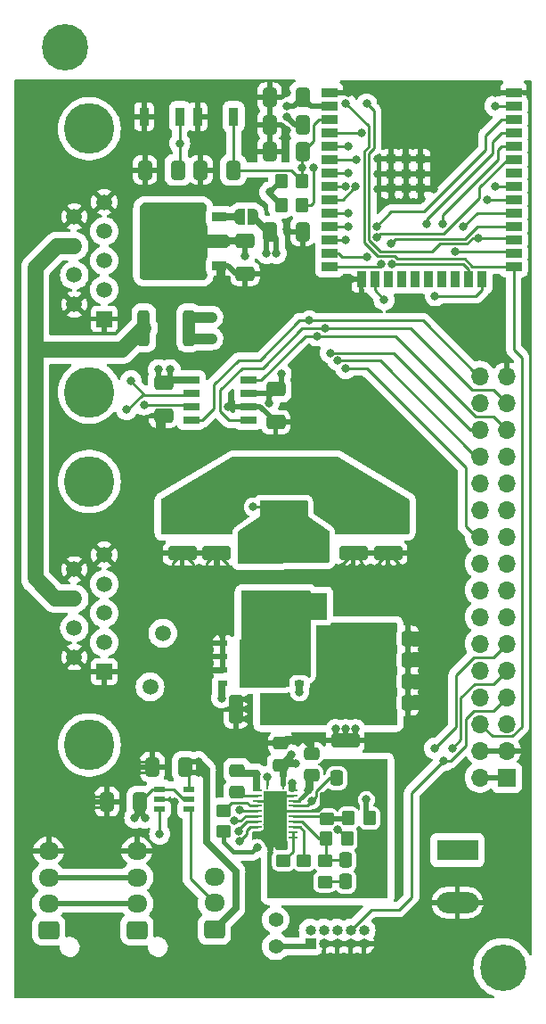
<source format=gtl>
G04 #@! TF.GenerationSoftware,KiCad,Pcbnew,7.0.10-7.0.10~ubuntu23.10.1*
G04 #@! TF.CreationDate,2024-02-11T21:25:07+01:00*
G04 #@! TF.ProjectId,mainBoard,6d61696e-426f-4617-9264-2e6b69636164,rev?*
G04 #@! TF.SameCoordinates,Original*
G04 #@! TF.FileFunction,Copper,L1,Top*
G04 #@! TF.FilePolarity,Positive*
%FSLAX46Y46*%
G04 Gerber Fmt 4.6, Leading zero omitted, Abs format (unit mm)*
G04 Created by KiCad (PCBNEW 7.0.10-7.0.10~ubuntu23.10.1) date 2024-02-11 21:25:07*
%MOMM*%
%LPD*%
G01*
G04 APERTURE LIST*
G04 Aperture macros list*
%AMRoundRect*
0 Rectangle with rounded corners*
0 $1 Rounding radius*
0 $2 $3 $4 $5 $6 $7 $8 $9 X,Y pos of 4 corners*
0 Add a 4 corners polygon primitive as box body*
4,1,4,$2,$3,$4,$5,$6,$7,$8,$9,$2,$3,0*
0 Add four circle primitives for the rounded corners*
1,1,$1+$1,$2,$3*
1,1,$1+$1,$4,$5*
1,1,$1+$1,$6,$7*
1,1,$1+$1,$8,$9*
0 Add four rect primitives between the rounded corners*
20,1,$1+$1,$2,$3,$4,$5,0*
20,1,$1+$1,$4,$5,$6,$7,0*
20,1,$1+$1,$6,$7,$8,$9,0*
20,1,$1+$1,$8,$9,$2,$3,0*%
%AMFreePoly0*
4,1,19,0.500000,-0.750000,0.000000,-0.750000,0.000000,-0.744911,-0.071157,-0.744911,-0.207708,-0.704816,-0.327430,-0.627875,-0.420627,-0.520320,-0.479746,-0.390866,-0.500000,-0.250000,-0.500000,0.250000,-0.479746,0.390866,-0.420627,0.520320,-0.327430,0.627875,-0.207708,0.704816,-0.071157,0.744911,0.000000,0.744911,0.000000,0.750000,0.500000,0.750000,0.500000,-0.750000,0.500000,-0.750000,
$1*%
%AMFreePoly1*
4,1,19,0.000000,0.744911,0.071157,0.744911,0.207708,0.704816,0.327430,0.627875,0.420627,0.520320,0.479746,0.390866,0.500000,0.250000,0.500000,-0.250000,0.479746,-0.390866,0.420627,-0.520320,0.327430,-0.627875,0.207708,-0.704816,0.071157,-0.744911,0.000000,-0.744911,0.000000,-0.750000,-0.500000,-0.750000,-0.500000,0.750000,0.000000,0.750000,0.000000,0.744911,0.000000,0.744911,
$1*%
G04 Aperture macros list end*
G04 #@! TA.AperFunction,SMDPad,CuDef*
%ADD10C,0.500000*%
G04 #@! TD*
G04 #@! TA.AperFunction,SMDPad,CuDef*
%ADD11C,1.000000*%
G04 #@! TD*
G04 #@! TA.AperFunction,SMDPad,CuDef*
%ADD12RoundRect,0.250000X0.475000X-0.337500X0.475000X0.337500X-0.475000X0.337500X-0.475000X-0.337500X0*%
G04 #@! TD*
G04 #@! TA.AperFunction,SMDPad,CuDef*
%ADD13RoundRect,0.250000X-1.100000X0.412500X-1.100000X-0.412500X1.100000X-0.412500X1.100000X0.412500X0*%
G04 #@! TD*
G04 #@! TA.AperFunction,SMDPad,CuDef*
%ADD14R,8.200000X2.600000*%
G04 #@! TD*
G04 #@! TA.AperFunction,SMDPad,CuDef*
%ADD15RoundRect,0.250000X0.412500X0.650000X-0.412500X0.650000X-0.412500X-0.650000X0.412500X-0.650000X0*%
G04 #@! TD*
G04 #@! TA.AperFunction,SMDPad,CuDef*
%ADD16RoundRect,0.250000X0.412500X1.100000X-0.412500X1.100000X-0.412500X-1.100000X0.412500X-1.100000X0*%
G04 #@! TD*
G04 #@! TA.AperFunction,SMDPad,CuDef*
%ADD17R,0.910001X0.509999*%
G04 #@! TD*
G04 #@! TA.AperFunction,SMDPad,CuDef*
%ADD18R,4.490001X4.570001*%
G04 #@! TD*
G04 #@! TA.AperFunction,SMDPad,CuDef*
%ADD19C,0.250000*%
G04 #@! TD*
G04 #@! TA.AperFunction,ComponentPad*
%ADD20R,1.700000X1.700000*%
G04 #@! TD*
G04 #@! TA.AperFunction,ComponentPad*
%ADD21O,1.700000X1.700000*%
G04 #@! TD*
G04 #@! TA.AperFunction,SMDPad,CuDef*
%ADD22RoundRect,0.250000X-0.350000X-0.450000X0.350000X-0.450000X0.350000X0.450000X-0.350000X0.450000X0*%
G04 #@! TD*
G04 #@! TA.AperFunction,SMDPad,CuDef*
%ADD23RoundRect,0.250000X0.350000X0.450000X-0.350000X0.450000X-0.350000X-0.450000X0.350000X-0.450000X0*%
G04 #@! TD*
G04 #@! TA.AperFunction,SMDPad,CuDef*
%ADD24RoundRect,0.250000X-0.650000X0.412500X-0.650000X-0.412500X0.650000X-0.412500X0.650000X0.412500X0*%
G04 #@! TD*
G04 #@! TA.AperFunction,ComponentPad*
%ADD25RoundRect,0.250000X0.725000X-0.600000X0.725000X0.600000X-0.725000X0.600000X-0.725000X-0.600000X0*%
G04 #@! TD*
G04 #@! TA.AperFunction,ComponentPad*
%ADD26O,1.950000X1.700000*%
G04 #@! TD*
G04 #@! TA.AperFunction,ComponentPad*
%ADD27C,1.400000*%
G04 #@! TD*
G04 #@! TA.AperFunction,SMDPad,CuDef*
%ADD28R,0.900000X1.700000*%
G04 #@! TD*
G04 #@! TA.AperFunction,SMDPad,CuDef*
%ADD29RoundRect,0.250000X-0.412500X-0.650000X0.412500X-0.650000X0.412500X0.650000X-0.412500X0.650000X0*%
G04 #@! TD*
G04 #@! TA.AperFunction,ComponentPad*
%ADD30R,1.500000X1.500000*%
G04 #@! TD*
G04 #@! TA.AperFunction,ComponentPad*
%ADD31C,1.500000*%
G04 #@! TD*
G04 #@! TA.AperFunction,ComponentPad*
%ADD32C,4.800000*%
G04 #@! TD*
G04 #@! TA.AperFunction,SMDPad,CuDef*
%ADD33RoundRect,0.250000X-0.337500X-0.475000X0.337500X-0.475000X0.337500X0.475000X-0.337500X0.475000X0*%
G04 #@! TD*
G04 #@! TA.AperFunction,SMDPad,CuDef*
%ADD34R,0.254000X0.812800*%
G04 #@! TD*
G04 #@! TA.AperFunction,SMDPad,CuDef*
%ADD35R,0.812800X0.254000*%
G04 #@! TD*
G04 #@! TA.AperFunction,SMDPad,CuDef*
%ADD36R,2.209800X4.191000*%
G04 #@! TD*
G04 #@! TA.AperFunction,SMDPad,CuDef*
%ADD37RoundRect,0.250000X-0.450000X0.350000X-0.450000X-0.350000X0.450000X-0.350000X0.450000X0.350000X0*%
G04 #@! TD*
G04 #@! TA.AperFunction,SMDPad,CuDef*
%ADD38FreePoly0,0.000000*%
G04 #@! TD*
G04 #@! TA.AperFunction,SMDPad,CuDef*
%ADD39FreePoly1,0.000000*%
G04 #@! TD*
G04 #@! TA.AperFunction,SMDPad,CuDef*
%ADD40RoundRect,0.250000X0.450000X-0.350000X0.450000X0.350000X-0.450000X0.350000X-0.450000X-0.350000X0*%
G04 #@! TD*
G04 #@! TA.AperFunction,ComponentPad*
%ADD41C,1.515000*%
G04 #@! TD*
G04 #@! TA.AperFunction,SMDPad,CuDef*
%ADD42R,0.977900X0.558800*%
G04 #@! TD*
G04 #@! TA.AperFunction,ComponentPad*
%ADD43C,4.400000*%
G04 #@! TD*
G04 #@! TA.AperFunction,SMDPad,CuDef*
%ADD44R,1.473200X0.889000*%
G04 #@! TD*
G04 #@! TA.AperFunction,SMDPad,CuDef*
%ADD45R,1.473200X3.149600*%
G04 #@! TD*
G04 #@! TA.AperFunction,SMDPad,CuDef*
%ADD46R,1.500000X0.900000*%
G04 #@! TD*
G04 #@! TA.AperFunction,SMDPad,CuDef*
%ADD47R,0.900000X1.500000*%
G04 #@! TD*
G04 #@! TA.AperFunction,SMDPad,CuDef*
%ADD48R,0.900000X0.900000*%
G04 #@! TD*
G04 #@! TA.AperFunction,ComponentPad*
%ADD49R,3.960000X1.980000*%
G04 #@! TD*
G04 #@! TA.AperFunction,ComponentPad*
%ADD50O,3.960000X1.980000*%
G04 #@! TD*
G04 #@! TA.AperFunction,ComponentPad*
%ADD51R,1.000000X1.000000*%
G04 #@! TD*
G04 #@! TA.AperFunction,ComponentPad*
%ADD52O,1.000000X1.000000*%
G04 #@! TD*
G04 #@! TA.AperFunction,SMDPad,CuDef*
%ADD53R,1.500000X0.650000*%
G04 #@! TD*
G04 #@! TA.AperFunction,SMDPad,CuDef*
%ADD54RoundRect,0.250000X-1.775000X0.350000X-1.775000X-0.350000X1.775000X-0.350000X1.775000X0.350000X0*%
G04 #@! TD*
G04 #@! TA.AperFunction,SMDPad,CuDef*
%ADD55RoundRect,0.250000X0.312500X1.450000X-0.312500X1.450000X-0.312500X-1.450000X0.312500X-1.450000X0*%
G04 #@! TD*
G04 #@! TA.AperFunction,ViaPad*
%ADD56C,0.800000*%
G04 #@! TD*
G04 #@! TA.AperFunction,ViaPad*
%ADD57C,0.600000*%
G04 #@! TD*
G04 #@! TA.AperFunction,Conductor*
%ADD58C,0.250000*%
G04 #@! TD*
G04 #@! TA.AperFunction,Conductor*
%ADD59C,0.500000*%
G04 #@! TD*
G04 #@! TA.AperFunction,Conductor*
%ADD60C,0.650000*%
G04 #@! TD*
G04 #@! TA.AperFunction,Conductor*
%ADD61C,1.000000*%
G04 #@! TD*
G04 #@! TA.AperFunction,Conductor*
%ADD62C,0.400000*%
G04 #@! TD*
G04 #@! TA.AperFunction,Conductor*
%ADD63C,1.500000*%
G04 #@! TD*
G04 APERTURE END LIST*
G04 #@! TA.AperFunction,EtchedComponent*
G36*
X145026000Y-126002000D02*
G01*
X144776000Y-126992000D01*
X144276000Y-126992000D01*
X144026000Y-125992000D01*
X145026000Y-126002000D01*
G37*
G04 #@! TD.AperFunction*
G04 #@! TA.AperFunction,EtchedComponent*
G36*
X147814449Y-123181892D02*
G01*
X147306449Y-123181892D01*
X147306449Y-122931892D01*
X147814449Y-122931892D01*
X147814449Y-123181892D01*
G37*
G04 #@! TD.AperFunction*
D10*
X144526000Y-126992000D03*
D11*
X144526000Y-125992000D03*
D12*
X145528449Y-118689231D03*
X145528449Y-116614231D03*
D13*
X152400000Y-95465500D03*
X152400000Y-98590500D03*
D14*
X145796000Y-98038000D03*
X145796000Y-103638000D03*
D15*
X147581200Y-57887347D03*
X144456200Y-57887347D03*
D13*
X155702000Y-95465500D03*
X155702000Y-98590500D03*
D12*
X141376400Y-121281100D03*
X141376400Y-119206100D03*
D16*
X144361300Y-113385600D03*
X141236300Y-113385600D03*
D15*
X132118500Y-122174000D03*
X128993500Y-122174000D03*
X147581200Y-60427347D03*
X144456200Y-60427347D03*
X136436500Y-118872000D03*
X133311500Y-118872000D03*
D17*
X140029199Y-107126202D03*
X140029199Y-108396202D03*
X140029199Y-109666202D03*
X140029199Y-110936202D03*
X145619201Y-110936202D03*
X145619201Y-109666202D03*
X145619201Y-108396202D03*
X145619201Y-107126202D03*
D18*
X143829202Y-109031202D03*
D19*
X147814449Y-123056892D03*
X147306449Y-123056892D03*
D20*
X166983200Y-119863347D03*
D21*
X164443200Y-119863347D03*
X166983200Y-117323347D03*
X164443200Y-117323347D03*
X166983200Y-114783347D03*
X164443200Y-114783347D03*
X166983200Y-112243347D03*
X164443200Y-112243347D03*
X166983200Y-109703347D03*
X164443200Y-109703347D03*
X166983200Y-107163347D03*
X164443200Y-107163347D03*
X166983200Y-104623347D03*
X164443200Y-104623347D03*
X166983200Y-102083347D03*
X164443200Y-102083347D03*
X166983200Y-99543347D03*
X164443200Y-99543347D03*
X166983200Y-97003347D03*
X164443200Y-97003347D03*
X166983200Y-94463347D03*
X164443200Y-94463347D03*
X166983200Y-91923347D03*
X164443200Y-91923347D03*
X166983200Y-89383347D03*
X164443200Y-89383347D03*
X166983200Y-86843347D03*
X164443200Y-86843347D03*
X166983200Y-84303347D03*
X164443200Y-84303347D03*
X166983200Y-81763347D03*
X164443200Y-81763347D03*
D22*
X145549200Y-65507347D03*
X147549200Y-65507347D03*
D23*
X153945249Y-123717331D03*
X151945249Y-123717331D03*
D24*
X145034000Y-83019500D03*
X145034000Y-86144500D03*
D25*
X139199200Y-134291347D03*
D26*
X139199200Y-131791347D03*
X139199200Y-129291347D03*
D27*
X145034000Y-133370000D03*
X145034000Y-135910000D03*
D28*
X132537200Y-57125347D03*
X135937200Y-57125347D03*
D23*
X151811649Y-125678131D03*
X149811649Y-125678131D03*
D12*
X148424049Y-119654431D03*
X148424049Y-117579431D03*
D29*
X132595200Y-62205347D03*
X135720200Y-62205347D03*
D30*
X128732200Y-109819347D03*
D31*
X128732200Y-107047347D03*
X128732200Y-104274347D03*
X128732200Y-101502347D03*
X128732200Y-98729347D03*
X125892200Y-108433347D03*
X125892200Y-105660347D03*
X125892200Y-102888347D03*
X125892200Y-100115347D03*
D32*
X127312200Y-116769347D03*
X127312200Y-91779347D03*
D28*
X137617200Y-57125347D03*
X141017200Y-57125347D03*
D25*
X131833200Y-134341347D03*
D26*
X131833200Y-131841347D03*
X131833200Y-129341347D03*
X131833200Y-126841347D03*
D24*
X142113000Y-68922500D03*
X142113000Y-72047500D03*
D33*
X151704549Y-129742131D03*
X153779549Y-129742131D03*
D34*
X145719650Y-126028731D03*
D35*
X146671449Y-125560932D03*
X146671449Y-125060930D03*
X146671449Y-124560931D03*
X146671449Y-124060932D03*
X146671449Y-123560931D03*
X146671449Y-123060931D03*
X146671449Y-122560930D03*
X146671449Y-122060931D03*
X146671449Y-121560932D03*
X146671449Y-121060930D03*
D34*
X145719650Y-120593131D03*
X144219648Y-120593131D03*
D35*
X143267849Y-121060930D03*
X143267849Y-121560932D03*
X143267849Y-122060931D03*
X143267849Y-122560930D03*
X143267849Y-123060931D03*
X143267849Y-123560931D03*
X143267849Y-124060932D03*
X143267849Y-124560931D03*
X143267849Y-125060930D03*
X143267849Y-125560932D03*
D34*
X144219648Y-126028731D03*
D36*
X144969649Y-123310931D03*
D24*
X134366000Y-82384500D03*
X134366000Y-85509500D03*
D13*
X136144000Y-95465500D03*
X136144000Y-98590500D03*
D33*
X155553500Y-108712000D03*
X157628500Y-108712000D03*
D37*
X147738249Y-127776931D03*
X147738249Y-129776931D03*
D13*
X151638000Y-113245500D03*
X151638000Y-116370500D03*
D30*
X128732200Y-76337347D03*
D31*
X128732200Y-73565347D03*
X128732200Y-70792347D03*
X128732200Y-68020347D03*
X128732200Y-65247347D03*
X125892200Y-74951347D03*
X125892200Y-72178347D03*
X125892200Y-69406347D03*
X125892200Y-66633347D03*
D32*
X127312200Y-83287347D03*
X127312200Y-58297347D03*
D13*
X139378000Y-95465500D03*
X139378000Y-98590500D03*
D38*
X141590000Y-66649600D03*
D39*
X142890000Y-66649600D03*
D33*
X155553500Y-106680000D03*
X157628500Y-106680000D03*
D40*
X149897249Y-123802931D03*
X149897249Y-121802931D03*
D41*
X133096000Y-111252000D03*
X134296000Y-106172000D03*
D33*
X155553500Y-110744000D03*
X157628500Y-110744000D03*
D17*
X147293599Y-107137200D03*
X147293599Y-108407200D03*
X147293599Y-109677200D03*
X147293599Y-110947200D03*
X152883601Y-110947200D03*
X152883601Y-109677200D03*
X152883601Y-108407200D03*
X152883601Y-107137200D03*
D18*
X151093602Y-109042200D03*
D42*
X134016750Y-120969999D03*
X134016750Y-121920000D03*
X134016750Y-122870001D03*
X136747250Y-122870001D03*
X136747250Y-121920000D03*
X136747250Y-120969999D03*
D43*
X166624000Y-137922000D03*
D25*
X123451200Y-134341347D03*
D26*
X123451200Y-131841347D03*
X123451200Y-129341347D03*
X123451200Y-126841347D03*
D33*
X151704549Y-127724131D03*
X153779549Y-127724131D03*
D40*
X140050000Y-125000000D03*
X140050000Y-123000000D03*
D44*
X139661900Y-71261000D03*
X139661900Y-68961000D03*
X139661900Y-66661000D03*
D45*
X133134100Y-68961000D03*
D46*
X150147200Y-54839347D03*
X150147200Y-56109347D03*
X150147200Y-57379347D03*
X150147200Y-58649347D03*
X150147200Y-59919347D03*
X150147200Y-61189347D03*
X150147200Y-62459347D03*
X150147200Y-63729347D03*
X150147200Y-64999347D03*
X150147200Y-66269347D03*
X150147200Y-67539347D03*
X150147200Y-68809347D03*
X150147200Y-70079347D03*
X150147200Y-71349347D03*
D47*
X153177200Y-72599347D03*
X154447200Y-72599347D03*
X155717200Y-72599347D03*
X156987200Y-72599347D03*
X158257200Y-72599347D03*
X159527200Y-72599347D03*
X160797200Y-72599347D03*
X162067200Y-72599347D03*
X163337200Y-72599347D03*
X164607200Y-72599347D03*
D46*
X167647200Y-71349347D03*
X167647200Y-70079347D03*
X167647200Y-68809347D03*
X167647200Y-67539347D03*
X167647200Y-66269347D03*
X167647200Y-64999347D03*
X167647200Y-63729347D03*
X167647200Y-62459347D03*
X167647200Y-61189347D03*
X167647200Y-59919347D03*
X167647200Y-58649347D03*
X167647200Y-57379347D03*
X167647200Y-56109347D03*
X167647200Y-54839347D03*
D48*
X155997200Y-61159347D03*
X155997200Y-61159347D03*
X155997200Y-62559347D03*
X155997200Y-63959347D03*
X155997200Y-63959347D03*
X157397200Y-61159347D03*
X157397200Y-62559347D03*
X157397200Y-63959347D03*
X157397200Y-63959347D03*
X158797200Y-61159347D03*
X158797200Y-62559347D03*
X158797200Y-63959347D03*
D40*
X145782449Y-129776931D03*
X145782449Y-127776931D03*
D15*
X147581200Y-55289347D03*
X144456200Y-55289347D03*
D49*
X162306000Y-126746000D03*
D50*
X162306000Y-131746000D03*
D43*
X124968000Y-50546000D03*
D37*
X149694049Y-127776931D03*
X149694049Y-129776931D03*
D51*
X148336000Y-135636000D03*
D52*
X148336000Y-134366000D03*
X149606000Y-135636000D03*
X149606000Y-134366000D03*
X150876000Y-135636000D03*
X150876000Y-134366000D03*
X152146000Y-135636000D03*
X152146000Y-134366000D03*
X153416000Y-135636000D03*
X153416000Y-134366000D03*
D29*
X144456200Y-68047347D03*
X147581200Y-68047347D03*
X137892200Y-62205347D03*
X141017200Y-62205347D03*
D53*
X142407200Y-85954347D03*
X142407200Y-84684347D03*
X142407200Y-83414347D03*
X142407200Y-82144347D03*
X137007200Y-82144347D03*
X137007200Y-83414347D03*
X137007200Y-84684347D03*
X137007200Y-85954347D03*
D54*
X145796000Y-92193000D03*
X145796000Y-94243000D03*
D22*
X145549200Y-63221347D03*
X147549200Y-63221347D03*
D33*
X155553500Y-112776000D03*
X157628500Y-112776000D03*
X150840949Y-119937731D03*
X152915949Y-119937731D03*
D55*
X136764700Y-77191347D03*
X132489700Y-77191347D03*
D56*
X158140400Y-74879200D03*
X152285997Y-99872800D03*
X140462000Y-100076000D03*
D57*
X144983200Y-124714000D03*
D56*
X157226000Y-134112000D03*
X155767997Y-99872800D03*
X154749875Y-62558016D03*
X122682000Y-113030000D03*
X165869200Y-54839347D03*
X150723600Y-115214400D03*
X132588000Y-89916000D03*
X168148000Y-134112000D03*
X139961200Y-72619347D03*
X135261997Y-100076000D03*
D57*
X145491200Y-122834400D03*
D56*
X158902400Y-109154003D03*
X152224729Y-72565271D03*
X153236000Y-99872800D03*
X122174000Y-56642000D03*
X142113000Y-139446000D03*
X133299200Y-97790000D03*
X156876750Y-139446000D03*
X143205200Y-116636800D03*
X137160000Y-100076000D03*
X146057200Y-58395347D03*
X147034250Y-139446000D03*
X154889200Y-135585200D03*
X160027200Y-62607446D03*
D57*
X144424400Y-123799600D03*
D56*
X122174000Y-61722000D03*
X131826000Y-118364000D03*
X163322000Y-55372000D03*
X158877152Y-64984987D03*
D57*
X144932400Y-121818400D03*
D56*
X152623606Y-115214400D03*
X140503149Y-84686781D03*
X156040953Y-64984987D03*
X151899200Y-54839347D03*
X122428000Y-139446000D03*
X154749875Y-61139916D03*
X158902400Y-111287603D03*
X164592000Y-122682000D03*
X151955500Y-139446000D03*
X156972000Y-55372000D03*
X127349250Y-139446000D03*
X161798000Y-139446000D03*
X156718000Y-99872800D03*
X148590000Y-81280000D03*
X138684000Y-109728000D03*
X142392400Y-112420400D03*
X147726400Y-132994400D03*
X160027200Y-61189347D03*
X154749875Y-63976115D03*
X138480800Y-100126800D03*
X138684000Y-108458000D03*
X133865200Y-87097347D03*
X151892000Y-87884000D03*
X158799399Y-59707721D03*
X138684000Y-107188000D03*
X137929200Y-63983347D03*
X145803200Y-60427347D03*
X127508000Y-122682000D03*
X160274000Y-55372000D03*
X158902400Y-106237997D03*
X160027200Y-64025546D03*
X142113000Y-73660000D03*
X151673603Y-115214400D03*
X121666000Y-122174000D03*
X158902400Y-112237606D03*
X139446000Y-105918000D03*
X158902400Y-107188000D03*
X147624800Y-116179600D03*
X140462000Y-105918000D03*
X146685000Y-86106000D03*
X157381299Y-59707721D03*
X134119200Y-57125347D03*
D57*
X145491200Y-123799600D03*
D56*
X154787600Y-99872800D03*
X127508000Y-121666000D03*
D57*
X144424400Y-122834400D03*
D56*
X130817200Y-62205347D03*
X131826000Y-119380000D03*
X158902400Y-110337600D03*
X137191750Y-139446000D03*
X155963200Y-59707721D03*
X158902400Y-108204000D03*
X139547600Y-100076000D03*
X146057200Y-54839347D03*
X157459052Y-64984987D03*
X151335994Y-99872800D03*
X142392400Y-114335603D03*
X132270500Y-139446000D03*
X153416000Y-83058000D03*
X136209997Y-100076000D03*
X142392400Y-113385600D03*
X135382000Y-122174000D03*
X146057200Y-67793347D03*
X139199200Y-57125347D03*
X158902400Y-113187609D03*
X154618377Y-68596823D03*
X150952200Y-80289400D03*
X150220000Y-79552800D03*
X154598200Y-67597059D03*
X147549200Y-61951347D03*
X153173853Y-58654000D03*
X151899200Y-59919347D03*
X152652006Y-61217153D03*
X151899200Y-62459347D03*
X151645200Y-63729347D03*
X152645203Y-63729347D03*
X151899200Y-66269347D03*
X148246000Y-76503347D03*
X148958625Y-77953347D03*
X151899200Y-67539347D03*
X151649853Y-68814000D03*
X149696000Y-77228347D03*
X160118200Y-117094000D03*
X153670000Y-70459600D03*
X155067000Y-71120000D03*
X161003100Y-118269900D03*
X161802653Y-117089347D03*
X155343200Y-74549000D03*
X156068200Y-71120000D03*
X160184000Y-74143347D03*
X151645200Y-55855347D03*
X135897200Y-59665347D03*
X162105200Y-69920347D03*
X148597200Y-61951347D03*
X164280200Y-68655151D03*
X153677200Y-55929347D03*
X151677200Y-81026000D03*
X155956000Y-69220000D03*
X134010400Y-125222000D03*
X162830200Y-67606074D03*
X165097959Y-65008673D03*
X165869200Y-63729347D03*
D57*
X151638000Y-106172000D03*
X150368000Y-108966000D03*
X151638000Y-107442000D03*
X151638000Y-111760000D03*
D56*
X141057182Y-123997055D03*
D57*
X150368000Y-107442000D03*
X150368000Y-106172000D03*
X151638000Y-108966000D03*
D56*
X146911538Y-118578456D03*
D57*
X151638000Y-110490000D03*
D56*
X146497953Y-117723207D03*
D57*
X150368000Y-111760000D03*
X150368000Y-110490000D03*
D56*
X165869200Y-56109347D03*
X144145000Y-70104000D03*
X141224000Y-92202000D03*
X142976600Y-92227400D03*
X150368000Y-90678000D03*
X145095003Y-70104000D03*
X139954000Y-93980000D03*
X136652000Y-93980000D03*
X144399000Y-84303347D03*
X138684000Y-93980000D03*
X138945200Y-78207347D03*
X153873200Y-92354400D03*
X155793200Y-94030800D03*
X154482800Y-94030800D03*
X135382000Y-93980000D03*
X153656449Y-121969731D03*
X138945200Y-76175347D03*
X152704800Y-94030800D03*
X146812000Y-90170000D03*
X151739600Y-92303600D03*
X137668000Y-118364000D03*
X141591118Y-125933719D03*
X138430000Y-92202000D03*
X141224000Y-90424000D03*
X145542000Y-81534000D03*
X151384000Y-94081600D03*
X144272000Y-90170000D03*
X137668000Y-119380000D03*
X150919167Y-124834794D03*
X148500000Y-122080000D03*
X141630400Y-122949800D03*
X131275079Y-82211921D03*
X130853200Y-84963000D03*
X132518253Y-84480400D03*
X141515381Y-124935316D03*
X142900400Y-94183200D03*
X159385000Y-67342000D03*
X160868476Y-67341218D03*
X131637997Y-123698000D03*
X136398000Y-66548000D03*
X142113000Y-70358000D03*
X135001000Y-81153000D03*
X136398000Y-68961000D03*
X136398000Y-71120000D03*
X133858000Y-81153000D03*
X146057200Y-57125347D03*
X146057200Y-56109347D03*
X144474127Y-64296419D03*
X132588000Y-123698000D03*
X143256000Y-126492000D03*
X148157840Y-121084361D03*
X143191649Y-119531331D03*
X147320000Y-109042200D03*
X139903200Y-112318800D03*
X146608800Y-120432212D03*
X147294600Y-111749926D03*
X144219648Y-119785331D03*
D58*
X151645200Y-55855347D02*
X151714947Y-55855347D01*
X163723596Y-71349347D02*
X167647200Y-71349347D01*
X151714947Y-55855347D02*
X153898853Y-58039253D01*
X154766695Y-70395000D02*
X156368505Y-70395000D01*
X153898853Y-58039253D02*
X153898853Y-59951694D01*
X153898853Y-59951694D02*
X153423200Y-60427347D01*
X153423200Y-60427347D02*
X153423200Y-69063347D01*
X163019596Y-70645347D02*
X163723596Y-71349347D01*
X153423200Y-69063347D02*
X154760774Y-70400921D01*
X154760774Y-70400921D02*
X154766695Y-70395000D01*
X156368505Y-70395000D02*
X156618852Y-70645347D01*
X156618852Y-70645347D02*
X163019596Y-70645347D01*
X143951250Y-125060930D02*
X144969649Y-124042531D01*
X135261997Y-100076000D02*
X135261997Y-99472503D01*
X132803500Y-119380000D02*
X133311500Y-118872000D01*
X133299200Y-97790000D02*
X134099700Y-98590500D01*
X143951250Y-122060931D02*
X144969649Y-123079330D01*
X147302410Y-123060931D02*
X147306449Y-123056892D01*
D59*
X145963080Y-116179600D02*
X145528449Y-116614231D01*
X147624800Y-116179600D02*
X145963080Y-116179600D01*
X150723600Y-115214400D02*
X150723600Y-116370500D01*
D58*
X152400000Y-99758797D02*
X152400000Y-98590500D01*
D59*
X151673603Y-115214400D02*
X151673603Y-116334897D01*
X157397200Y-62559347D02*
X157397200Y-63959347D01*
D58*
X153236000Y-99872800D02*
X153236000Y-99426500D01*
D59*
X156040953Y-64003100D02*
X155997200Y-63959347D01*
X152224729Y-72565271D02*
X152258805Y-72599347D01*
D58*
X156718000Y-99872800D02*
X156718000Y-99606500D01*
X139547600Y-98760100D02*
X139378000Y-98590500D01*
D59*
X141236300Y-113385600D02*
X141236300Y-112483500D01*
X158070503Y-109154003D02*
X157628500Y-108712000D01*
X152258805Y-72599347D02*
X153177200Y-72599347D01*
D58*
X143267849Y-125560932D02*
X144202980Y-125560932D01*
X155767997Y-99872800D02*
X155702000Y-99806803D01*
D59*
X138745798Y-107126202D02*
X138684000Y-107188000D01*
X160027200Y-62607446D02*
X158845299Y-62607446D01*
D58*
X136209997Y-98656497D02*
X136144000Y-98590500D01*
D59*
X142407200Y-84684347D02*
X143573847Y-84684347D01*
D58*
X144512449Y-123768131D02*
X144969649Y-123310931D01*
D59*
X138684000Y-109728000D02*
X139967401Y-109728000D01*
D58*
X144202980Y-125560932D02*
X144219648Y-125577600D01*
D59*
X157628500Y-112776000D02*
X158040109Y-113187609D01*
X152623606Y-115214400D02*
X152623606Y-116370500D01*
D58*
X128485500Y-121666000D02*
X128993500Y-122174000D01*
D59*
X151673603Y-116334897D02*
X151638000Y-116370500D01*
X140029199Y-106501199D02*
X139446000Y-105918000D01*
X147581200Y-68047347D02*
X146311200Y-68047347D01*
X158902400Y-108204000D02*
X158136500Y-108204000D01*
D58*
X140462000Y-99674500D02*
X139378000Y-98590500D01*
X136209997Y-100076000D02*
X136209997Y-98656497D01*
X131826000Y-118364000D02*
X132803500Y-118364000D01*
X144969649Y-123310931D02*
X144969649Y-122579331D01*
D59*
X158845299Y-62607446D02*
X158797200Y-62559347D01*
X158797200Y-63959347D02*
X158797200Y-62559347D01*
X167647200Y-54839347D02*
X165869200Y-54839347D01*
D58*
X138480800Y-100126800D02*
X138480800Y-99487700D01*
D59*
X141340797Y-114335603D02*
X142392400Y-114335603D01*
X143573847Y-84684347D02*
X145034000Y-86144500D01*
X137892200Y-63946347D02*
X137929200Y-63983347D01*
X160027200Y-61189347D02*
X158827200Y-61189347D01*
X133865200Y-86010300D02*
X133865200Y-87097347D01*
X146057200Y-54839347D02*
X145607200Y-55289347D01*
X158799399Y-61157148D02*
X158797200Y-61159347D01*
D58*
X151335994Y-99654506D02*
X152400000Y-98590500D01*
D59*
X155997200Y-62559347D02*
X157397200Y-62559347D01*
X138745798Y-108396202D02*
X138684000Y-108458000D01*
X158797200Y-62559347D02*
X157397200Y-62559347D01*
X140505583Y-84684347D02*
X140503149Y-84686781D01*
D58*
X154787600Y-99504900D02*
X155702000Y-98590500D01*
X146671449Y-123060931D02*
X145219649Y-123060931D01*
D59*
X160027200Y-64025546D02*
X158863399Y-64025546D01*
X148424049Y-117579431D02*
X148424049Y-116978849D01*
X140029199Y-108396202D02*
X138745798Y-108396202D01*
X158902400Y-107188000D02*
X158136500Y-107188000D01*
X156040953Y-64984987D02*
X156040953Y-64003100D01*
X139961200Y-71560300D02*
X139961200Y-72619347D01*
X155997200Y-59741721D02*
X155963200Y-59707721D01*
D58*
X151335994Y-99872800D02*
X151335994Y-99654506D01*
D59*
X137892200Y-62205347D02*
X137892200Y-63946347D01*
X158040109Y-113187609D02*
X158902400Y-113187609D01*
X142392400Y-113385600D02*
X141236300Y-113385600D01*
X145528449Y-116614231D02*
X143227769Y-116614231D01*
X155995869Y-62558016D02*
X155997200Y-62559347D01*
X141274800Y-112420400D02*
X142392400Y-112420400D01*
X139967401Y-109728000D02*
X140029199Y-109666202D01*
D58*
X146671449Y-123060931D02*
X147302410Y-123060931D01*
X154787600Y-99872800D02*
X154787600Y-99504900D01*
X135261997Y-99472503D02*
X136144000Y-98590500D01*
X144219648Y-125577600D02*
X144219648Y-124060932D01*
D59*
X140029199Y-107126202D02*
X140029199Y-106501199D01*
X158034900Y-110337600D02*
X157628500Y-110744000D01*
X155997200Y-62559347D02*
X155997200Y-63959347D01*
X132537200Y-57125347D02*
X134119200Y-57125347D01*
X155977769Y-61139916D02*
X155997200Y-61159347D01*
X158902400Y-106237997D02*
X158070503Y-106237997D01*
X145607200Y-55289347D02*
X144456200Y-55289347D01*
X134366000Y-85509500D02*
X133865200Y-86010300D01*
X157459052Y-64984987D02*
X157459052Y-64021199D01*
X157397200Y-61159347D02*
X158797200Y-61159347D01*
X158136500Y-107188000D02*
X157628500Y-106680000D01*
X158902400Y-110337600D02*
X158034900Y-110337600D01*
X158902400Y-109154003D02*
X158070503Y-109154003D01*
D58*
X153236000Y-99426500D02*
X152400000Y-98590500D01*
D59*
X158797200Y-61159347D02*
X158797200Y-62559347D01*
X158166894Y-112237606D02*
X157628500Y-112776000D01*
X144456200Y-60427347D02*
X145803200Y-60427347D01*
D58*
X137160000Y-99606500D02*
X136144000Y-98590500D01*
D59*
X158799399Y-59707721D02*
X158799399Y-61157148D01*
X158172103Y-111287603D02*
X157628500Y-110744000D01*
X148424049Y-116978849D02*
X147624800Y-116179600D01*
X155997200Y-63959347D02*
X157397200Y-63959347D01*
D58*
X132803500Y-118364000D02*
X133311500Y-118872000D01*
X144219648Y-124060932D02*
X144969649Y-123310931D01*
X144969649Y-124042531D02*
X144969649Y-123310931D01*
D59*
X144456200Y-57887347D02*
X145549200Y-57887347D01*
X157459052Y-64021199D02*
X157397200Y-63959347D01*
X158827200Y-61189347D02*
X158797200Y-61159347D01*
D58*
X138480800Y-99487700D02*
X139378000Y-98590500D01*
X134016750Y-121920000D02*
X135128000Y-121920000D01*
D59*
X155997200Y-61159347D02*
X155997200Y-59741721D01*
D58*
X145719650Y-124060932D02*
X144969649Y-123310931D01*
D59*
X155997200Y-61159347D02*
X155997200Y-62559347D01*
D58*
X139547600Y-100076000D02*
X139547600Y-98760100D01*
D59*
X141262500Y-72047500D02*
X142113000Y-72047500D01*
X137617200Y-57125347D02*
X139199200Y-57125347D01*
X142407200Y-84684347D02*
X140505583Y-84684347D01*
X142113000Y-73660000D02*
X142113000Y-72047500D01*
X158877152Y-64984987D02*
X158877152Y-64039299D01*
X158902400Y-112237606D02*
X158166894Y-112237606D01*
D58*
X127508000Y-122682000D02*
X128485500Y-122682000D01*
D59*
X158877152Y-64039299D02*
X158797200Y-63959347D01*
D58*
X137160000Y-100076000D02*
X137160000Y-99606500D01*
X156718000Y-99606500D02*
X155702000Y-98590500D01*
X143267849Y-125060930D02*
X143951250Y-125060930D01*
D59*
X141224000Y-112471200D02*
X141274800Y-112420400D01*
X155997200Y-61159347D02*
X157397200Y-61159347D01*
X150723600Y-116370500D02*
X151638000Y-116370500D01*
D58*
X144512449Y-126041731D02*
X144512449Y-123768131D01*
D59*
X145549200Y-57887347D02*
X146057200Y-58395347D01*
X140476000Y-71261000D02*
X141262500Y-72047500D01*
X143227769Y-116614231D02*
X143205200Y-116636800D01*
X140029199Y-106350801D02*
X140462000Y-105918000D01*
X154749875Y-62558016D02*
X155995869Y-62558016D01*
D58*
X128485500Y-122682000D02*
X128993500Y-122174000D01*
X144969649Y-123079330D02*
X144969649Y-123310931D01*
X155702000Y-99806803D02*
X155702000Y-98590500D01*
D59*
X141236300Y-114261500D02*
X141325600Y-114350800D01*
X141236300Y-113385600D02*
X141236300Y-114261500D01*
X158863399Y-64025546D02*
X158797200Y-63959347D01*
X155980432Y-63976115D02*
X155997200Y-63959347D01*
X150147200Y-54839347D02*
X151899200Y-54839347D01*
X158070503Y-106237997D02*
X157628500Y-106680000D01*
X139661900Y-71261000D02*
X140476000Y-71261000D01*
X141236300Y-112483500D02*
X141224000Y-112471200D01*
D58*
X144219648Y-126028731D02*
X144219648Y-125577600D01*
D59*
X152623606Y-116370500D02*
X151638000Y-116370500D01*
X145072500Y-86106000D02*
X145034000Y-86144500D01*
X146311200Y-68047347D02*
X146057200Y-67793347D01*
X140029199Y-107126202D02*
X138745798Y-107126202D01*
D58*
X145988048Y-121560932D02*
X146671449Y-121560932D01*
X134099700Y-98590500D02*
X136144000Y-98590500D01*
D59*
X157397200Y-61159347D02*
X157397200Y-62559347D01*
D58*
X127508000Y-121666000D02*
X128485500Y-121666000D01*
X135128000Y-121920000D02*
X135382000Y-122174000D01*
D59*
X158902400Y-111287603D02*
X158172103Y-111287603D01*
X140029199Y-107126202D02*
X140029199Y-106350801D01*
X158136500Y-108204000D02*
X157628500Y-108712000D01*
D58*
X143267849Y-122060931D02*
X143951250Y-122060931D01*
D59*
X139661900Y-71261000D02*
X139961200Y-71560300D01*
D58*
X144969649Y-122579331D02*
X145988048Y-121560932D01*
D59*
X154749875Y-63976115D02*
X155980432Y-63976115D01*
X157381299Y-59707721D02*
X157381299Y-61143446D01*
X132595200Y-62205347D02*
X130817200Y-62205347D01*
X146685000Y-86106000D02*
X145072500Y-86106000D01*
D58*
X140462000Y-100076000D02*
X140462000Y-99674500D01*
X131826000Y-119380000D02*
X132803500Y-119380000D01*
X152285997Y-99872800D02*
X152400000Y-99758797D01*
D59*
X157381299Y-61143446D02*
X157397200Y-61159347D01*
D58*
X145719650Y-126028731D02*
X145719650Y-124060932D01*
D59*
X141325600Y-114350800D02*
X141340797Y-114335603D01*
X157397200Y-63959347D02*
X158797200Y-63959347D01*
X154749875Y-61139916D02*
X155977769Y-61139916D01*
X123451200Y-131841347D02*
X131833200Y-131841347D01*
D58*
X160983883Y-68251116D02*
X164372959Y-64862041D01*
X154965400Y-80289400D02*
X164059347Y-89383347D01*
X154964084Y-68251116D02*
X160983883Y-68251116D01*
X150952200Y-80289400D02*
X154965400Y-80289400D01*
X154618377Y-68596823D02*
X154964084Y-68251116D01*
X164059347Y-89383347D02*
X164443200Y-89383347D01*
X167067200Y-61189347D02*
X167647200Y-61189347D01*
X164372959Y-64862041D02*
X164372959Y-63883588D01*
X164372959Y-63883588D02*
X167067200Y-61189347D01*
X164998400Y-58902600D02*
X166521653Y-57379347D01*
X156260800Y-79552800D02*
X163551347Y-86843347D01*
X163551347Y-86843347D02*
X164443200Y-86843347D01*
X164998400Y-60299600D02*
X164998400Y-58902600D01*
X156028259Y-66167000D02*
X159131000Y-66167000D01*
X150220000Y-79552800D02*
X156260800Y-79552800D01*
X159131000Y-66167000D02*
X164998400Y-60299600D01*
X166521653Y-57379347D02*
X167647200Y-57379347D01*
X154598200Y-67597059D02*
X156028259Y-66167000D01*
D59*
X123451200Y-129341347D02*
X131833200Y-129341347D01*
D58*
X147549200Y-63221347D02*
X146524200Y-62196347D01*
X148597200Y-57929347D02*
X148597200Y-59411347D01*
X149147200Y-57379347D02*
X148597200Y-57929347D01*
X147549200Y-60459347D02*
X147581200Y-60427347D01*
X166983200Y-114783347D02*
X166885200Y-114783347D01*
X141017200Y-57125347D02*
X141017200Y-62205347D01*
X148597200Y-59411347D02*
X147581200Y-60427347D01*
X141026200Y-62196347D02*
X141017200Y-62205347D01*
X147549200Y-63221347D02*
X147549200Y-60459347D01*
X150147200Y-57379347D02*
X149147200Y-57379347D01*
X146524200Y-62196347D02*
X141026200Y-62196347D01*
X150147200Y-58649347D02*
X153169200Y-58649347D01*
X153169200Y-58649347D02*
X153173853Y-58654000D01*
X166983200Y-91923347D02*
X166885200Y-91923347D01*
X166983200Y-89383347D02*
X166885200Y-89383347D01*
X150147200Y-59919347D02*
X151899200Y-59919347D01*
X152624200Y-61189347D02*
X150147200Y-61189347D01*
X152652006Y-61217153D02*
X152624200Y-61189347D01*
X166983200Y-97003347D02*
X166885200Y-97003347D01*
X166983200Y-94463347D02*
X166885200Y-94463347D01*
X150147200Y-62459347D02*
X151899200Y-62459347D01*
X166983200Y-102083347D02*
X166885200Y-102083347D01*
X150147200Y-63729347D02*
X151645200Y-63729347D01*
X151400505Y-64999347D02*
X150147200Y-64999347D01*
X152370200Y-64029652D02*
X151400505Y-64999347D01*
X152645203Y-63729347D02*
X152370200Y-64004350D01*
X152370200Y-64004350D02*
X152370200Y-64029652D01*
X166983200Y-99543347D02*
X166885200Y-99543347D01*
X164313347Y-81763347D02*
X164443200Y-81763347D01*
X147253200Y-76503347D02*
X143517200Y-80239347D01*
X141490002Y-80239347D02*
X139141200Y-82588149D01*
X139141200Y-82588149D02*
X139141200Y-84869347D01*
X148246000Y-76503347D02*
X147253200Y-76503347D01*
X143517200Y-80239347D02*
X141490002Y-80239347D01*
X139141200Y-84869347D02*
X138056200Y-85954347D01*
X150147200Y-66269347D02*
X151899200Y-66269347D01*
X148246000Y-76503347D02*
X159053347Y-76503347D01*
X159053347Y-76503347D02*
X164313347Y-81763347D01*
X138056200Y-85954347D02*
X137007200Y-85954347D01*
X164051499Y-85573347D02*
X165713200Y-85573347D01*
X148958625Y-77953347D02*
X148976517Y-77971239D01*
X150147200Y-67539347D02*
X151899200Y-67539347D01*
X143644200Y-82144347D02*
X142407200Y-82144347D01*
X148976517Y-77971239D02*
X156449391Y-77971239D01*
X147835200Y-77953347D02*
X143644200Y-82144347D01*
X148958625Y-77953347D02*
X147835200Y-77953347D01*
X165713200Y-85573347D02*
X166983200Y-86843347D01*
X156449391Y-77971239D02*
X164051499Y-85573347D01*
X151645200Y-68809347D02*
X151649853Y-68814000D01*
X149696000Y-77228347D02*
X147544200Y-77228347D01*
X139733689Y-85091836D02*
X140596200Y-85954347D01*
X139733689Y-83092858D02*
X139733689Y-85091836D01*
X150147200Y-68809347D02*
X151645200Y-68809347D01*
X140596200Y-85954347D02*
X142407200Y-85954347D01*
X157873347Y-77228347D02*
X163678347Y-83033347D01*
X149696000Y-77228347D02*
X157873347Y-77228347D01*
X141825200Y-81001347D02*
X139733689Y-83092858D01*
X147544200Y-77228347D02*
X143771200Y-81001347D01*
X165713200Y-83033347D02*
X166983200Y-84303347D01*
X163678347Y-83033347D02*
X165713200Y-83033347D01*
X143771200Y-81001347D02*
X141825200Y-81001347D01*
X150171853Y-70104000D02*
X150147200Y-70079347D01*
X151003000Y-70104000D02*
X150171853Y-70104000D01*
X162168000Y-110120000D02*
X163854653Y-108433347D01*
X153670000Y-70459600D02*
X151358600Y-70459600D01*
X160147000Y-117094000D02*
X162168000Y-115073000D01*
X165713200Y-108433347D02*
X166983200Y-107163347D01*
X163854653Y-108433347D02*
X165713200Y-108433347D01*
X166983200Y-107163347D02*
X166885200Y-107163347D01*
X162168000Y-115073000D02*
X162168000Y-110120000D01*
X151358600Y-70459600D02*
X151003000Y-70104000D01*
X160118200Y-117094000D02*
X160147000Y-117094000D01*
X166983200Y-112243347D02*
X166631200Y-112243347D01*
X163854653Y-113513347D02*
X165713200Y-113513347D01*
X157937200Y-121335800D02*
X157937200Y-131216400D01*
X155067000Y-71120000D02*
X154837653Y-71349347D01*
X154127200Y-132384800D02*
X152146000Y-134366000D01*
X157937200Y-131216400D02*
X156768800Y-132384800D01*
X156768800Y-132384800D02*
X154127200Y-132384800D01*
X154837653Y-71349347D02*
X150147200Y-71349347D01*
X161003100Y-118269900D02*
X157937200Y-121335800D01*
X161647405Y-118269900D02*
X163068000Y-116849305D01*
X161003100Y-118269900D02*
X161647405Y-118269900D01*
X165713200Y-113513347D02*
X166983200Y-112243347D01*
X163068000Y-114300000D02*
X163854653Y-113513347D01*
X163068000Y-116849305D02*
X163068000Y-114300000D01*
X162618000Y-116274000D02*
X162618000Y-112299697D01*
X155343200Y-74549000D02*
X155343200Y-74495347D01*
X163944350Y-110973347D02*
X165713200Y-110973347D01*
X161802653Y-117089347D02*
X162618000Y-116274000D01*
X155343200Y-74495347D02*
X154447200Y-73599347D01*
X166983200Y-109703347D02*
X166885200Y-109703347D01*
X165713200Y-110973347D02*
X166983200Y-109703347D01*
X162618000Y-112299697D02*
X163944350Y-110973347D01*
X154447200Y-73599347D02*
X154447200Y-72599347D01*
X156068200Y-71120000D02*
X156092853Y-71095347D01*
X166983200Y-104623347D02*
X166885200Y-104623347D01*
X156092853Y-71095347D02*
X162833200Y-71095347D01*
X163337200Y-71599347D02*
X163337200Y-72599347D01*
X162833200Y-71095347D02*
X163337200Y-71599347D01*
X164063200Y-74143347D02*
X164607200Y-73599347D01*
X160184000Y-74143347D02*
X164063200Y-74143347D01*
X164607200Y-73599347D02*
X164607200Y-72599347D01*
X167488200Y-115958347D02*
X168409200Y-115037347D01*
X168409200Y-79985347D02*
X167647200Y-79223347D01*
X135937200Y-61988347D02*
X135720200Y-62205347D01*
X164443200Y-114783347D02*
X165618200Y-115958347D01*
X168409200Y-115037347D02*
X168409200Y-79985347D01*
X165618200Y-115958347D02*
X167488200Y-115958347D01*
X135937200Y-59665347D02*
X135937200Y-61988347D01*
X167647200Y-79223347D02*
X167647200Y-71349347D01*
X135937200Y-57125347D02*
X135897200Y-59665347D01*
X135897200Y-59665347D02*
X135937200Y-59665347D01*
X162111800Y-69926947D02*
X167494800Y-69926947D01*
X162105200Y-69920347D02*
X162111800Y-69926947D01*
X167494800Y-69926947D02*
X167647200Y-70079347D01*
X148343200Y-65507347D02*
X147549200Y-65507347D01*
X159925000Y-69945000D02*
X154941249Y-69945000D01*
X148597200Y-61951347D02*
X148597200Y-65253347D01*
X160674653Y-69195347D02*
X159925000Y-69945000D01*
X163756245Y-68655151D02*
X163216049Y-69195347D01*
X164280200Y-68655151D02*
X167493004Y-68655151D01*
X163216049Y-69195347D02*
X160674653Y-69195347D01*
X154941249Y-69945000D02*
X153873200Y-68876951D01*
X153873200Y-60613743D02*
X154348853Y-60138090D01*
X153873200Y-68876951D02*
X153873200Y-60613743D01*
X148597200Y-65253347D02*
X148343200Y-65507347D01*
X164280200Y-68655151D02*
X163756245Y-68655151D01*
X167493004Y-68655151D02*
X167647200Y-68809347D01*
X154348853Y-56601000D02*
X153677200Y-55929347D01*
X154348853Y-60138090D02*
X154348853Y-56601000D01*
X163068000Y-96012000D02*
X164084000Y-97028000D01*
X164235653Y-67539347D02*
X167647200Y-67539347D01*
X134010400Y-125222000D02*
X134010400Y-122876351D01*
X163029653Y-68745347D02*
X164235653Y-67539347D01*
X155956000Y-69220000D02*
X156430653Y-68745347D01*
X153670000Y-81026000D02*
X163068000Y-90424000D01*
X164418547Y-97028000D02*
X164443200Y-97003347D01*
X151677200Y-81026000D02*
X153670000Y-81026000D01*
X163068000Y-90424000D02*
X163068000Y-96012000D01*
X164084000Y-97028000D02*
X164418547Y-97028000D01*
X134010400Y-122876351D02*
X134016750Y-122870001D01*
X156430653Y-68745347D02*
X163029653Y-68745347D01*
X164166927Y-66269347D02*
X167647200Y-66269347D01*
X162830200Y-67606074D02*
X164166927Y-66269347D01*
X165107285Y-64999347D02*
X165097959Y-65008673D01*
X167647200Y-64999347D02*
X165107285Y-64999347D01*
X167647200Y-63729347D02*
X165869200Y-63729347D01*
X141710949Y-123997055D02*
X142162404Y-123545600D01*
D59*
X146871994Y-118618000D02*
X145599680Y-118618000D01*
X146772456Y-118578456D02*
X146431000Y-118237000D01*
X145599680Y-118618000D02*
X145528449Y-118689231D01*
D58*
X141057182Y-123997055D02*
X141710949Y-123997055D01*
D59*
X145719650Y-119706535D02*
X145719650Y-120593131D01*
X146911538Y-118578456D02*
X146871994Y-118618000D01*
X145696846Y-119683731D02*
X145719650Y-119660927D01*
D58*
X142162404Y-123545600D02*
X143252518Y-123545600D01*
D59*
X146431000Y-117790160D02*
X146497953Y-117723207D01*
X145528449Y-118689231D02*
X145531929Y-118689231D01*
X145719650Y-118880432D02*
X145528449Y-118689231D01*
X146431000Y-118237000D02*
X146431000Y-117790160D01*
D58*
X143252518Y-123545600D02*
X143267849Y-123560931D01*
D59*
X145696846Y-119683731D02*
X145719650Y-119706535D01*
X146911538Y-118578456D02*
X146772456Y-118578456D01*
D60*
X145719650Y-119660927D02*
X145719650Y-118880432D01*
D59*
X145531929Y-118689231D02*
X146497953Y-117723207D01*
D58*
X167647200Y-56109347D02*
X165869200Y-56109347D01*
D59*
X145095003Y-68686150D02*
X144456200Y-68047347D01*
X145034000Y-83019500D02*
X145542000Y-82511500D01*
D60*
X141224000Y-132266547D02*
X141224000Y-128778000D01*
D58*
X141815686Y-125660316D02*
X142240381Y-125235621D01*
D59*
X137668000Y-119380000D02*
X136944500Y-119380000D01*
X137668000Y-118364000D02*
X136944500Y-118364000D01*
X144978047Y-83019500D02*
X145034000Y-83019500D01*
D58*
X141598484Y-125660316D02*
X141815686Y-125660316D01*
D61*
X136659200Y-76175347D02*
X138945200Y-76175347D01*
D59*
X153656449Y-121969731D02*
X153656449Y-123428531D01*
D60*
X141590000Y-66649600D02*
X139673300Y-66649600D01*
X144456200Y-68047347D02*
X144287747Y-68047347D01*
D59*
X142407200Y-83414347D02*
X144583200Y-83414347D01*
D58*
X142584448Y-124560931D02*
X143267849Y-124560931D01*
X141591118Y-125933719D02*
X141591118Y-125667682D01*
D59*
X136764700Y-76937347D02*
X136913200Y-77085847D01*
D58*
X141591118Y-125667682D02*
X141598484Y-125660316D01*
D59*
X137668000Y-119380000D02*
X137922000Y-119380000D01*
D58*
X136747250Y-119182750D02*
X136436500Y-118872000D01*
D60*
X141224000Y-128778000D02*
X138430000Y-125984000D01*
D59*
X145095003Y-70104000D02*
X145095003Y-68686150D01*
X144145000Y-68358547D02*
X144456200Y-68047347D01*
D60*
X144287747Y-68047347D02*
X142890000Y-66649600D01*
D59*
X145542000Y-82511500D02*
X145542000Y-81534000D01*
X136913200Y-77085847D02*
X136913200Y-78207347D01*
X144399000Y-84303347D02*
X144399000Y-83654500D01*
D60*
X138430000Y-125984000D02*
X138430000Y-119888000D01*
D59*
X144399000Y-83654500D02*
X145034000Y-83019500D01*
X144583200Y-83414347D02*
X144660200Y-83414347D01*
D58*
X143011000Y-92193000D02*
X145796000Y-92193000D01*
X142976600Y-92227400D02*
X143011000Y-92193000D01*
D59*
X137922000Y-119380000D02*
X138430000Y-119888000D01*
D61*
X136913200Y-78207347D02*
X138945200Y-78207347D01*
D60*
X139199200Y-134291347D02*
X141224000Y-132266547D01*
X139673300Y-66649600D02*
X139661900Y-66661000D01*
X138430000Y-119126000D02*
X138430000Y-119888000D01*
D59*
X144583200Y-83414347D02*
X144978047Y-83019500D01*
D60*
X137668000Y-118364000D02*
X138430000Y-119126000D01*
D59*
X144145000Y-70104000D02*
X144145000Y-68358547D01*
D58*
X142240381Y-125235621D02*
X142240381Y-124904998D01*
D59*
X137668000Y-119380000D02*
X137668000Y-118364000D01*
D58*
X136747250Y-120969999D02*
X136747250Y-119182750D01*
D59*
X136944500Y-119380000D02*
X136436500Y-118872000D01*
D58*
X136944500Y-118364000D02*
X136436500Y-118872000D01*
X142240381Y-124904998D02*
X142584448Y-124560931D01*
X150919167Y-124834794D02*
X150968312Y-124834794D01*
X148490000Y-122080000D02*
X148500000Y-122080000D01*
X148872249Y-121697751D02*
X148872249Y-121207831D01*
X148009070Y-122560930D02*
X148490000Y-122080000D01*
X148872249Y-121207831D02*
X150142349Y-119937731D01*
X141630400Y-122949800D02*
X141741531Y-123060931D01*
X150142349Y-119937731D02*
X150840949Y-119937731D01*
X150968312Y-124834794D02*
X151811649Y-125678131D01*
X141741531Y-123060931D02*
X143267849Y-123060931D01*
X148500000Y-122080000D02*
X148500000Y-122070000D01*
X146671449Y-122560930D02*
X148009070Y-122560930D01*
X148500000Y-122070000D02*
X148872249Y-121697751D01*
X130853200Y-84963000D02*
X130906347Y-84963000D01*
X130906347Y-84963000D02*
X132334000Y-83535347D01*
X137007200Y-83414347D02*
X136886200Y-83535347D01*
X131275079Y-82253079D02*
X132557347Y-83535347D01*
X128732200Y-101502347D02*
X128732200Y-101014347D01*
X131275079Y-82211921D02*
X131275079Y-82253079D01*
X136886200Y-83535347D02*
X132334000Y-83535347D01*
X132518253Y-84480400D02*
X136803253Y-84480400D01*
X136803253Y-84480400D02*
X137007200Y-84684347D01*
X143267849Y-122560930D02*
X142584448Y-122560930D01*
X140825200Y-122224800D02*
X140050000Y-123000000D01*
X142248318Y-122224800D02*
X140825200Y-122224800D01*
X142584448Y-122560930D02*
X142248318Y-122224800D01*
X145736200Y-94183200D02*
X145796000Y-94243000D01*
X141515381Y-124829019D02*
X142138400Y-124206000D01*
X142900400Y-94183200D02*
X145736200Y-94183200D01*
X143267849Y-124060932D02*
X142283468Y-124060932D01*
X141515381Y-124935316D02*
X141515381Y-124829019D01*
X142283468Y-124060932D02*
X142138400Y-124206000D01*
X165666000Y-59505000D02*
X166521653Y-58649347D01*
X159385000Y-67342000D02*
X159385000Y-66878200D01*
X159385000Y-66878200D02*
X165666000Y-60597200D01*
X165666000Y-60597200D02*
X165666000Y-59505000D01*
X166521653Y-58649347D02*
X167647200Y-58649347D01*
X166521653Y-59919347D02*
X167647200Y-59919347D01*
X166116000Y-61199339D02*
X166116000Y-60325000D01*
X166116000Y-60325000D02*
X166521653Y-59919347D01*
X160868476Y-66446863D02*
X166116000Y-61199339D01*
X160868476Y-67341218D02*
X160868476Y-66446863D01*
D59*
X145549200Y-63221347D02*
X144474128Y-64296419D01*
X148401200Y-56109347D02*
X147581200Y-55289347D01*
X144474127Y-64432274D02*
X145549200Y-65507347D01*
X131826000Y-123509997D02*
X131826000Y-122466500D01*
X132334000Y-123444000D02*
X132334000Y-122389500D01*
X131637997Y-123698000D02*
X131826000Y-123509997D01*
X164443200Y-119863347D02*
X166983200Y-119863347D01*
D58*
X136278901Y-121920000D02*
X136747250Y-121920000D01*
D59*
X142113000Y-68922500D02*
X142113000Y-70358000D01*
X134366000Y-82384500D02*
X134493000Y-82384500D01*
X147581200Y-57887347D02*
X146819200Y-57887347D01*
X132334000Y-122389500D02*
X132118500Y-122174000D01*
D58*
X133322501Y-120969999D02*
X134016750Y-120969999D01*
D59*
X146761200Y-56109347D02*
X147581200Y-55289347D01*
X144474128Y-64296419D02*
X144474127Y-64296419D01*
X134493000Y-82384500D02*
X135001000Y-81876500D01*
D58*
X132118500Y-122174000D02*
X133322501Y-120969999D01*
D59*
X139700400Y-68922500D02*
X139661900Y-68961000D01*
X150147200Y-56109347D02*
X148401200Y-56109347D01*
X134366000Y-82384500D02*
X133858000Y-81876500D01*
X134493000Y-82384500D02*
X134733153Y-82144347D01*
X132588000Y-123698000D02*
X132334000Y-123444000D01*
X133858000Y-81876500D02*
X133858000Y-81153000D01*
D58*
X134016750Y-120969999D02*
X135328900Y-120969999D01*
D60*
X134733153Y-82144347D02*
X137007200Y-82144347D01*
D59*
X131826000Y-122466500D02*
X132118500Y-122174000D01*
D60*
X142113000Y-68922500D02*
X139700400Y-68922500D01*
D59*
X146057200Y-56109347D02*
X146761200Y-56109347D01*
X146819200Y-57887347D02*
X146057200Y-57125347D01*
X135001000Y-81876500D02*
X135001000Y-81153000D01*
D58*
X135328900Y-120969999D02*
X136278901Y-121920000D01*
D59*
X144474127Y-64296419D02*
X144474127Y-64432274D01*
D58*
X149020080Y-123060000D02*
X147817557Y-123060000D01*
X147817557Y-123060000D02*
X147814449Y-123056892D01*
X149897249Y-121802931D02*
X149897249Y-122182831D01*
X149897249Y-122182831D02*
X149020080Y-123060000D01*
D62*
X141020800Y-126949200D02*
X140050000Y-125978400D01*
X140050000Y-125978400D02*
X140050000Y-125000000D01*
X148402527Y-120652247D02*
X148402527Y-119675953D01*
X142798800Y-126949200D02*
X141020800Y-126949200D01*
D58*
X148424049Y-119654431D02*
X148671169Y-119654431D01*
X148402527Y-119675953D02*
X148424049Y-119654431D01*
D59*
X148671169Y-119654431D02*
X148157840Y-120167760D01*
D62*
X143256000Y-126492000D02*
X142798800Y-126949200D01*
D58*
X146671449Y-122060931D02*
X147240649Y-122060931D01*
D59*
X148157840Y-120167760D02*
X148157840Y-121084361D01*
D62*
X148402527Y-120888273D02*
X147560449Y-121730351D01*
X147560449Y-121730351D02*
X147560449Y-121741131D01*
X148402527Y-120652247D02*
X148402527Y-120888273D01*
D58*
X147240649Y-122060931D02*
X147560449Y-121741131D01*
D60*
X141388249Y-119459031D02*
X143220949Y-119459031D01*
X143220949Y-119459031D02*
X143242449Y-119480531D01*
X143242449Y-119480531D02*
X143242449Y-120858132D01*
D58*
X141388249Y-121534031D02*
X141418618Y-121564400D01*
X141418618Y-121564400D02*
X143264381Y-121564400D01*
X143264381Y-121564400D02*
X143267849Y-121560932D01*
X146671449Y-124560931D02*
X147354850Y-124560931D01*
X147738249Y-124944330D02*
X147738249Y-127776931D01*
X147354850Y-124560931D02*
X147738249Y-124944330D01*
D60*
X139903200Y-112318800D02*
X139903200Y-111062201D01*
X146608800Y-120432212D02*
X146608800Y-120877531D01*
D58*
X144219648Y-119785331D02*
X144219648Y-120593131D01*
X147294600Y-110948201D02*
X147293599Y-110947200D01*
D60*
X147294600Y-111749926D02*
X147294600Y-110948201D01*
D59*
X149897249Y-123802931D02*
X150996049Y-123802931D01*
X151859649Y-123802931D02*
X151945249Y-123717331D01*
D58*
X146671449Y-123560931D02*
X149655249Y-123560931D01*
X149655249Y-123560931D02*
X149897249Y-123802931D01*
D59*
X150996049Y-123802931D02*
X151859649Y-123802931D01*
D58*
X149811649Y-125678131D02*
X149811649Y-127659331D01*
X149811649Y-127659331D02*
X149694049Y-127776931D01*
X147491247Y-124060932D02*
X149108446Y-125678131D01*
X149108446Y-125678131D02*
X149811649Y-125678131D01*
X151704549Y-127724131D02*
X149746849Y-127724131D01*
X149746849Y-127724131D02*
X149694049Y-127776931D01*
X146671449Y-124060932D02*
X147491247Y-124060932D01*
X146671449Y-125060930D02*
X146671449Y-125560932D01*
X146671449Y-126887931D02*
X145782449Y-127776931D01*
X146671449Y-125560932D02*
X146671449Y-126887931D01*
D59*
X145034000Y-135910000D02*
X148062000Y-135910000D01*
X148062000Y-135910000D02*
X148336000Y-135636000D01*
D58*
X139199200Y-131791347D02*
X136906000Y-129498147D01*
X136906000Y-123028751D02*
X136747250Y-122870001D01*
X136906000Y-129498147D02*
X136906000Y-123028751D01*
D63*
X124097347Y-102888347D02*
X125892200Y-102888347D01*
X130433047Y-79248000D02*
X122174000Y-79248000D01*
X122174000Y-100965000D02*
X124097347Y-102888347D01*
X132489700Y-77191347D02*
X130433047Y-79248000D01*
X122174000Y-71501000D02*
X124268653Y-69406347D01*
X122174000Y-80899000D02*
X122174000Y-71501000D01*
X122174000Y-79248000D02*
X122174000Y-100965000D01*
X124268653Y-69406347D02*
X125892200Y-69406347D01*
D58*
X151704549Y-129742131D02*
X149728849Y-129742131D01*
X149728849Y-129742131D02*
X149694049Y-129776931D01*
G04 #@! TA.AperFunction,Conductor*
G36*
X148269769Y-119645667D02*
G01*
X148432812Y-119808710D01*
X148436239Y-119816983D01*
X148434195Y-119823590D01*
X148217790Y-120139876D01*
X148210290Y-120144769D01*
X148201527Y-120142925D01*
X148199902Y-120141583D01*
X148067783Y-120010778D01*
X148067701Y-120010696D01*
X147936896Y-119878577D01*
X147933510Y-119870287D01*
X147936978Y-119862031D01*
X147938594Y-119860696D01*
X148254889Y-119644283D01*
X148263652Y-119642440D01*
X148269769Y-119645667D01*
G37*
G04 #@! TD.AperFunction*
G04 #@! TA.AperFunction,Conductor*
G36*
X155661763Y-118126362D02*
G01*
X155687267Y-118170086D01*
X155688449Y-118183260D01*
X155688449Y-131293731D01*
X155671136Y-131341297D01*
X155627299Y-131366607D01*
X155614449Y-131367731D01*
X144766449Y-131367731D01*
X144332449Y-131367731D01*
X144284883Y-131350418D01*
X144259573Y-131306581D01*
X144258449Y-131293731D01*
X144258449Y-126947130D01*
X144275762Y-126899564D01*
X144319599Y-126874254D01*
X144347831Y-126874746D01*
X144431354Y-126892500D01*
X144431356Y-126892500D01*
X144620643Y-126892500D01*
X144620646Y-126892500D01*
X144680888Y-126879694D01*
X144731012Y-126886738D01*
X144762876Y-126919831D01*
X144771018Y-126936649D01*
X144771021Y-126936655D01*
X144771022Y-126936656D01*
X144794715Y-126967888D01*
X144809671Y-127016247D01*
X144799455Y-127050281D01*
X144730705Y-127166530D01*
X144684851Y-127324359D01*
X144681949Y-127361237D01*
X144681949Y-128192624D01*
X144684851Y-128229502D01*
X144730705Y-128387330D01*
X144773404Y-128459530D01*
X144814368Y-128528796D01*
X144930584Y-128645012D01*
X145072051Y-128728675D01*
X145229880Y-128774529D01*
X145266755Y-128777431D01*
X145266756Y-128777431D01*
X146298142Y-128777431D01*
X146298143Y-128777431D01*
X146335018Y-128774529D01*
X146492847Y-128728675D01*
X146634314Y-128645012D01*
X146708024Y-128571301D01*
X146753899Y-128549910D01*
X146802793Y-128563010D01*
X146812668Y-128571296D01*
X146886384Y-128645012D01*
X147027851Y-128728675D01*
X147185680Y-128774529D01*
X147222555Y-128777431D01*
X147222556Y-128777431D01*
X148253942Y-128777431D01*
X148253943Y-128777431D01*
X148290818Y-128774529D01*
X148448647Y-128728675D01*
X148590114Y-128645012D01*
X148663824Y-128571301D01*
X148709699Y-128549910D01*
X148758593Y-128563010D01*
X148768468Y-128571296D01*
X148842184Y-128645012D01*
X148890249Y-128673437D01*
X148957544Y-128713236D01*
X148989674Y-128752351D01*
X148989143Y-128802968D01*
X148957544Y-128840626D01*
X148842183Y-128908850D01*
X148725968Y-129025065D01*
X148642305Y-129166531D01*
X148596451Y-129324359D01*
X148593549Y-129361237D01*
X148593549Y-130192624D01*
X148596451Y-130229502D01*
X148642305Y-130387330D01*
X148646793Y-130394918D01*
X148725968Y-130528796D01*
X148842184Y-130645012D01*
X148916124Y-130688740D01*
X148973958Y-130722943D01*
X148983651Y-130728675D01*
X149141480Y-130774529D01*
X149178355Y-130777431D01*
X149178356Y-130777431D01*
X150209742Y-130777431D01*
X150209743Y-130777431D01*
X150246618Y-130774529D01*
X150404447Y-130728675D01*
X150545914Y-130645012D01*
X150662130Y-130528796D01*
X150665180Y-130523638D01*
X150704291Y-130491507D01*
X150754907Y-130492034D01*
X150792571Y-130523634D01*
X150807962Y-130549659D01*
X150848968Y-130618996D01*
X150965184Y-130735212D01*
X151106651Y-130818875D01*
X151264480Y-130864729D01*
X151301355Y-130867631D01*
X151301356Y-130867631D01*
X152107742Y-130867631D01*
X152107743Y-130867631D01*
X152144618Y-130864729D01*
X152302447Y-130818875D01*
X152443914Y-130735212D01*
X152560130Y-130618996D01*
X152643793Y-130477529D01*
X152689647Y-130319700D01*
X152692549Y-130282825D01*
X152692549Y-129201437D01*
X152689647Y-129164562D01*
X152643793Y-129006733D01*
X152560130Y-128865266D01*
X152480321Y-128785457D01*
X152458929Y-128739581D01*
X152472030Y-128690686D01*
X152480321Y-128680805D01*
X152516115Y-128645011D01*
X152560130Y-128600996D01*
X152643793Y-128459529D01*
X152689647Y-128301700D01*
X152692549Y-128264825D01*
X152692549Y-127183437D01*
X152689647Y-127146562D01*
X152643793Y-126988733D01*
X152560130Y-126847266D01*
X152502507Y-126789643D01*
X152481115Y-126743767D01*
X152494216Y-126694872D01*
X152517163Y-126673623D01*
X152563514Y-126646212D01*
X152679730Y-126529996D01*
X152763393Y-126388529D01*
X152809247Y-126230700D01*
X152812149Y-126193825D01*
X152812149Y-125162437D01*
X152809247Y-125125562D01*
X152763393Y-124967733D01*
X152679730Y-124826266D01*
X152665138Y-124811674D01*
X152643746Y-124765798D01*
X152656847Y-124716903D01*
X152679796Y-124695653D01*
X152697114Y-124685412D01*
X152813330Y-124569196D01*
X152881554Y-124453834D01*
X152920669Y-124421706D01*
X152971285Y-124422236D01*
X153008943Y-124453834D01*
X153077168Y-124569196D01*
X153193384Y-124685412D01*
X153334851Y-124769075D01*
X153492680Y-124814929D01*
X153529555Y-124817831D01*
X153529556Y-124817831D01*
X154360942Y-124817831D01*
X154360943Y-124817831D01*
X154397818Y-124814929D01*
X154555647Y-124769075D01*
X154697114Y-124685412D01*
X154813330Y-124569196D01*
X154896993Y-124427729D01*
X154942847Y-124269900D01*
X154945749Y-124233025D01*
X154945749Y-123201637D01*
X154942847Y-123164762D01*
X154896993Y-123006933D01*
X154883876Y-122984754D01*
X154854363Y-122934850D01*
X154813330Y-122865466D01*
X154697114Y-122749250D01*
X154555648Y-122665587D01*
X154397820Y-122619733D01*
X154375141Y-122617948D01*
X154329080Y-122596955D01*
X154307289Y-122551266D01*
X154306949Y-122544176D01*
X154306949Y-122460393D01*
X154318292Y-122421022D01*
X154382237Y-122319254D01*
X154382238Y-122319253D01*
X154441817Y-122148986D01*
X154462014Y-121969731D01*
X154441817Y-121790476D01*
X154434644Y-121769976D01*
X154382239Y-121620210D01*
X154346569Y-121563443D01*
X154286265Y-121467469D01*
X154158711Y-121339915D01*
X154119503Y-121315278D01*
X154005969Y-121243940D01*
X153835712Y-121184365D01*
X153835705Y-121184363D01*
X153835704Y-121184363D01*
X153656449Y-121164166D01*
X153477194Y-121184363D01*
X153477185Y-121184365D01*
X153306928Y-121243940D01*
X153154188Y-121339914D01*
X153026632Y-121467470D01*
X152930658Y-121620210D01*
X152871083Y-121790467D01*
X152871081Y-121790476D01*
X152850884Y-121969731D01*
X152866430Y-122107711D01*
X152871081Y-122148985D01*
X152871083Y-122148994D01*
X152930660Y-122319254D01*
X152994606Y-122421022D01*
X153005949Y-122460393D01*
X153005949Y-122920668D01*
X152988636Y-122968234D01*
X152944799Y-122993544D01*
X152894949Y-122984754D01*
X152868254Y-122958337D01*
X152825216Y-122885564D01*
X152813330Y-122865466D01*
X152697114Y-122749250D01*
X152555648Y-122665587D01*
X152397820Y-122619733D01*
X152373234Y-122617798D01*
X152360943Y-122616831D01*
X151529555Y-122616831D01*
X151520336Y-122617556D01*
X151492677Y-122619733D01*
X151334849Y-122665587D01*
X151193383Y-122749250D01*
X151077168Y-122865465D01*
X150993505Y-123006931D01*
X150989624Y-123020292D01*
X150959727Y-123061139D01*
X150910569Y-123073213D01*
X150866236Y-123051972D01*
X150749114Y-122934850D01*
X150607648Y-122851187D01*
X150449820Y-122805333D01*
X150425234Y-122803398D01*
X150412943Y-122802431D01*
X149381555Y-122802431D01*
X149372336Y-122803156D01*
X149344677Y-122805333D01*
X149186849Y-122851187D01*
X149045383Y-122934850D01*
X148966477Y-123013757D01*
X148920601Y-123035149D01*
X148914151Y-123035431D01*
X148460174Y-123035431D01*
X148412608Y-123018118D01*
X148387298Y-122974281D01*
X148396088Y-122924431D01*
X148399716Y-122918760D01*
X148403565Y-122913306D01*
X148445137Y-122884429D01*
X148472303Y-122882444D01*
X148500000Y-122885565D01*
X148679255Y-122865368D01*
X148817786Y-122816894D01*
X148849520Y-122805790D01*
X148849522Y-122805789D01*
X149002262Y-122709816D01*
X149129816Y-122582262D01*
X149225789Y-122429522D01*
X149228764Y-122421022D01*
X149285365Y-122259263D01*
X149285368Y-122259255D01*
X149305565Y-122080000D01*
X149300641Y-122036305D01*
X149312519Y-121987103D01*
X149315205Y-121983319D01*
X149334614Y-121957726D01*
X149342294Y-121938248D01*
X149347908Y-121926948D01*
X149358773Y-121909082D01*
X149358772Y-121909082D01*
X149358775Y-121909079D01*
X149369970Y-121869120D01*
X149372374Y-121861970D01*
X149387609Y-121823340D01*
X149389749Y-121802515D01*
X149392105Y-121790121D01*
X149397749Y-121769979D01*
X149397749Y-121728492D01*
X149398137Y-121720924D01*
X149402381Y-121679641D01*
X149398825Y-121659016D01*
X149397749Y-121646443D01*
X149397749Y-121456153D01*
X149415062Y-121408587D01*
X149419423Y-121403827D01*
X149944685Y-120878565D01*
X149990561Y-120857173D01*
X150039456Y-120870274D01*
X150049337Y-120878565D01*
X150101584Y-120930812D01*
X150243051Y-121014475D01*
X150400880Y-121060329D01*
X150437755Y-121063231D01*
X150437756Y-121063231D01*
X151244142Y-121063231D01*
X151244143Y-121063231D01*
X151281018Y-121060329D01*
X151438847Y-121014475D01*
X151580314Y-120930812D01*
X151696530Y-120814596D01*
X151780193Y-120673129D01*
X151826047Y-120515300D01*
X151828949Y-120478425D01*
X151828949Y-119397037D01*
X151826047Y-119360162D01*
X151780193Y-119202333D01*
X151696530Y-119060866D01*
X151580314Y-118944650D01*
X151530290Y-118915066D01*
X151438848Y-118860987D01*
X151281020Y-118815133D01*
X151256434Y-118813198D01*
X151244143Y-118812231D01*
X150437755Y-118812231D01*
X150428536Y-118812956D01*
X150400877Y-118815133D01*
X150243049Y-118860987D01*
X150101583Y-118944650D01*
X149985368Y-119060865D01*
X149901705Y-119202331D01*
X149855851Y-119360159D01*
X149852949Y-119397037D01*
X149852949Y-119454725D01*
X149835636Y-119502291D01*
X149823672Y-119513681D01*
X149821843Y-119515067D01*
X149792499Y-119544410D01*
X149786878Y-119549482D01*
X149754689Y-119575672D01*
X149754684Y-119575676D01*
X149742613Y-119592776D01*
X149734486Y-119602422D01*
X149675875Y-119661034D01*
X149629999Y-119682427D01*
X149581105Y-119669327D01*
X149552071Y-119627862D01*
X149549549Y-119608709D01*
X149549549Y-119251237D01*
X149546647Y-119214362D01*
X149500793Y-119056533D01*
X149417130Y-118915066D01*
X149300914Y-118798850D01*
X149159448Y-118715187D01*
X149098251Y-118697407D01*
X149065844Y-118687992D01*
X149024998Y-118658097D01*
X149012924Y-118608939D01*
X149035273Y-118563521D01*
X149065844Y-118545869D01*
X149159447Y-118518675D01*
X149300914Y-118435012D01*
X149417130Y-118318796D01*
X149500793Y-118177329D01*
X149500793Y-118177327D01*
X149503163Y-118173321D01*
X149505205Y-118174528D01*
X149534056Y-118143987D01*
X149566894Y-118136137D01*
X155614120Y-118109261D01*
X155661763Y-118126362D01*
G37*
G04 #@! TD.AperFunction*
G04 #@! TA.AperFunction,Conductor*
G36*
X150767349Y-114922108D02*
G01*
X150802514Y-114929583D01*
X150827157Y-114937589D01*
X150901572Y-114970721D01*
X150954808Y-115015970D01*
X150975130Y-115082820D01*
X150956085Y-115150043D01*
X150903719Y-115196299D01*
X150851136Y-115208000D01*
X150612154Y-115208000D01*
X150545115Y-115188315D01*
X150499360Y-115135511D01*
X150489416Y-115066353D01*
X150518441Y-115002797D01*
X150539269Y-114983683D01*
X150564745Y-114965174D01*
X150587189Y-114952215D01*
X150615263Y-114939715D01*
X150620022Y-114937595D01*
X150644680Y-114929584D01*
X150679849Y-114922108D01*
X150705629Y-114919400D01*
X150741575Y-114919400D01*
X150767349Y-114922108D01*
G37*
G04 #@! TD.AperFunction*
G04 #@! TA.AperFunction,Conductor*
G36*
X152667356Y-114922109D02*
G01*
X152693923Y-114927755D01*
X152702517Y-114929581D01*
X152727167Y-114937590D01*
X152760013Y-114952214D01*
X152782458Y-114965174D01*
X152807933Y-114983683D01*
X152850599Y-115039013D01*
X152856577Y-115108626D01*
X152823971Y-115170421D01*
X152763132Y-115204778D01*
X152735047Y-115208000D01*
X152496067Y-115208000D01*
X152429028Y-115188315D01*
X152383273Y-115135511D01*
X152373329Y-115066353D01*
X152402354Y-115002797D01*
X152445626Y-114970723D01*
X152520046Y-114937588D01*
X152544688Y-114929582D01*
X152551951Y-114928038D01*
X152579856Y-114922109D01*
X152605632Y-114919400D01*
X152641579Y-114919400D01*
X152667356Y-114922109D01*
G37*
G04 #@! TD.AperFunction*
G04 #@! TA.AperFunction,Conductor*
G36*
X146862477Y-53632387D02*
G01*
X146908232Y-53685191D01*
X146918176Y-53754349D01*
X146889151Y-53817905D01*
X146850536Y-53847787D01*
X146772020Y-53886727D01*
X146707945Y-53918505D01*
X146563759Y-54034406D01*
X146447856Y-54178596D01*
X146365664Y-54344323D01*
X146365663Y-54344325D01*
X146321017Y-54523847D01*
X146318200Y-54565395D01*
X146318200Y-54992899D01*
X146298515Y-55059938D01*
X146245711Y-55105693D01*
X146182046Y-55116302D01*
X146057200Y-55104006D01*
X145861069Y-55123322D01*
X145778694Y-55148311D01*
X145708827Y-55148934D01*
X145649714Y-55111686D01*
X145620124Y-55048392D01*
X145618699Y-55029650D01*
X145618699Y-54589375D01*
X145618698Y-54589360D01*
X145608205Y-54486649D01*
X145553058Y-54320227D01*
X145553056Y-54320222D01*
X145461015Y-54171001D01*
X145337045Y-54047031D01*
X145187824Y-53954990D01*
X145187819Y-53954988D01*
X145021397Y-53899841D01*
X145021390Y-53899840D01*
X144918686Y-53889347D01*
X144706200Y-53889347D01*
X144706200Y-60177347D01*
X145618699Y-60177347D01*
X145618699Y-59727375D01*
X145618698Y-59727360D01*
X145608205Y-59624649D01*
X145553058Y-59458227D01*
X145553056Y-59458222D01*
X145461015Y-59309001D01*
X145397042Y-59245028D01*
X145363557Y-59183705D01*
X145368541Y-59114013D01*
X145397042Y-59069666D01*
X145461015Y-59005692D01*
X145553056Y-58856471D01*
X145553058Y-58856466D01*
X145608205Y-58690044D01*
X145608206Y-58690037D01*
X145618699Y-58587333D01*
X145618699Y-58205043D01*
X145638383Y-58138004D01*
X145691187Y-58092249D01*
X145760346Y-58082305D01*
X145778690Y-58086381D01*
X145801728Y-58093369D01*
X145853414Y-58124349D01*
X146189792Y-58460727D01*
X146196619Y-58468132D01*
X146230862Y-58508446D01*
X146270730Y-58538753D01*
X146312187Y-58594994D01*
X146319405Y-58629075D01*
X146321017Y-58652846D01*
X146365663Y-58832368D01*
X146365664Y-58832370D01*
X146447856Y-58998097D01*
X146513418Y-59079659D01*
X146540077Y-59144243D01*
X146527587Y-59212987D01*
X146513419Y-59235032D01*
X146489779Y-59264443D01*
X146447856Y-59316596D01*
X146365664Y-59482323D01*
X146365663Y-59482325D01*
X146321017Y-59661847D01*
X146318200Y-59703395D01*
X146318200Y-61151298D01*
X146321017Y-61192846D01*
X146351874Y-61316921D01*
X146348950Y-61386729D01*
X146308749Y-61443876D01*
X146244035Y-61470216D01*
X146231539Y-61470847D01*
X145700131Y-61470847D01*
X145633092Y-61451162D01*
X145587337Y-61398358D01*
X145577393Y-61329200D01*
X145582425Y-61307843D01*
X145608205Y-61230044D01*
X145608206Y-61230037D01*
X145618699Y-61127333D01*
X145618700Y-61127320D01*
X145618700Y-60677347D01*
X143293701Y-60677347D01*
X143293701Y-61127333D01*
X143304194Y-61230044D01*
X143329974Y-61307843D01*
X143332376Y-61377672D01*
X143296644Y-61437713D01*
X143234124Y-61468906D01*
X143212268Y-61470847D01*
X142382031Y-61470847D01*
X142314992Y-61451162D01*
X142269237Y-61398358D01*
X142261696Y-61376773D01*
X142261552Y-61376195D01*
X142232737Y-61260326D01*
X142150542Y-61094594D01*
X142075645Y-61001419D01*
X142034640Y-60950406D01*
X141890453Y-60834505D01*
X141811604Y-60795399D01*
X141760292Y-60747977D01*
X141742700Y-60684311D01*
X141742700Y-60177347D01*
X143293700Y-60177347D01*
X144206200Y-60177347D01*
X144206200Y-58137347D01*
X143293701Y-58137347D01*
X143293701Y-58587333D01*
X143304194Y-58690044D01*
X143359341Y-58856466D01*
X143359343Y-58856471D01*
X143451384Y-59005692D01*
X143515358Y-59069666D01*
X143548843Y-59130989D01*
X143543859Y-59200681D01*
X143515358Y-59245028D01*
X143451384Y-59309001D01*
X143359343Y-59458222D01*
X143359341Y-59458227D01*
X143304194Y-59624649D01*
X143304193Y-59624656D01*
X143293700Y-59727360D01*
X143293700Y-60177347D01*
X141742700Y-60177347D01*
X141742700Y-58582012D01*
X141762385Y-58514973D01*
X141791212Y-58483637D01*
X141895482Y-58403629D01*
X141991736Y-58278188D01*
X142052244Y-58132109D01*
X142067700Y-58014708D01*
X142067700Y-57637347D01*
X143293700Y-57637347D01*
X144206200Y-57637347D01*
X144206200Y-55539347D01*
X143293701Y-55539347D01*
X143293701Y-55989333D01*
X143304194Y-56092044D01*
X143359341Y-56258466D01*
X143359343Y-56258471D01*
X143451384Y-56407692D01*
X143544358Y-56500666D01*
X143577843Y-56561989D01*
X143572859Y-56631681D01*
X143544358Y-56676028D01*
X143451384Y-56769001D01*
X143359343Y-56918222D01*
X143359341Y-56918227D01*
X143304194Y-57084649D01*
X143304193Y-57084656D01*
X143293700Y-57187360D01*
X143293700Y-57637347D01*
X142067700Y-57637347D01*
X142067699Y-56235987D01*
X142067699Y-56235986D01*
X142067699Y-56235983D01*
X142052246Y-56118593D01*
X142052244Y-56118586D01*
X142052244Y-56118585D01*
X141991736Y-55972506D01*
X141895482Y-55847065D01*
X141770041Y-55750811D01*
X141706810Y-55724620D01*
X141623962Y-55690303D01*
X141623960Y-55690302D01*
X141506570Y-55674848D01*
X141506567Y-55674847D01*
X141506561Y-55674847D01*
X141506554Y-55674847D01*
X140527836Y-55674847D01*
X140410446Y-55690300D01*
X140410437Y-55690303D01*
X140264360Y-55750810D01*
X140138918Y-55847065D01*
X140042663Y-55972507D01*
X139982156Y-56118584D01*
X139982155Y-56118586D01*
X139966701Y-56235976D01*
X139966701Y-56235983D01*
X139966700Y-56235992D01*
X139966700Y-58014710D01*
X139982153Y-58132100D01*
X139982156Y-58132109D01*
X140042664Y-58278188D01*
X140137219Y-58401415D01*
X140138919Y-58403630D01*
X140149827Y-58412000D01*
X140243186Y-58483636D01*
X140284389Y-58540064D01*
X140291700Y-58582012D01*
X140291700Y-60684311D01*
X140272015Y-60751350D01*
X140222796Y-60795399D01*
X140143946Y-60834505D01*
X139999759Y-60950406D01*
X139883856Y-61094596D01*
X139801664Y-61260323D01*
X139801663Y-61260325D01*
X139757017Y-61439847D01*
X139754200Y-61481395D01*
X139754200Y-62929298D01*
X139757017Y-62970846D01*
X139794754Y-63122585D01*
X139801663Y-63150368D01*
X139801663Y-63150369D01*
X139801664Y-63150370D01*
X139883856Y-63316097D01*
X139883857Y-63316098D01*
X139883858Y-63316100D01*
X139917645Y-63358132D01*
X139999759Y-63460287D01*
X140081873Y-63526292D01*
X140143947Y-63576189D01*
X140309679Y-63658384D01*
X140489201Y-63703029D01*
X140489202Y-63703029D01*
X140489205Y-63703030D01*
X140530746Y-63705847D01*
X140530748Y-63705847D01*
X141503652Y-63705847D01*
X141503654Y-63705847D01*
X141545195Y-63703030D01*
X141724721Y-63658384D01*
X141890453Y-63576189D01*
X142034640Y-63460287D01*
X142150542Y-63316100D01*
X142232737Y-63150368D01*
X142266172Y-63015919D01*
X142301454Y-62955614D01*
X142363740Y-62923955D01*
X142386507Y-62921847D01*
X144224700Y-62921847D01*
X144291739Y-62941532D01*
X144337494Y-62994336D01*
X144348700Y-63045847D01*
X144348700Y-63167694D01*
X144329015Y-63234733D01*
X144312380Y-63255376D01*
X144270339Y-63297416D01*
X144218656Y-63328394D01*
X144089397Y-63367605D01*
X143915594Y-63460505D01*
X143915587Y-63460509D01*
X143763243Y-63585535D01*
X143638217Y-63737879D01*
X143638213Y-63737886D01*
X143545315Y-63911685D01*
X143488102Y-64100289D01*
X143468786Y-64296419D01*
X143488102Y-64492548D01*
X143545315Y-64681152D01*
X143638213Y-64854951D01*
X143638217Y-64854958D01*
X143763243Y-65007302D01*
X143915587Y-65132328D01*
X143915590Y-65132330D01*
X144019252Y-65187738D01*
X144048480Y-65209415D01*
X144312381Y-65473316D01*
X144345866Y-65534639D01*
X144348700Y-65560997D01*
X144348700Y-66031298D01*
X144351517Y-66072846D01*
X144396163Y-66252368D01*
X144396164Y-66252370D01*
X144453388Y-66367753D01*
X144465540Y-66436558D01*
X144438563Y-66501010D01*
X144381024Y-66540645D01*
X144342300Y-66546847D01*
X144147464Y-66546847D01*
X144080425Y-66527162D01*
X144059783Y-66510528D01*
X144031958Y-66482703D01*
X143998473Y-66421380D01*
X143995648Y-66396497D01*
X143994659Y-66313408D01*
X143994659Y-66313402D01*
X143974197Y-66171087D01*
X143971976Y-66156843D01*
X143925627Y-66005674D01*
X143865899Y-65874889D01*
X143859758Y-65861854D01*
X143772699Y-65729866D01*
X143691553Y-65636217D01*
X143678540Y-65621199D01*
X143668973Y-65610421D01*
X143668970Y-65610418D01*
X143548262Y-65508313D01*
X143548252Y-65508305D01*
X143427302Y-65430576D01*
X143427292Y-65430570D01*
X143415081Y-65422926D01*
X143415078Y-65422924D01*
X143270484Y-65358959D01*
X143270474Y-65358955D01*
X143132569Y-65318463D01*
X143118647Y-65314555D01*
X142961899Y-65293919D01*
X142961894Y-65293918D01*
X142961889Y-65293918D01*
X142390000Y-65293918D01*
X142389998Y-65293918D01*
X142256184Y-65311534D01*
X142223816Y-65311534D01*
X142090002Y-65293918D01*
X142090000Y-65293918D01*
X141518111Y-65293918D01*
X141518100Y-65293918D01*
X141509303Y-65294023D01*
X141503698Y-65294090D01*
X141503693Y-65294090D01*
X141503689Y-65294091D01*
X141347475Y-65318450D01*
X141347472Y-65318451D01*
X141209526Y-65358955D01*
X141195735Y-65363183D01*
X141195733Y-65363184D01*
X141052707Y-65430570D01*
X141052702Y-65430573D01*
X140931751Y-65508303D01*
X140919706Y-65516247D01*
X140801464Y-65621195D01*
X140801449Y-65621210D01*
X140788446Y-65636217D01*
X140729667Y-65673989D01*
X140659797Y-65673987D01*
X140647284Y-65669572D01*
X140555265Y-65631457D01*
X140555260Y-65631455D01*
X140437870Y-65616001D01*
X140437867Y-65616000D01*
X140437861Y-65616000D01*
X140437854Y-65616000D01*
X139197418Y-65616000D01*
X139130379Y-65596315D01*
X139084624Y-65543511D01*
X139078441Y-65526936D01*
X139057196Y-65454584D01*
X139048148Y-65423770D01*
X139043926Y-65409997D01*
X139011198Y-65340533D01*
X138976559Y-65267011D01*
X138976556Y-65267006D01*
X138976556Y-65267005D01*
X138899769Y-65147521D01*
X138891834Y-65135490D01*
X138891833Y-65135489D01*
X138891832Y-65135487D01*
X138816839Y-65050994D01*
X138786908Y-65017271D01*
X138786904Y-65017268D01*
X138786901Y-65017264D01*
X138679623Y-64924308D01*
X138679569Y-64924261D01*
X138668565Y-64914953D01*
X138667867Y-64914516D01*
X138534585Y-64831085D01*
X138504201Y-64817209D01*
X138405387Y-64772083D01*
X138392850Y-64766537D01*
X138392213Y-64766255D01*
X138392210Y-64766254D01*
X138363707Y-64758252D01*
X138240032Y-64723530D01*
X138240027Y-64723529D01*
X138240026Y-64723529D01*
X138099441Y-64703316D01*
X138013272Y-64697153D01*
X138013270Y-64697153D01*
X132585713Y-64697153D01*
X132585712Y-64697153D01*
X132542799Y-64698675D01*
X132472285Y-64703683D01*
X132472284Y-64703683D01*
X132345156Y-64726523D01*
X132208868Y-64766397D01*
X132195062Y-64770614D01*
X132052001Y-64837847D01*
X131932485Y-64914490D01*
X131920412Y-64922436D01*
X131920408Y-64922440D01*
X131802088Y-65027248D01*
X131708962Y-65134509D01*
X131699657Y-65145487D01*
X131699654Y-65145492D01*
X131623426Y-65267005D01*
X131615653Y-65279395D01*
X131556531Y-65408520D01*
X131550687Y-65421695D01*
X131550684Y-65421702D01*
X131507813Y-65573830D01*
X131507810Y-65573844D01*
X131487461Y-65714395D01*
X131481213Y-65800569D01*
X131481212Y-65800581D01*
X131474988Y-72168577D01*
X131476510Y-72212074D01*
X131481587Y-72283560D01*
X131481587Y-72283562D01*
X131504594Y-72411255D01*
X131504595Y-72411260D01*
X131544620Y-72547572D01*
X131548831Y-72561305D01*
X131548836Y-72561319D01*
X131616198Y-72704294D01*
X131616201Y-72704299D01*
X131616202Y-72704301D01*
X131692989Y-72823785D01*
X131692998Y-72823798D01*
X131700925Y-72835818D01*
X131718999Y-72856181D01*
X131805850Y-72954035D01*
X131805852Y-72954037D01*
X131805856Y-72954041D01*
X131855751Y-72997275D01*
X131913189Y-73047045D01*
X131924193Y-73056353D01*
X131924195Y-73056354D01*
X132058172Y-73140220D01*
X132058174Y-73140221D01*
X132058176Y-73140222D01*
X132187371Y-73199223D01*
X132200548Y-73205052D01*
X132352732Y-73247777D01*
X132493317Y-73267990D01*
X132579488Y-73274153D01*
X138034092Y-73274153D01*
X138036718Y-73274105D01*
X138055690Y-73273767D01*
X138091285Y-73272496D01*
X138198384Y-73259045D01*
X138337168Y-73228855D01*
X138351209Y-73225625D01*
X138351212Y-73225623D01*
X138351215Y-73225623D01*
X138498636Y-73168632D01*
X138498637Y-73168630D01*
X138498643Y-73168629D01*
X138623301Y-73100562D01*
X138635867Y-73093505D01*
X138761271Y-72997280D01*
X138861702Y-72896850D01*
X138871768Y-72886542D01*
X138964983Y-72758886D01*
X139033052Y-72634230D01*
X139039809Y-72621497D01*
X139093282Y-72472749D01*
X139123473Y-72333965D01*
X139126368Y-72319852D01*
X139126368Y-72319851D01*
X139126369Y-72319847D01*
X139126946Y-72315465D01*
X139128550Y-72315676D01*
X139149870Y-72256374D01*
X139205302Y-72213841D01*
X139250013Y-72205500D01*
X139411900Y-72205500D01*
X139411900Y-71135000D01*
X139431585Y-71067961D01*
X139484389Y-71022206D01*
X139535900Y-71011000D01*
X139787900Y-71011000D01*
X139854939Y-71030685D01*
X139900694Y-71083489D01*
X139911900Y-71135000D01*
X139911900Y-72205500D01*
X140446328Y-72205500D01*
X140446344Y-72205499D01*
X140505872Y-72199098D01*
X140505877Y-72199097D01*
X140545664Y-72184257D01*
X140615356Y-72179271D01*
X140676680Y-72212755D01*
X140710166Y-72274078D01*
X140713000Y-72300437D01*
X140713000Y-72509970D01*
X140713001Y-72509987D01*
X140723494Y-72612697D01*
X140778641Y-72779119D01*
X140778643Y-72779124D01*
X140870684Y-72928345D01*
X140994654Y-73052315D01*
X141143875Y-73144356D01*
X141143880Y-73144358D01*
X141310302Y-73199505D01*
X141310309Y-73199506D01*
X141413019Y-73209999D01*
X141862999Y-73209999D01*
X141863000Y-73209998D01*
X141863000Y-72297500D01*
X142363000Y-72297500D01*
X142363000Y-73209999D01*
X142812972Y-73209999D01*
X142812986Y-73209998D01*
X142915697Y-73199505D01*
X143082119Y-73144358D01*
X143082124Y-73144356D01*
X143231345Y-73052315D01*
X143355315Y-72928345D01*
X143404042Y-72849347D01*
X152227200Y-72849347D01*
X152227200Y-73397191D01*
X152233601Y-73456719D01*
X152233603Y-73456726D01*
X152283845Y-73591433D01*
X152283849Y-73591440D01*
X152370009Y-73706534D01*
X152370012Y-73706537D01*
X152485106Y-73792697D01*
X152485113Y-73792701D01*
X152619820Y-73842943D01*
X152619827Y-73842945D01*
X152679355Y-73849346D01*
X152679372Y-73849347D01*
X152927200Y-73849347D01*
X152927200Y-72849347D01*
X152227200Y-72849347D01*
X143404042Y-72849347D01*
X143447356Y-72779124D01*
X143447358Y-72779119D01*
X143502505Y-72612697D01*
X143502506Y-72612690D01*
X143512999Y-72509986D01*
X143513000Y-72509973D01*
X143513000Y-72297500D01*
X142363000Y-72297500D01*
X141863000Y-72297500D01*
X141863000Y-71921500D01*
X141882685Y-71854461D01*
X141935489Y-71808706D01*
X141987000Y-71797500D01*
X143512999Y-71797500D01*
X143512999Y-71585028D01*
X143512998Y-71585013D01*
X143502505Y-71482302D01*
X143447358Y-71315880D01*
X143447356Y-71315875D01*
X143355315Y-71166654D01*
X143231345Y-71042684D01*
X143082121Y-70950642D01*
X143079580Y-70949457D01*
X143078129Y-70948180D01*
X143075975Y-70946851D01*
X143076202Y-70946482D01*
X143027141Y-70903284D01*
X143007990Y-70836090D01*
X143022628Y-70778621D01*
X143024729Y-70774690D01*
X143041814Y-70742727D01*
X143067200Y-70659040D01*
X143105495Y-70600605D01*
X143169307Y-70572149D01*
X143238375Y-70582709D01*
X143290768Y-70628933D01*
X143295217Y-70636585D01*
X143309088Y-70662535D01*
X143309090Y-70662539D01*
X143434116Y-70814883D01*
X143586460Y-70939909D01*
X143586467Y-70939913D01*
X143760266Y-71032811D01*
X143760269Y-71032811D01*
X143760273Y-71032814D01*
X143948868Y-71090024D01*
X144145000Y-71109341D01*
X144341132Y-71090024D01*
X144529727Y-71032814D01*
X144561546Y-71015805D01*
X144629948Y-71001563D01*
X144678453Y-71015804D01*
X144710276Y-71032814D01*
X144898871Y-71090024D01*
X145095003Y-71109341D01*
X145291135Y-71090024D01*
X145479730Y-71032814D01*
X145489186Y-71027760D01*
X145633463Y-70950642D01*
X145653541Y-70939910D01*
X145805886Y-70814883D01*
X145930913Y-70662538D01*
X146023817Y-70488727D01*
X146081027Y-70300132D01*
X146100344Y-70104000D01*
X146081027Y-69907868D01*
X146023817Y-69719273D01*
X146023814Y-69719267D01*
X145960145Y-69600150D01*
X145945503Y-69541697D01*
X145945503Y-68725756D01*
X145945912Y-68715691D01*
X145947338Y-68698177D01*
X145950204Y-68662983D01*
X145939493Y-68584374D01*
X145939089Y-68581069D01*
X145934074Y-68534949D01*
X145930517Y-68502240D01*
X145930516Y-68502238D01*
X145930516Y-68502235D01*
X145930283Y-68501176D01*
X145925500Y-68480771D01*
X145925230Y-68479682D01*
X145897880Y-68405236D01*
X145896765Y-68402069D01*
X145894686Y-68395901D01*
X145871447Y-68326929D01*
X145871444Y-68326925D01*
X145871444Y-68326923D01*
X145871009Y-68325981D01*
X145861898Y-68306968D01*
X145861435Y-68306034D01*
X145855882Y-68297347D01*
X146418701Y-68297347D01*
X146418701Y-68747333D01*
X146429194Y-68850044D01*
X146484341Y-69016466D01*
X146484343Y-69016471D01*
X146576384Y-69165692D01*
X146700354Y-69289662D01*
X146849575Y-69381703D01*
X146849580Y-69381705D01*
X147016002Y-69436852D01*
X147016009Y-69436853D01*
X147118719Y-69447346D01*
X147331199Y-69447346D01*
X147331200Y-69447345D01*
X147331200Y-68297347D01*
X146418701Y-68297347D01*
X145855882Y-68297347D01*
X145854929Y-68295856D01*
X145818711Y-68239194D01*
X145816953Y-68236359D01*
X145814519Y-68232314D01*
X145776073Y-68168414D01*
X145776072Y-68168413D01*
X145776071Y-68168411D01*
X145775460Y-68167608D01*
X145762496Y-68151024D01*
X145761807Y-68150168D01*
X145761803Y-68150161D01*
X145755519Y-68143877D01*
X145722034Y-68082554D01*
X145719200Y-68056196D01*
X145719200Y-67323395D01*
X145718998Y-67320413D01*
X145716383Y-67281852D01*
X145671737Y-67102326D01*
X145614512Y-66986941D01*
X145602360Y-66918136D01*
X145629337Y-66853684D01*
X145686876Y-66814049D01*
X145725600Y-66807847D01*
X145973152Y-66807847D01*
X145973154Y-66807847D01*
X146014695Y-66805030D01*
X146194221Y-66760384D01*
X146359953Y-66678189D01*
X146471513Y-66588513D01*
X146536096Y-66561855D01*
X146604840Y-66574345D01*
X146626887Y-66588514D01*
X146679920Y-66631143D01*
X146719839Y-66688486D01*
X146722419Y-66758308D01*
X146689915Y-66815471D01*
X146576382Y-66929004D01*
X146484343Y-67078222D01*
X146484341Y-67078227D01*
X146429194Y-67244649D01*
X146429193Y-67244656D01*
X146418700Y-67347360D01*
X146418700Y-67797347D01*
X147707200Y-67797347D01*
X147774239Y-67817032D01*
X147819994Y-67869836D01*
X147831200Y-67921347D01*
X147831200Y-69447346D01*
X148043672Y-69447346D01*
X148043686Y-69447345D01*
X148146397Y-69436852D01*
X148312819Y-69381705D01*
X148312824Y-69381703D01*
X148462042Y-69289664D01*
X148585018Y-69166688D01*
X148646341Y-69133203D01*
X148716033Y-69138187D01*
X148771967Y-69180058D01*
X148796384Y-69245522D01*
X148796700Y-69254366D01*
X148796700Y-69298709D01*
X148813216Y-69424168D01*
X148811123Y-69424443D01*
X148811125Y-69464253D01*
X148813217Y-69464529D01*
X148796700Y-69589978D01*
X148796700Y-70568710D01*
X148813216Y-70694168D01*
X148811123Y-70694443D01*
X148811125Y-70734253D01*
X148813217Y-70734529D01*
X148812156Y-70742583D01*
X148812156Y-70742585D01*
X148809905Y-70759681D01*
X148796700Y-70859978D01*
X148796700Y-71838710D01*
X148812153Y-71956100D01*
X148812156Y-71956109D01*
X148872664Y-72102188D01*
X148968918Y-72227629D01*
X149094359Y-72323883D01*
X149240438Y-72384391D01*
X149357839Y-72399847D01*
X150936560Y-72399846D01*
X150936563Y-72399846D01*
X151053953Y-72384393D01*
X151053957Y-72384391D01*
X151053962Y-72384391D01*
X151200041Y-72323883D01*
X151325482Y-72227629D01*
X151405490Y-72123359D01*
X151461918Y-72082158D01*
X151503866Y-72074847D01*
X152103200Y-72074847D01*
X152170239Y-72094532D01*
X152215994Y-72147336D01*
X152227200Y-72198847D01*
X152227200Y-72349347D01*
X153272700Y-72349347D01*
X153339739Y-72369032D01*
X153385494Y-72421836D01*
X153396700Y-72473347D01*
X153396700Y-73388710D01*
X153412153Y-73506100D01*
X153412157Y-73506112D01*
X153417761Y-73519641D01*
X153427200Y-73567093D01*
X153427200Y-73849347D01*
X153620291Y-73849347D01*
X153687330Y-73869032D01*
X153693641Y-73873468D01*
X153694352Y-73873879D01*
X153694355Y-73873880D01*
X153694359Y-73873883D01*
X153748561Y-73896334D01*
X153802962Y-73940173D01*
X153804707Y-73942754D01*
X153815290Y-73958844D01*
X153831052Y-73982810D01*
X153834251Y-73987673D01*
X153836189Y-73990715D01*
X153874234Y-74052394D01*
X153878714Y-74058060D01*
X153878636Y-74058120D01*
X153882933Y-74063395D01*
X153883009Y-74063332D01*
X153887654Y-74068867D01*
X153940346Y-74118579D01*
X153942934Y-74121093D01*
X154302882Y-74481041D01*
X154336367Y-74542364D01*
X154338604Y-74556568D01*
X154357175Y-74745129D01*
X154357176Y-74745132D01*
X154401378Y-74890847D01*
X154414388Y-74933733D01*
X154507286Y-75107532D01*
X154507290Y-75107539D01*
X154632316Y-75259883D01*
X154784660Y-75384909D01*
X154784667Y-75384913D01*
X154958466Y-75477811D01*
X154958469Y-75477811D01*
X154958473Y-75477814D01*
X155147068Y-75535024D01*
X155147070Y-75535024D01*
X155147604Y-75535186D01*
X155206042Y-75573484D01*
X155234499Y-75637296D01*
X155223938Y-75706363D01*
X155177714Y-75758757D01*
X155111608Y-75777847D01*
X148983440Y-75777847D01*
X148916401Y-75758162D01*
X148904775Y-75749700D01*
X148804539Y-75667437D01*
X148804532Y-75667433D01*
X148630733Y-75574535D01*
X148630727Y-75574533D01*
X148442132Y-75517323D01*
X148442129Y-75517322D01*
X148246000Y-75498006D01*
X148049870Y-75517322D01*
X147861266Y-75574535D01*
X147687467Y-75667433D01*
X147687460Y-75667437D01*
X147587225Y-75749700D01*
X147522916Y-75777013D01*
X147508560Y-75777847D01*
X147315087Y-75777847D01*
X147297118Y-75776538D01*
X147274440Y-75773216D01*
X147226917Y-75777375D01*
X147216109Y-75777847D01*
X147210932Y-75777847D01*
X147181241Y-75781317D01*
X147177659Y-75781683D01*
X147105496Y-75787997D01*
X147098429Y-75789457D01*
X147098409Y-75789363D01*
X147091754Y-75790838D01*
X147091776Y-75790931D01*
X147084751Y-75792596D01*
X147016691Y-75817368D01*
X147013284Y-75818552D01*
X146944508Y-75841342D01*
X146944505Y-75841343D01*
X146944503Y-75841344D01*
X146944500Y-75841345D01*
X146937964Y-75844394D01*
X146937923Y-75844308D01*
X146931787Y-75847278D01*
X146931830Y-75847364D01*
X146925376Y-75850605D01*
X146864850Y-75890411D01*
X146861816Y-75892344D01*
X146800158Y-75930377D01*
X146794489Y-75934860D01*
X146794430Y-75934785D01*
X146789153Y-75939084D01*
X146789214Y-75939156D01*
X146783683Y-75943796D01*
X146733946Y-75996513D01*
X146731435Y-75999098D01*
X143253008Y-79477528D01*
X143191685Y-79511013D01*
X143165327Y-79513847D01*
X141551890Y-79513847D01*
X141533921Y-79512538D01*
X141511244Y-79509216D01*
X141466292Y-79513149D01*
X141463718Y-79513375D01*
X141452912Y-79513847D01*
X141447735Y-79513847D01*
X141418046Y-79517317D01*
X141414463Y-79517683D01*
X141342299Y-79523997D01*
X141335231Y-79525457D01*
X141335211Y-79525363D01*
X141328558Y-79526838D01*
X141328580Y-79526930D01*
X141321556Y-79528595D01*
X141253486Y-79553370D01*
X141250081Y-79554553D01*
X141181310Y-79577342D01*
X141174759Y-79580397D01*
X141174718Y-79580309D01*
X141168593Y-79583274D01*
X141168637Y-79583361D01*
X141162182Y-79586602D01*
X141101635Y-79626424D01*
X141098596Y-79628360D01*
X141036958Y-79666378D01*
X141031292Y-79670859D01*
X141031233Y-79670784D01*
X141025955Y-79675084D01*
X141026016Y-79675156D01*
X141020485Y-79679796D01*
X140970748Y-79732513D01*
X140968237Y-79735098D01*
X138671960Y-82031376D01*
X138658333Y-82043154D01*
X138639938Y-82056849D01*
X138639937Y-82056850D01*
X138609264Y-82093405D01*
X138601971Y-82101365D01*
X138598319Y-82105017D01*
X138579784Y-82128458D01*
X138577499Y-82131262D01*
X138576679Y-82132239D01*
X138518503Y-82170934D01*
X138448642Y-82172034D01*
X138389276Y-82135190D01*
X138359254Y-82072099D01*
X138357699Y-82052522D01*
X138357699Y-81779983D01*
X138342246Y-81662593D01*
X138342244Y-81662588D01*
X138342244Y-81662585D01*
X138281736Y-81516506D01*
X138185482Y-81391065D01*
X138060041Y-81294811D01*
X138050251Y-81290756D01*
X137913962Y-81234303D01*
X137913960Y-81234302D01*
X137796570Y-81218848D01*
X137796567Y-81218847D01*
X137796561Y-81218847D01*
X137796554Y-81218847D01*
X136125214Y-81218847D01*
X136058175Y-81199162D01*
X136012420Y-81146358D01*
X136001811Y-81107001D01*
X135987024Y-80956870D01*
X135987024Y-80956868D01*
X135929814Y-80768273D01*
X135929811Y-80768269D01*
X135929811Y-80768266D01*
X135836913Y-80594467D01*
X135836909Y-80594460D01*
X135711883Y-80442116D01*
X135559539Y-80317090D01*
X135559532Y-80317086D01*
X135385733Y-80224188D01*
X135385727Y-80224186D01*
X135197132Y-80166976D01*
X135197129Y-80166975D01*
X135001000Y-80147659D01*
X134804870Y-80166975D01*
X134675462Y-80206231D01*
X134616273Y-80224186D01*
X134616272Y-80224186D01*
X134616267Y-80224188D01*
X134487953Y-80292774D01*
X134419551Y-80307016D01*
X134371047Y-80292774D01*
X134242732Y-80224188D01*
X134242729Y-80224187D01*
X134242727Y-80224186D01*
X134054132Y-80166976D01*
X134054129Y-80166975D01*
X133858000Y-80147659D01*
X133661870Y-80166975D01*
X133473266Y-80224188D01*
X133299467Y-80317086D01*
X133299460Y-80317090D01*
X133147116Y-80442116D01*
X133022090Y-80594460D01*
X133022086Y-80594467D01*
X132929188Y-80768266D01*
X132871975Y-80956870D01*
X132852659Y-81153000D01*
X132871975Y-81349129D01*
X132873876Y-81355397D01*
X132928055Y-81534000D01*
X132929190Y-81537739D01*
X132931518Y-81543359D01*
X132928962Y-81544417D01*
X132940713Y-81601252D01*
X132928216Y-81646222D01*
X132912964Y-81676974D01*
X132868317Y-81856500D01*
X132865500Y-81898048D01*
X132865500Y-82518126D01*
X132845815Y-82585165D01*
X132793011Y-82630920D01*
X132723853Y-82640864D01*
X132660297Y-82611839D01*
X132653819Y-82605807D01*
X132314031Y-82266019D01*
X132280546Y-82204696D01*
X132278309Y-82190492D01*
X132276491Y-82172034D01*
X132261103Y-82015789D01*
X132203893Y-81827194D01*
X132203890Y-81827190D01*
X132203890Y-81827187D01*
X132110992Y-81653388D01*
X132110988Y-81653381D01*
X131985962Y-81501037D01*
X131833618Y-81376011D01*
X131833611Y-81376007D01*
X131659812Y-81283109D01*
X131659806Y-81283107D01*
X131498922Y-81234303D01*
X131471208Y-81225896D01*
X131275079Y-81206580D01*
X131078949Y-81225896D01*
X130890345Y-81283109D01*
X130716546Y-81376007D01*
X130716539Y-81376011D01*
X130564195Y-81501037D01*
X130439169Y-81653381D01*
X130439165Y-81653388D01*
X130346267Y-81827187D01*
X130289053Y-82015795D01*
X130288236Y-82024093D01*
X130262073Y-82088879D01*
X130205036Y-82129235D01*
X130135236Y-82132349D01*
X130074833Y-82097231D01*
X130050975Y-82061047D01*
X130049164Y-82056849D01*
X129998089Y-81938443D01*
X129890158Y-81751500D01*
X129823329Y-81635749D01*
X129614615Y-81355397D01*
X129614610Y-81355391D01*
X129467214Y-81199162D01*
X129374758Y-81101164D01*
X129202792Y-80956868D01*
X129107014Y-80876500D01*
X129096186Y-80869378D01*
X129030385Y-80826100D01*
X128985192Y-80772816D01*
X128975981Y-80703556D01*
X129005676Y-80640311D01*
X129064851Y-80603160D01*
X129098525Y-80598500D01*
X130551197Y-80598500D01*
X130551200Y-80598500D01*
X130604183Y-80589156D01*
X130614873Y-80587750D01*
X130668455Y-80583063D01*
X130720401Y-80569143D01*
X130730937Y-80566807D01*
X130783918Y-80557466D01*
X130834475Y-80539063D01*
X130844743Y-80535826D01*
X130896710Y-80521903D01*
X130945438Y-80499179D01*
X130955433Y-80495038D01*
X131005973Y-80476645D01*
X131052564Y-80449744D01*
X131062129Y-80444765D01*
X131110876Y-80422035D01*
X131154947Y-80391174D01*
X131164034Y-80385386D01*
X131210621Y-80358491D01*
X131251829Y-80323912D01*
X131260390Y-80317343D01*
X131285445Y-80299800D01*
X131304447Y-80286496D01*
X131304450Y-80286493D01*
X131366757Y-80224186D01*
X131471542Y-80119401D01*
X131471542Y-80119399D01*
X131478603Y-80112339D01*
X131478609Y-80112332D01*
X132062775Y-79528166D01*
X132124098Y-79494681D01*
X132150456Y-79491847D01*
X132876152Y-79491847D01*
X132876154Y-79491847D01*
X132917695Y-79489030D01*
X133097221Y-79444384D01*
X133262953Y-79362189D01*
X133407140Y-79246287D01*
X133523042Y-79102100D01*
X133605237Y-78936368D01*
X133649883Y-78756842D01*
X133652700Y-78715301D01*
X133652700Y-77911198D01*
X133669313Y-77849197D01*
X133671293Y-77845768D01*
X133718345Y-77764273D01*
X133799166Y-77542217D01*
X133840201Y-77309500D01*
X133840201Y-77073193D01*
X133799167Y-76840477D01*
X133718345Y-76618420D01*
X133669313Y-76533494D01*
X133652700Y-76471494D01*
X133652700Y-76122748D01*
X135554946Y-76122748D01*
X135564945Y-76332674D01*
X135598205Y-76469770D01*
X135601700Y-76499004D01*
X135601700Y-78715298D01*
X135604517Y-78756846D01*
X135649163Y-78936368D01*
X135649164Y-78936370D01*
X135731356Y-79102097D01*
X135731357Y-79102098D01*
X135731358Y-79102100D01*
X135765145Y-79144132D01*
X135847259Y-79246287D01*
X135922747Y-79306966D01*
X135991447Y-79362189D01*
X136157179Y-79444384D01*
X136336701Y-79489029D01*
X136336702Y-79489029D01*
X136336705Y-79489030D01*
X136378246Y-79491847D01*
X136378248Y-79491847D01*
X137151152Y-79491847D01*
X137151154Y-79491847D01*
X137192695Y-79489030D01*
X137372221Y-79444384D01*
X137537953Y-79362189D01*
X137571529Y-79335200D01*
X137636113Y-79308541D01*
X137649216Y-79307847D01*
X138997619Y-79307847D01*
X138997625Y-79307847D01*
X139154418Y-79292875D01*
X139356075Y-79233663D01*
X139542882Y-79137358D01*
X139708086Y-79007439D01*
X139845719Y-78848603D01*
X139858019Y-78827300D01*
X139950801Y-78666596D01*
X139950800Y-78666596D01*
X139950804Y-78666591D01*
X140019544Y-78467980D01*
X140049454Y-78259949D01*
X140039454Y-78050017D01*
X139989904Y-77845771D01*
X139952685Y-77764273D01*
X139902601Y-77654603D01*
X139902598Y-77654598D01*
X139902597Y-77654597D01*
X139902596Y-77654594D01*
X139780686Y-77483395D01*
X139780684Y-77483393D01*
X139780679Y-77483387D01*
X139628579Y-77338361D01*
X139564865Y-77297414D01*
X139519110Y-77244610D01*
X139509167Y-77175451D01*
X139538193Y-77111896D01*
X139555253Y-77095629D01*
X139583780Y-77073195D01*
X139708086Y-76975439D01*
X139845719Y-76816603D01*
X139950804Y-76634591D01*
X140019544Y-76435980D01*
X140049454Y-76227949D01*
X140039454Y-76018017D01*
X139989904Y-75813771D01*
X139981318Y-75794970D01*
X139902601Y-75622603D01*
X139902598Y-75622598D01*
X139902597Y-75622597D01*
X139902596Y-75622594D01*
X139780686Y-75451395D01*
X139780684Y-75451393D01*
X139780679Y-75451387D01*
X139628579Y-75306361D01*
X139451774Y-75192735D01*
X139256655Y-75114621D01*
X139050286Y-75074847D01*
X139050285Y-75074847D01*
X137649216Y-75074847D01*
X137582177Y-75055162D01*
X137571529Y-75047494D01*
X137537952Y-75020504D01*
X137537949Y-75020502D01*
X137372223Y-74938311D01*
X137372221Y-74938310D01*
X137192697Y-74893664D01*
X137192701Y-74893664D01*
X137161539Y-74891551D01*
X137151154Y-74890847D01*
X136378246Y-74890847D01*
X136366377Y-74891651D01*
X136336700Y-74893664D01*
X136157178Y-74938310D01*
X136157176Y-74938311D01*
X135991449Y-75020503D01*
X135847259Y-75136406D01*
X135731356Y-75280596D01*
X135649164Y-75446323D01*
X135649163Y-75446325D01*
X135604517Y-75625847D01*
X135601700Y-75667395D01*
X135601700Y-75845195D01*
X135594880Y-75885751D01*
X135584857Y-75914708D01*
X135584856Y-75914713D01*
X135584856Y-75914714D01*
X135560036Y-76087347D01*
X135554946Y-76122748D01*
X133652700Y-76122748D01*
X133652700Y-75667395D01*
X133652700Y-75667393D01*
X133649883Y-75625852D01*
X133605237Y-75446326D01*
X133523042Y-75280594D01*
X133452418Y-75192735D01*
X133407140Y-75136406D01*
X133266350Y-75023236D01*
X133262953Y-75020505D01*
X133262951Y-75020504D01*
X133262950Y-75020503D01*
X133097223Y-74938311D01*
X133097221Y-74938310D01*
X132917697Y-74893664D01*
X132917701Y-74893664D01*
X132886539Y-74891551D01*
X132876154Y-74890847D01*
X132103246Y-74890847D01*
X132091377Y-74891651D01*
X132061700Y-74893664D01*
X131882178Y-74938310D01*
X131882176Y-74938311D01*
X131716449Y-75020503D01*
X131572259Y-75136406D01*
X131456356Y-75280596D01*
X131374164Y-75446323D01*
X131374163Y-75446325D01*
X131329517Y-75625847D01*
X131326700Y-75667395D01*
X131326700Y-76393090D01*
X131307015Y-76460129D01*
X131290381Y-76480771D01*
X129909971Y-77861181D01*
X129848648Y-77894666D01*
X129822290Y-77897500D01*
X123648500Y-77897500D01*
X123581461Y-77877815D01*
X123535706Y-77825011D01*
X123524500Y-77773500D01*
X123524500Y-72111757D01*
X123544185Y-72044718D01*
X123560819Y-72024076D01*
X124791729Y-70793166D01*
X124853052Y-70759681D01*
X124879410Y-70756847D01*
X125185733Y-70756847D01*
X125252772Y-70776532D01*
X125298527Y-70829336D01*
X125308471Y-70898494D01*
X125279446Y-70962050D01*
X125238138Y-70993229D01*
X125214371Y-71004311D01*
X125214369Y-71004312D01*
X125020797Y-71139852D01*
X124853705Y-71306944D01*
X124718165Y-71500516D01*
X124718164Y-71500518D01*
X124618298Y-71714682D01*
X124618294Y-71714691D01*
X124557138Y-71942933D01*
X124557136Y-71942943D01*
X124536541Y-72178346D01*
X124536541Y-72178347D01*
X124557136Y-72413750D01*
X124557138Y-72413760D01*
X124618294Y-72642002D01*
X124618296Y-72642006D01*
X124618297Y-72642010D01*
X124708671Y-72835818D01*
X124718165Y-72856177D01*
X124718167Y-72856181D01*
X124786686Y-72954035D01*
X124853705Y-73049748D01*
X125020799Y-73216842D01*
X125093846Y-73267990D01*
X125214365Y-73352379D01*
X125214367Y-73352380D01*
X125214370Y-73352382D01*
X125428537Y-73452250D01*
X125595902Y-73497094D01*
X125655561Y-73533458D01*
X125686091Y-73596305D01*
X125677797Y-73665681D01*
X125633312Y-73719559D01*
X125595902Y-73736644D01*
X125463046Y-73772242D01*
X125463040Y-73772245D01*
X125264813Y-73864680D01*
X125202628Y-73908221D01*
X125759667Y-74465260D01*
X125749885Y-74466667D01*
X125619100Y-74526395D01*
X125510439Y-74620549D01*
X125432707Y-74741503D01*
X125409122Y-74821823D01*
X124849074Y-74261775D01*
X124805533Y-74323960D01*
X124713098Y-74522187D01*
X124713094Y-74522196D01*
X124656489Y-74733452D01*
X124656487Y-74733462D01*
X124637425Y-74951346D01*
X124637425Y-74951347D01*
X124656487Y-75169231D01*
X124656489Y-75169241D01*
X124713094Y-75380497D01*
X124713098Y-75380506D01*
X124805533Y-75578734D01*
X124849074Y-75640918D01*
X125409122Y-75080870D01*
X125432707Y-75161191D01*
X125510439Y-75282145D01*
X125619100Y-75376299D01*
X125749885Y-75436027D01*
X125759666Y-75437433D01*
X125202627Y-75994471D01*
X125264812Y-76038013D01*
X125463040Y-76130448D01*
X125463049Y-76130452D01*
X125674305Y-76187057D01*
X125674315Y-76187059D01*
X125892199Y-76206122D01*
X125892201Y-76206122D01*
X126110084Y-76187059D01*
X126110094Y-76187057D01*
X126321350Y-76130452D01*
X126321364Y-76130447D01*
X126519583Y-76038016D01*
X126519585Y-76038015D01*
X126581771Y-75994471D01*
X126024734Y-75437433D01*
X126034515Y-75436027D01*
X126165300Y-75376299D01*
X126273961Y-75282145D01*
X126351693Y-75161191D01*
X126375276Y-75080870D01*
X126935324Y-75640917D01*
X126978868Y-75578732D01*
X126978869Y-75578730D01*
X127071300Y-75380511D01*
X127071305Y-75380497D01*
X127127910Y-75169241D01*
X127127912Y-75169231D01*
X127146975Y-74951347D01*
X127146975Y-74951346D01*
X127127912Y-74733462D01*
X127127910Y-74733452D01*
X127071305Y-74522196D01*
X127071301Y-74522187D01*
X126978867Y-74323961D01*
X126978866Y-74323959D01*
X126935324Y-74261775D01*
X126935324Y-74261774D01*
X126375276Y-74821822D01*
X126351693Y-74741503D01*
X126273961Y-74620549D01*
X126165300Y-74526395D01*
X126034515Y-74466667D01*
X126024733Y-74465260D01*
X126581771Y-73908221D01*
X126519587Y-73864680D01*
X126321359Y-73772245D01*
X126321350Y-73772241D01*
X126188498Y-73736644D01*
X126128837Y-73700279D01*
X126098308Y-73637432D01*
X126106603Y-73568056D01*
X126108840Y-73565347D01*
X127376541Y-73565347D01*
X127397136Y-73800750D01*
X127397138Y-73800760D01*
X127458294Y-74029002D01*
X127458296Y-74029006D01*
X127458297Y-74029010D01*
X127558165Y-74243177D01*
X127558167Y-74243181D01*
X127634973Y-74352870D01*
X127693705Y-74436748D01*
X127860799Y-74603842D01*
X127923305Y-74647609D01*
X128054365Y-74739379D01*
X128054367Y-74739380D01*
X128054370Y-74739382D01*
X128268537Y-74839250D01*
X128268543Y-74839251D01*
X128268544Y-74839252D01*
X128284666Y-74843572D01*
X128344327Y-74879937D01*
X128374856Y-74942783D01*
X128366562Y-75012159D01*
X128322077Y-75066037D01*
X128255525Y-75087312D01*
X128252573Y-75087347D01*
X127934355Y-75087347D01*
X127874827Y-75093748D01*
X127874820Y-75093750D01*
X127740113Y-75143992D01*
X127740106Y-75143996D01*
X127625012Y-75230156D01*
X127625009Y-75230159D01*
X127538849Y-75345253D01*
X127538845Y-75345260D01*
X127488603Y-75479967D01*
X127488601Y-75479974D01*
X127482200Y-75539502D01*
X127482200Y-76087347D01*
X128298514Y-76087347D01*
X128272707Y-76127503D01*
X128232200Y-76265458D01*
X128232200Y-76409236D01*
X128272707Y-76547191D01*
X128298514Y-76587347D01*
X127482200Y-76587347D01*
X127482200Y-77135191D01*
X127488601Y-77194719D01*
X127488603Y-77194726D01*
X127538845Y-77329433D01*
X127538849Y-77329440D01*
X127625009Y-77444534D01*
X127625012Y-77444537D01*
X127740106Y-77530697D01*
X127740113Y-77530701D01*
X127874820Y-77580943D01*
X127874827Y-77580945D01*
X127934355Y-77587346D01*
X127934372Y-77587347D01*
X128482200Y-77587347D01*
X128482200Y-76772848D01*
X128589885Y-76822027D01*
X128696437Y-76837347D01*
X128767963Y-76837347D01*
X128874515Y-76822027D01*
X128982200Y-76772848D01*
X128982200Y-77587347D01*
X129530028Y-77587347D01*
X129530044Y-77587346D01*
X129589572Y-77580945D01*
X129589579Y-77580943D01*
X129724286Y-77530701D01*
X129724293Y-77530697D01*
X129839387Y-77444537D01*
X129839390Y-77444534D01*
X129925550Y-77329440D01*
X129925554Y-77329433D01*
X129975796Y-77194726D01*
X129975798Y-77194719D01*
X129982199Y-77135191D01*
X129982200Y-77135174D01*
X129982200Y-76587347D01*
X129165886Y-76587347D01*
X129191693Y-76547191D01*
X129232200Y-76409236D01*
X129232200Y-76265458D01*
X129191693Y-76127503D01*
X129165886Y-76087347D01*
X129982200Y-76087347D01*
X129982200Y-75539519D01*
X129982199Y-75539502D01*
X129975798Y-75479974D01*
X129975796Y-75479967D01*
X129925554Y-75345260D01*
X129925550Y-75345253D01*
X129839390Y-75230159D01*
X129839387Y-75230156D01*
X129724293Y-75143996D01*
X129724286Y-75143992D01*
X129589579Y-75093750D01*
X129589572Y-75093748D01*
X129530044Y-75087347D01*
X129211827Y-75087347D01*
X129144788Y-75067662D01*
X129099033Y-75014858D01*
X129089089Y-74945700D01*
X129118114Y-74882144D01*
X129176892Y-74844370D01*
X129179734Y-74843572D01*
X129190636Y-74840650D01*
X129195863Y-74839250D01*
X129410030Y-74739382D01*
X129603601Y-74603842D01*
X129770695Y-74436748D01*
X129906235Y-74243177D01*
X130006103Y-74029010D01*
X130067263Y-73800755D01*
X130087859Y-73565347D01*
X130067263Y-73329939D01*
X130006103Y-73101684D01*
X129906235Y-72887518D01*
X129905553Y-72886543D01*
X129770694Y-72693944D01*
X129603602Y-72526853D01*
X129603595Y-72526848D01*
X129410034Y-72391314D01*
X129410030Y-72391312D01*
X129395186Y-72384390D01*
X129195863Y-72291444D01*
X129195860Y-72291443D01*
X129195401Y-72291229D01*
X129142962Y-72245057D01*
X129123810Y-72177863D01*
X129144026Y-72110982D01*
X129195401Y-72066465D01*
X129195860Y-72066250D01*
X129195863Y-72066250D01*
X129410030Y-71966382D01*
X129603601Y-71830842D01*
X129770695Y-71663748D01*
X129906235Y-71470177D01*
X130006103Y-71256010D01*
X130067263Y-71027755D01*
X130087859Y-70792347D01*
X130067263Y-70556939D01*
X130006103Y-70328684D01*
X129906235Y-70114518D01*
X129898871Y-70104000D01*
X129770694Y-69920944D01*
X129603602Y-69753853D01*
X129603595Y-69753848D01*
X129410034Y-69618314D01*
X129410030Y-69618312D01*
X129410028Y-69618311D01*
X129196471Y-69518727D01*
X129144034Y-69472557D01*
X129124882Y-69405363D01*
X129145098Y-69338482D01*
X129196471Y-69293966D01*
X129410030Y-69194382D01*
X129603601Y-69058842D01*
X129770695Y-68891748D01*
X129906235Y-68698177D01*
X130006103Y-68484010D01*
X130067263Y-68255755D01*
X130087859Y-68020347D01*
X130067263Y-67784939D01*
X130006103Y-67556684D01*
X129906235Y-67342518D01*
X129905873Y-67342000D01*
X129770694Y-67148944D01*
X129603602Y-66981853D01*
X129603595Y-66981848D01*
X129596751Y-66977056D01*
X129537011Y-66935225D01*
X129410034Y-66846314D01*
X129410030Y-66846312D01*
X129340842Y-66814049D01*
X129195863Y-66746444D01*
X129195859Y-66746443D01*
X129195855Y-66746441D01*
X129028498Y-66701599D01*
X128968837Y-66665234D01*
X128938308Y-66602387D01*
X128946603Y-66533012D01*
X128991088Y-66479134D01*
X129028498Y-66462049D01*
X129161350Y-66426452D01*
X129161364Y-66426447D01*
X129359583Y-66334016D01*
X129359585Y-66334015D01*
X129421771Y-66290471D01*
X128864734Y-65733433D01*
X128874515Y-65732027D01*
X129005300Y-65672299D01*
X129113961Y-65578145D01*
X129191693Y-65457191D01*
X129215276Y-65376870D01*
X129775324Y-65936917D01*
X129818868Y-65874732D01*
X129818869Y-65874730D01*
X129911300Y-65676511D01*
X129911305Y-65676497D01*
X129967910Y-65465241D01*
X129967912Y-65465231D01*
X129986975Y-65247347D01*
X129986975Y-65247346D01*
X129967912Y-65029462D01*
X129967910Y-65029452D01*
X129911305Y-64818196D01*
X129911301Y-64818187D01*
X129818867Y-64619961D01*
X129818866Y-64619959D01*
X129775324Y-64557775D01*
X129775324Y-64557774D01*
X129215276Y-65117822D01*
X129191693Y-65037503D01*
X129113961Y-64916549D01*
X129005300Y-64822395D01*
X128874515Y-64762667D01*
X128864733Y-64761260D01*
X129421771Y-64204221D01*
X129359587Y-64160680D01*
X129161359Y-64068245D01*
X129161350Y-64068241D01*
X128950094Y-64011636D01*
X128950084Y-64011634D01*
X128732201Y-63992572D01*
X128732199Y-63992572D01*
X128514315Y-64011634D01*
X128514305Y-64011636D01*
X128303049Y-64068241D01*
X128303040Y-64068245D01*
X128104813Y-64160680D01*
X128042628Y-64204221D01*
X128599667Y-64761260D01*
X128589885Y-64762667D01*
X128459100Y-64822395D01*
X128350439Y-64916549D01*
X128272707Y-65037503D01*
X128249122Y-65117823D01*
X127689074Y-64557775D01*
X127645533Y-64619960D01*
X127553098Y-64818187D01*
X127553094Y-64818196D01*
X127496489Y-65029452D01*
X127496487Y-65029462D01*
X127477425Y-65247346D01*
X127477425Y-65247347D01*
X127496487Y-65465231D01*
X127496489Y-65465241D01*
X127553094Y-65676497D01*
X127553098Y-65676506D01*
X127645533Y-65874734D01*
X127689074Y-65936918D01*
X128249122Y-65376870D01*
X128272707Y-65457191D01*
X128350439Y-65578145D01*
X128459100Y-65672299D01*
X128589885Y-65732027D01*
X128599666Y-65733433D01*
X128042627Y-66290471D01*
X128104812Y-66334013D01*
X128303040Y-66426448D01*
X128303049Y-66426452D01*
X128435901Y-66462049D01*
X128495561Y-66498414D01*
X128526091Y-66561260D01*
X128517797Y-66630636D01*
X128473312Y-66684514D01*
X128435901Y-66701599D01*
X128268544Y-66746441D01*
X128268535Y-66746445D01*
X128054371Y-66846311D01*
X128054369Y-66846312D01*
X127860797Y-66981852D01*
X127693705Y-67148944D01*
X127558165Y-67342516D01*
X127558164Y-67342518D01*
X127458298Y-67556682D01*
X127458294Y-67556691D01*
X127397138Y-67784933D01*
X127397136Y-67784943D01*
X127376541Y-68020346D01*
X127376541Y-68020347D01*
X127397136Y-68255750D01*
X127397138Y-68255760D01*
X127458294Y-68484002D01*
X127458296Y-68484006D01*
X127458297Y-68484010D01*
X127504344Y-68582757D01*
X127558165Y-68698177D01*
X127558167Y-68698181D01*
X127592584Y-68747333D01*
X127693705Y-68891748D01*
X127860799Y-69058842D01*
X127912474Y-69095025D01*
X128054365Y-69194379D01*
X128054367Y-69194380D01*
X128054370Y-69194382D01*
X128267926Y-69293965D01*
X128320365Y-69340137D01*
X128339517Y-69407331D01*
X128319301Y-69474212D01*
X128267926Y-69518729D01*
X128054371Y-69618311D01*
X128054369Y-69618312D01*
X127860797Y-69753852D01*
X127693705Y-69920944D01*
X127558165Y-70114516D01*
X127558164Y-70114518D01*
X127458298Y-70328682D01*
X127458294Y-70328691D01*
X127397138Y-70556933D01*
X127397136Y-70556943D01*
X127376541Y-70792346D01*
X127376541Y-70792347D01*
X127397136Y-71027750D01*
X127397138Y-71027760D01*
X127458294Y-71256002D01*
X127458296Y-71256006D01*
X127458297Y-71256010D01*
X127517442Y-71382847D01*
X127558165Y-71470177D01*
X127558167Y-71470181D01*
X127666481Y-71624868D01*
X127693705Y-71663748D01*
X127860799Y-71830842D01*
X127957584Y-71898612D01*
X128054365Y-71966379D01*
X128054367Y-71966380D01*
X128054370Y-71966382D01*
X128178095Y-72024076D01*
X128268998Y-72066465D01*
X128321437Y-72112637D01*
X128340589Y-72179831D01*
X128320373Y-72246712D01*
X128268998Y-72291229D01*
X128054371Y-72391311D01*
X128054369Y-72391312D01*
X127860797Y-72526852D01*
X127693705Y-72693944D01*
X127558165Y-72887516D01*
X127558164Y-72887518D01*
X127506981Y-72997281D01*
X127462111Y-73093506D01*
X127458298Y-73101682D01*
X127458294Y-73101691D01*
X127397138Y-73329933D01*
X127397136Y-73329943D01*
X127376541Y-73565346D01*
X127376541Y-73565347D01*
X126108840Y-73565347D01*
X126151088Y-73514179D01*
X126188496Y-73497095D01*
X126290786Y-73469686D01*
X126355853Y-73452253D01*
X126355854Y-73452252D01*
X126355863Y-73452250D01*
X126570030Y-73352382D01*
X126763601Y-73216842D01*
X126930695Y-73049748D01*
X127066235Y-72856177D01*
X127166103Y-72642010D01*
X127227263Y-72413755D01*
X127247859Y-72178347D01*
X127246434Y-72162065D01*
X127238070Y-72066465D01*
X127227263Y-71942939D01*
X127166103Y-71714684D01*
X127066235Y-71500518D01*
X127025285Y-71442034D01*
X126930694Y-71306944D01*
X126763602Y-71139853D01*
X126763595Y-71139848D01*
X126756671Y-71135000D01*
X126720025Y-71109340D01*
X126570034Y-71004314D01*
X126570030Y-71004312D01*
X126479399Y-70962050D01*
X126356471Y-70904727D01*
X126304034Y-70858557D01*
X126284882Y-70791363D01*
X126305098Y-70724482D01*
X126356471Y-70679966D01*
X126570030Y-70580382D01*
X126763601Y-70444842D01*
X126930695Y-70277748D01*
X127066235Y-70084177D01*
X127166103Y-69870010D01*
X127227263Y-69641755D01*
X127247859Y-69406347D01*
X127227263Y-69170939D01*
X127166103Y-68942684D01*
X127066235Y-68728518D01*
X127060772Y-68720715D01*
X126930694Y-68534944D01*
X126763602Y-68367853D01*
X126763595Y-68367848D01*
X126570034Y-68232314D01*
X126570030Y-68232312D01*
X126521294Y-68209586D01*
X126355863Y-68132444D01*
X126355859Y-68132443D01*
X126355855Y-68132441D01*
X126188498Y-68087599D01*
X126128837Y-68051234D01*
X126098308Y-67988387D01*
X126106603Y-67919012D01*
X126151088Y-67865134D01*
X126188498Y-67848049D01*
X126321350Y-67812452D01*
X126321364Y-67812447D01*
X126519583Y-67720016D01*
X126519585Y-67720015D01*
X126581771Y-67676471D01*
X126024734Y-67119433D01*
X126034515Y-67118027D01*
X126165300Y-67058299D01*
X126273961Y-66964145D01*
X126351693Y-66843191D01*
X126375276Y-66762870D01*
X126935324Y-67322917D01*
X126978868Y-67260732D01*
X126978869Y-67260730D01*
X127071300Y-67062511D01*
X127071305Y-67062497D01*
X127127910Y-66851241D01*
X127127912Y-66851231D01*
X127146975Y-66633347D01*
X127146975Y-66633346D01*
X127127912Y-66415462D01*
X127127910Y-66415452D01*
X127071305Y-66204196D01*
X127071301Y-66204187D01*
X126978867Y-66005961D01*
X126978866Y-66005959D01*
X126935324Y-65943775D01*
X126935324Y-65943774D01*
X126375276Y-66503822D01*
X126351693Y-66423503D01*
X126273961Y-66302549D01*
X126165300Y-66208395D01*
X126034515Y-66148667D01*
X126024733Y-66147260D01*
X126581771Y-65590221D01*
X126519587Y-65546680D01*
X126321359Y-65454245D01*
X126321350Y-65454241D01*
X126110094Y-65397636D01*
X126110084Y-65397634D01*
X125892201Y-65378572D01*
X125892199Y-65378572D01*
X125674315Y-65397634D01*
X125674305Y-65397636D01*
X125463049Y-65454241D01*
X125463040Y-65454245D01*
X125264813Y-65546680D01*
X125202628Y-65590221D01*
X125759667Y-66147260D01*
X125749885Y-66148667D01*
X125619100Y-66208395D01*
X125510439Y-66302549D01*
X125432707Y-66423503D01*
X125409122Y-66503823D01*
X124849074Y-65943775D01*
X124805533Y-66005960D01*
X124713098Y-66204187D01*
X124713094Y-66204196D01*
X124656489Y-66415452D01*
X124656487Y-66415462D01*
X124637425Y-66633346D01*
X124637425Y-66633347D01*
X124656487Y-66851231D01*
X124656489Y-66851241D01*
X124713094Y-67062497D01*
X124713098Y-67062506D01*
X124805533Y-67260734D01*
X124849074Y-67322918D01*
X125409122Y-66762870D01*
X125432707Y-66843191D01*
X125510439Y-66964145D01*
X125619100Y-67058299D01*
X125749885Y-67118027D01*
X125759666Y-67119433D01*
X125202627Y-67676471D01*
X125264812Y-67720013D01*
X125463040Y-67812448D01*
X125468136Y-67814304D01*
X125467619Y-67815722D01*
X125521290Y-67848436D01*
X125551820Y-67911283D01*
X125543526Y-67980659D01*
X125499041Y-68034537D01*
X125432489Y-68055812D01*
X125429537Y-68055847D01*
X124391942Y-68055847D01*
X124391918Y-68055846D01*
X124386807Y-68055846D01*
X124150500Y-68055846D01*
X124097523Y-68065186D01*
X124086815Y-68066596D01*
X124033242Y-68071284D01*
X123981302Y-68085201D01*
X123970744Y-68087542D01*
X123917781Y-68096881D01*
X123867258Y-68115270D01*
X123856942Y-68118523D01*
X123804990Y-68132443D01*
X123756242Y-68155173D01*
X123746255Y-68159310D01*
X123695723Y-68177703D01*
X123649143Y-68204595D01*
X123639555Y-68209586D01*
X123590827Y-68232310D01*
X123546776Y-68263154D01*
X123537658Y-68268963D01*
X123491078Y-68295857D01*
X123449882Y-68330423D01*
X123441305Y-68337004D01*
X123397257Y-68367848D01*
X123397248Y-68367855D01*
X121135508Y-70629595D01*
X121135501Y-70629603D01*
X121104660Y-70673648D01*
X121098078Y-70682225D01*
X121063514Y-70723418D01*
X121063508Y-70723427D01*
X121036615Y-70770005D01*
X121030805Y-70779125D01*
X120999965Y-70823169D01*
X120977238Y-70871906D01*
X120972246Y-70881495D01*
X120945357Y-70928070D01*
X120945351Y-70928083D01*
X120926958Y-70978616D01*
X120922819Y-70988608D01*
X120900099Y-71037330D01*
X120900095Y-71037342D01*
X120886178Y-71089282D01*
X120882925Y-71099598D01*
X120864534Y-71150126D01*
X120855194Y-71203093D01*
X120852854Y-71213649D01*
X120838937Y-71265592D01*
X120834249Y-71319167D01*
X120832838Y-71329884D01*
X120823500Y-71382847D01*
X120823500Y-71382851D01*
X120823500Y-79183620D01*
X120823028Y-79194428D01*
X120818341Y-79247999D01*
X120818341Y-79248000D01*
X120823028Y-79301571D01*
X120823500Y-79312379D01*
X120823500Y-100846847D01*
X120823500Y-101083153D01*
X120832569Y-101134589D01*
X120832838Y-101136113D01*
X120834249Y-101146833D01*
X120838937Y-101200410D01*
X120852853Y-101252348D01*
X120855194Y-101262905D01*
X120864534Y-101315873D01*
X120882925Y-101366402D01*
X120886178Y-101376718D01*
X120889903Y-101390619D01*
X120900097Y-101428663D01*
X120919553Y-101470387D01*
X120922822Y-101477396D01*
X120926960Y-101487388D01*
X120941388Y-101527028D01*
X120945353Y-101537920D01*
X120945357Y-101537930D01*
X120972245Y-101584501D01*
X120977240Y-101594096D01*
X120999964Y-101642828D01*
X120999965Y-101642830D01*
X121030805Y-101686874D01*
X121036617Y-101695996D01*
X121063509Y-101742575D01*
X121063511Y-101742577D01*
X121098074Y-101783767D01*
X121104660Y-101792350D01*
X121135506Y-101836403D01*
X121306918Y-102007815D01*
X121306940Y-102007835D01*
X123058851Y-103759747D01*
X123058852Y-103759748D01*
X123225941Y-103926838D01*
X123225944Y-103926840D01*
X123225946Y-103926842D01*
X123248907Y-103942919D01*
X123270006Y-103957693D01*
X123278588Y-103964279D01*
X123319770Y-103998835D01*
X123319771Y-103998835D01*
X123319773Y-103998837D01*
X123354930Y-104019135D01*
X123366339Y-104025722D01*
X123375462Y-104031534D01*
X123419514Y-104062379D01*
X123419518Y-104062382D01*
X123468281Y-104085121D01*
X123477831Y-104090092D01*
X123524421Y-104116991D01*
X123574951Y-104135382D01*
X123584917Y-104139509D01*
X123633684Y-104162250D01*
X123633688Y-104162251D01*
X123685629Y-104176168D01*
X123695946Y-104179421D01*
X123716916Y-104187053D01*
X123746476Y-104197812D01*
X123799452Y-104207152D01*
X123809984Y-104209488D01*
X123861939Y-104223410D01*
X123915514Y-104228096D01*
X123926215Y-104229504D01*
X123979193Y-104238847D01*
X124038381Y-104238847D01*
X125185733Y-104238847D01*
X125252772Y-104258532D01*
X125298527Y-104311336D01*
X125308471Y-104380494D01*
X125279446Y-104444050D01*
X125238138Y-104475229D01*
X125214371Y-104486311D01*
X125214369Y-104486312D01*
X125020797Y-104621852D01*
X124853705Y-104788944D01*
X124718165Y-104982516D01*
X124718164Y-104982518D01*
X124618298Y-105196682D01*
X124618294Y-105196691D01*
X124557138Y-105424933D01*
X124557136Y-105424943D01*
X124536541Y-105660346D01*
X124536541Y-105660347D01*
X124557136Y-105895750D01*
X124557138Y-105895760D01*
X124618294Y-106124002D01*
X124618296Y-106124006D01*
X124618297Y-106124010D01*
X124710446Y-106321624D01*
X124718165Y-106338177D01*
X124718167Y-106338181D01*
X124810902Y-106470619D01*
X124853705Y-106531748D01*
X125020799Y-106698842D01*
X125113600Y-106763822D01*
X125214365Y-106834379D01*
X125214367Y-106834380D01*
X125214370Y-106834382D01*
X125428537Y-106934250D01*
X125595902Y-106979094D01*
X125655561Y-107015458D01*
X125686091Y-107078305D01*
X125677797Y-107147681D01*
X125633312Y-107201559D01*
X125595902Y-107218644D01*
X125463046Y-107254242D01*
X125463040Y-107254245D01*
X125264813Y-107346680D01*
X125202628Y-107390221D01*
X125759667Y-107947260D01*
X125749885Y-107948667D01*
X125619100Y-108008395D01*
X125510439Y-108102549D01*
X125432707Y-108223503D01*
X125409122Y-108303823D01*
X124849074Y-107743775D01*
X124805533Y-107805960D01*
X124713098Y-108004187D01*
X124713094Y-108004196D01*
X124656489Y-108215452D01*
X124656487Y-108215462D01*
X124637425Y-108433346D01*
X124637425Y-108433347D01*
X124656487Y-108651231D01*
X124656489Y-108651241D01*
X124713094Y-108862497D01*
X124713098Y-108862506D01*
X124805533Y-109060734D01*
X124849074Y-109122918D01*
X125409122Y-108562870D01*
X125432707Y-108643191D01*
X125510439Y-108764145D01*
X125619100Y-108858299D01*
X125749885Y-108918027D01*
X125759666Y-108919433D01*
X125202627Y-109476471D01*
X125264812Y-109520013D01*
X125463040Y-109612448D01*
X125463049Y-109612452D01*
X125674305Y-109669057D01*
X125674315Y-109669059D01*
X125892199Y-109688122D01*
X125892201Y-109688122D01*
X126110084Y-109669059D01*
X126110094Y-109669057D01*
X126321350Y-109612452D01*
X126321364Y-109612447D01*
X126519583Y-109520016D01*
X126519585Y-109520015D01*
X126581771Y-109476471D01*
X126024734Y-108919433D01*
X126034515Y-108918027D01*
X126165300Y-108858299D01*
X126273961Y-108764145D01*
X126351693Y-108643191D01*
X126375276Y-108562870D01*
X126935324Y-109122917D01*
X126978868Y-109060732D01*
X126978869Y-109060730D01*
X127071300Y-108862511D01*
X127071305Y-108862497D01*
X127127910Y-108651241D01*
X127127912Y-108651231D01*
X127146975Y-108433347D01*
X127146975Y-108433346D01*
X127127912Y-108215462D01*
X127127910Y-108215452D01*
X127071305Y-108004196D01*
X127071301Y-108004187D01*
X126978867Y-107805961D01*
X126978866Y-107805959D01*
X126935324Y-107743775D01*
X126935324Y-107743774D01*
X126375276Y-108303822D01*
X126351693Y-108223503D01*
X126273961Y-108102549D01*
X126165300Y-108008395D01*
X126034515Y-107948667D01*
X126024733Y-107947260D01*
X126581771Y-107390221D01*
X126519587Y-107346680D01*
X126321359Y-107254245D01*
X126321350Y-107254241D01*
X126188498Y-107218644D01*
X126128837Y-107182279D01*
X126098308Y-107119432D01*
X126106603Y-107050056D01*
X126108840Y-107047347D01*
X127376541Y-107047347D01*
X127397136Y-107282750D01*
X127397138Y-107282760D01*
X127458294Y-107511002D01*
X127458296Y-107511006D01*
X127458297Y-107511010D01*
X127510653Y-107623288D01*
X127558165Y-107725177D01*
X127558167Y-107725181D01*
X127635423Y-107835513D01*
X127693705Y-107918748D01*
X127860799Y-108085842D01*
X127947002Y-108146202D01*
X128054365Y-108221379D01*
X128054367Y-108221380D01*
X128054370Y-108221382D01*
X128268537Y-108321250D01*
X128268543Y-108321251D01*
X128268544Y-108321252D01*
X128284666Y-108325572D01*
X128344327Y-108361937D01*
X128374856Y-108424783D01*
X128366562Y-108494159D01*
X128322077Y-108548037D01*
X128255525Y-108569312D01*
X128252573Y-108569347D01*
X127934355Y-108569347D01*
X127874827Y-108575748D01*
X127874820Y-108575750D01*
X127740113Y-108625992D01*
X127740106Y-108625996D01*
X127625012Y-108712156D01*
X127625009Y-108712159D01*
X127538849Y-108827253D01*
X127538845Y-108827260D01*
X127488603Y-108961967D01*
X127488601Y-108961974D01*
X127482200Y-109021502D01*
X127482200Y-109569347D01*
X128298514Y-109569347D01*
X128272707Y-109609503D01*
X128232200Y-109747458D01*
X128232200Y-109891236D01*
X128272707Y-110029191D01*
X128298514Y-110069347D01*
X127482200Y-110069347D01*
X127482200Y-110617191D01*
X127488601Y-110676719D01*
X127488603Y-110676726D01*
X127538845Y-110811433D01*
X127538849Y-110811440D01*
X127625009Y-110926534D01*
X127625012Y-110926537D01*
X127740106Y-111012697D01*
X127740113Y-111012701D01*
X127874820Y-111062943D01*
X127874827Y-111062945D01*
X127934355Y-111069346D01*
X127934372Y-111069347D01*
X128482200Y-111069347D01*
X128482200Y-110254848D01*
X128589885Y-110304027D01*
X128696437Y-110319347D01*
X128767963Y-110319347D01*
X128874515Y-110304027D01*
X128982200Y-110254848D01*
X128982200Y-111069347D01*
X129530028Y-111069347D01*
X129530044Y-111069346D01*
X129589572Y-111062945D01*
X129589579Y-111062943D01*
X129724286Y-111012701D01*
X129724293Y-111012697D01*
X129839387Y-110926537D01*
X129839390Y-110926534D01*
X129925550Y-110811440D01*
X129925554Y-110811433D01*
X129975796Y-110676726D01*
X129975798Y-110676719D01*
X129982199Y-110617191D01*
X129982200Y-110617174D01*
X129982200Y-110069347D01*
X129165886Y-110069347D01*
X129191693Y-110029191D01*
X129232200Y-109891236D01*
X129232200Y-109747458D01*
X129191693Y-109609503D01*
X129165886Y-109569347D01*
X129982200Y-109569347D01*
X129982200Y-109021519D01*
X129982199Y-109021502D01*
X129975798Y-108961974D01*
X129975796Y-108961967D01*
X129925554Y-108827260D01*
X129925550Y-108827253D01*
X129839390Y-108712159D01*
X129839387Y-108712156D01*
X129751285Y-108646202D01*
X139074198Y-108646202D01*
X139074198Y-108699046D01*
X139080599Y-108758574D01*
X139080601Y-108758581D01*
X139130843Y-108893288D01*
X139130845Y-108893290D01*
X139178456Y-108956891D01*
X139202873Y-109022355D01*
X139188022Y-109090628D01*
X139178456Y-109105513D01*
X139130845Y-109169113D01*
X139130843Y-109169115D01*
X139080601Y-109303822D01*
X139080599Y-109303829D01*
X139074198Y-109363357D01*
X139074198Y-109416202D01*
X139779199Y-109416202D01*
X139779199Y-108646202D01*
X139074198Y-108646202D01*
X129751285Y-108646202D01*
X129724293Y-108625996D01*
X129724286Y-108625992D01*
X129589579Y-108575750D01*
X129589572Y-108575748D01*
X129530044Y-108569347D01*
X129211827Y-108569347D01*
X129144788Y-108549662D01*
X129099033Y-108496858D01*
X129089089Y-108427700D01*
X129118114Y-108364144D01*
X129176892Y-108326370D01*
X129179734Y-108325572D01*
X129190636Y-108322650D01*
X129195863Y-108321250D01*
X129410030Y-108221382D01*
X129603601Y-108085842D01*
X129770695Y-107918748D01*
X129906235Y-107725177D01*
X130006103Y-107511010D01*
X130067263Y-107282755D01*
X130087859Y-107047347D01*
X130084500Y-107008960D01*
X130083315Y-106995410D01*
X130067263Y-106811939D01*
X130006103Y-106583684D01*
X129906235Y-106369518D01*
X129896951Y-106356258D01*
X129770694Y-106175944D01*
X129766755Y-106172005D01*
X132933346Y-106172005D01*
X132951930Y-106396281D01*
X132951930Y-106396284D01*
X132951931Y-106396285D01*
X132959925Y-106427851D01*
X133007178Y-106614453D01*
X133097582Y-106820553D01*
X133171865Y-106934250D01*
X133220675Y-107008959D01*
X133373100Y-107174537D01*
X133550699Y-107312768D01*
X133613363Y-107346680D01*
X133717266Y-107402910D01*
X133748628Y-107419882D01*
X133961488Y-107492957D01*
X134183473Y-107530000D01*
X134183474Y-107530000D01*
X134408526Y-107530000D01*
X134408527Y-107530000D01*
X134630512Y-107492957D01*
X134843372Y-107419882D01*
X134924085Y-107376202D01*
X139074198Y-107376202D01*
X139074198Y-107429046D01*
X139080599Y-107488574D01*
X139080601Y-107488581D01*
X139130843Y-107623288D01*
X139130845Y-107623290D01*
X139178456Y-107686891D01*
X139202873Y-107752355D01*
X139188022Y-107820628D01*
X139178456Y-107835513D01*
X139130845Y-107899113D01*
X139130843Y-107899115D01*
X139080601Y-108033822D01*
X139080599Y-108033829D01*
X139074198Y-108093357D01*
X139074198Y-108146202D01*
X139779199Y-108146202D01*
X139779199Y-107376202D01*
X139074198Y-107376202D01*
X134924085Y-107376202D01*
X135041301Y-107312768D01*
X135218900Y-107174537D01*
X135371325Y-107008959D01*
X135458060Y-106876202D01*
X139074198Y-106876202D01*
X139779199Y-106876202D01*
X139779199Y-106371202D01*
X139526353Y-106371202D01*
X139466825Y-106377603D01*
X139466818Y-106377605D01*
X139332111Y-106427847D01*
X139332104Y-106427851D01*
X139217010Y-106514011D01*
X139217007Y-106514014D01*
X139130847Y-106629108D01*
X139130843Y-106629115D01*
X139080601Y-106763822D01*
X139080599Y-106763829D01*
X139074198Y-106823357D01*
X139074198Y-106876202D01*
X135458060Y-106876202D01*
X135494418Y-106820552D01*
X135584822Y-106614453D01*
X135640069Y-106396285D01*
X135658327Y-106175946D01*
X135658654Y-106172005D01*
X135658654Y-106171994D01*
X135640069Y-105947718D01*
X135640069Y-105947715D01*
X135584822Y-105729547D01*
X135494418Y-105523448D01*
X135492585Y-105520643D01*
X135371326Y-105335043D01*
X135371325Y-105335041D01*
X135218900Y-105169463D01*
X135041301Y-105031232D01*
X135041299Y-105031231D01*
X135041298Y-105031230D01*
X134843373Y-104924118D01*
X134843364Y-104924115D01*
X134630514Y-104851043D01*
X134482522Y-104826347D01*
X134408527Y-104814000D01*
X134183473Y-104814000D01*
X134127976Y-104823260D01*
X133961485Y-104851043D01*
X133748635Y-104924115D01*
X133748626Y-104924118D01*
X133550701Y-105031230D01*
X133373101Y-105169462D01*
X133220676Y-105335039D01*
X133220673Y-105335043D01*
X133097582Y-105523446D01*
X133007178Y-105729546D01*
X132951930Y-105947718D01*
X132933346Y-106171994D01*
X132933346Y-106172005D01*
X129766755Y-106172005D01*
X129603602Y-106008853D01*
X129603595Y-106008848D01*
X129602305Y-106007945D01*
X129516293Y-105947718D01*
X129410034Y-105873314D01*
X129410030Y-105873312D01*
X129243149Y-105795494D01*
X129195863Y-105773444D01*
X129195860Y-105773443D01*
X129195401Y-105773229D01*
X129142962Y-105727057D01*
X129123810Y-105659863D01*
X129144026Y-105592982D01*
X129195401Y-105548465D01*
X129195860Y-105548250D01*
X129195863Y-105548250D01*
X129410030Y-105448382D01*
X129603601Y-105312842D01*
X129770695Y-105145748D01*
X129906235Y-104952177D01*
X130006103Y-104738010D01*
X130067263Y-104509755D01*
X130087859Y-104274347D01*
X130067263Y-104038939D01*
X130006103Y-103810684D01*
X129906235Y-103596518D01*
X129875428Y-103552520D01*
X129770694Y-103402944D01*
X129603602Y-103235853D01*
X129603595Y-103235848D01*
X129410034Y-103100314D01*
X129410030Y-103100312D01*
X129410028Y-103100311D01*
X129196471Y-103000727D01*
X129144034Y-102954557D01*
X129124882Y-102887363D01*
X129145098Y-102820482D01*
X129196471Y-102775966D01*
X129410030Y-102676382D01*
X129603601Y-102540842D01*
X129770695Y-102373748D01*
X129906235Y-102180177D01*
X130006103Y-101966010D01*
X130067263Y-101737755D01*
X130087859Y-101502347D01*
X130086550Y-101487391D01*
X130078084Y-101390617D01*
X130067263Y-101266939D01*
X130006103Y-101038684D01*
X129906235Y-100824518D01*
X129892511Y-100804917D01*
X129770694Y-100630944D01*
X129603602Y-100463853D01*
X129603595Y-100463848D01*
X129410034Y-100328314D01*
X129410030Y-100328312D01*
X129403337Y-100325191D01*
X129195863Y-100228444D01*
X129195859Y-100228443D01*
X129195855Y-100228441D01*
X129028498Y-100183599D01*
X128968837Y-100147234D01*
X128938308Y-100084387D01*
X128946603Y-100015012D01*
X128991088Y-99961134D01*
X129028498Y-99944049D01*
X129161350Y-99908452D01*
X129161364Y-99908447D01*
X129359583Y-99816016D01*
X129359585Y-99816015D01*
X129421771Y-99772471D01*
X128864734Y-99215433D01*
X128874515Y-99214027D01*
X129005300Y-99154299D01*
X129113961Y-99060145D01*
X129191693Y-98939191D01*
X129215276Y-98858870D01*
X129775324Y-99418917D01*
X129818868Y-99356732D01*
X129818869Y-99356730D01*
X129911300Y-99158511D01*
X129911305Y-99158497D01*
X129967910Y-98947241D01*
X129967912Y-98947231D01*
X129977250Y-98840500D01*
X134294001Y-98840500D01*
X134294001Y-99052986D01*
X134304494Y-99155697D01*
X134359641Y-99322119D01*
X134359643Y-99322124D01*
X134451684Y-99471345D01*
X134575654Y-99595315D01*
X134724875Y-99687356D01*
X134724880Y-99687358D01*
X134891302Y-99742505D01*
X134891309Y-99742506D01*
X134994019Y-99752999D01*
X135893999Y-99752999D01*
X135894000Y-99752998D01*
X135894000Y-98840500D01*
X136394000Y-98840500D01*
X136394000Y-99752999D01*
X137293972Y-99752999D01*
X137293986Y-99752998D01*
X137396697Y-99742505D01*
X137563119Y-99687358D01*
X137563130Y-99687353D01*
X137695903Y-99605458D01*
X137763295Y-99587017D01*
X137826097Y-99605458D01*
X137958869Y-99687353D01*
X137958880Y-99687358D01*
X138125302Y-99742505D01*
X138125309Y-99742506D01*
X138228019Y-99752999D01*
X139127999Y-99752999D01*
X139128000Y-99752998D01*
X139128000Y-98840500D01*
X136394000Y-98840500D01*
X135894000Y-98840500D01*
X134294001Y-98840500D01*
X129977250Y-98840500D01*
X129986975Y-98729347D01*
X129986975Y-98729346D01*
X129967912Y-98511462D01*
X129967910Y-98511452D01*
X129911305Y-98300196D01*
X129911301Y-98300187D01*
X129818867Y-98101961D01*
X129818866Y-98101959D01*
X129775324Y-98039775D01*
X129775324Y-98039774D01*
X129215276Y-98599822D01*
X129191693Y-98519503D01*
X129113961Y-98398549D01*
X129005300Y-98304395D01*
X128874515Y-98244667D01*
X128864733Y-98243260D01*
X129421771Y-97686221D01*
X129359587Y-97642680D01*
X129161359Y-97550245D01*
X129161350Y-97550241D01*
X128950094Y-97493636D01*
X128950084Y-97493634D01*
X128732201Y-97474572D01*
X128732199Y-97474572D01*
X128514315Y-97493634D01*
X128514305Y-97493636D01*
X128303049Y-97550241D01*
X128303040Y-97550245D01*
X128104813Y-97642680D01*
X128042628Y-97686221D01*
X128599667Y-98243260D01*
X128589885Y-98244667D01*
X128459100Y-98304395D01*
X128350439Y-98398549D01*
X128272707Y-98519503D01*
X128249122Y-98599823D01*
X127689074Y-98039775D01*
X127645533Y-98101960D01*
X127553098Y-98300187D01*
X127553094Y-98300196D01*
X127496489Y-98511452D01*
X127496487Y-98511462D01*
X127477425Y-98729346D01*
X127477425Y-98729347D01*
X127496487Y-98947231D01*
X127496489Y-98947241D01*
X127553094Y-99158497D01*
X127553098Y-99158506D01*
X127645533Y-99356734D01*
X127689074Y-99418918D01*
X128249122Y-98858870D01*
X128272707Y-98939191D01*
X128350439Y-99060145D01*
X128459100Y-99154299D01*
X128589885Y-99214027D01*
X128599666Y-99215433D01*
X128042627Y-99772471D01*
X128104812Y-99816013D01*
X128303040Y-99908448D01*
X128303049Y-99908452D01*
X128435901Y-99944049D01*
X128495561Y-99980414D01*
X128526091Y-100043260D01*
X128517797Y-100112636D01*
X128473312Y-100166514D01*
X128435901Y-100183599D01*
X128268544Y-100228441D01*
X128268535Y-100228445D01*
X128054371Y-100328311D01*
X128054369Y-100328312D01*
X127860797Y-100463852D01*
X127693705Y-100630944D01*
X127558165Y-100824516D01*
X127558164Y-100824518D01*
X127458298Y-101038682D01*
X127458294Y-101038691D01*
X127397138Y-101266933D01*
X127397136Y-101266943D01*
X127376541Y-101502346D01*
X127376541Y-101502347D01*
X127397136Y-101737750D01*
X127397138Y-101737760D01*
X127458294Y-101966002D01*
X127458296Y-101966006D01*
X127458297Y-101966010D01*
X127529011Y-102117656D01*
X127558165Y-102180177D01*
X127558167Y-102180181D01*
X127641106Y-102298629D01*
X127693705Y-102373748D01*
X127860799Y-102540842D01*
X127957584Y-102608612D01*
X128054365Y-102676379D01*
X128054367Y-102676380D01*
X128054370Y-102676382D01*
X128267926Y-102775965D01*
X128320365Y-102822137D01*
X128339517Y-102889331D01*
X128319301Y-102956212D01*
X128267926Y-103000729D01*
X128054371Y-103100311D01*
X128054369Y-103100312D01*
X127860797Y-103235852D01*
X127693705Y-103402944D01*
X127558165Y-103596516D01*
X127558164Y-103596518D01*
X127458298Y-103810682D01*
X127458294Y-103810691D01*
X127397138Y-104038933D01*
X127397136Y-104038943D01*
X127376541Y-104274346D01*
X127376541Y-104274347D01*
X127397136Y-104509750D01*
X127397138Y-104509760D01*
X127458294Y-104738002D01*
X127458296Y-104738006D01*
X127458297Y-104738010D01*
X127545081Y-104924118D01*
X127558165Y-104952177D01*
X127558167Y-104952181D01*
X127613520Y-105031232D01*
X127693705Y-105145748D01*
X127860799Y-105312842D01*
X127957584Y-105380612D01*
X128054365Y-105448379D01*
X128054367Y-105448380D01*
X128054370Y-105448382D01*
X128209334Y-105520643D01*
X128268998Y-105548465D01*
X128321437Y-105594637D01*
X128340589Y-105661831D01*
X128320373Y-105728712D01*
X128268998Y-105773229D01*
X128054371Y-105873311D01*
X128054369Y-105873312D01*
X127860797Y-106008852D01*
X127693705Y-106175944D01*
X127558165Y-106369516D01*
X127558164Y-106369518D01*
X127458298Y-106583682D01*
X127458294Y-106583691D01*
X127397138Y-106811933D01*
X127397136Y-106811943D01*
X127376541Y-107047346D01*
X127376541Y-107047347D01*
X126108840Y-107047347D01*
X126151088Y-106996179D01*
X126188496Y-106979095D01*
X126290786Y-106951686D01*
X126355853Y-106934253D01*
X126355854Y-106934252D01*
X126355863Y-106934250D01*
X126570030Y-106834382D01*
X126763601Y-106698842D01*
X126930695Y-106531748D01*
X127066235Y-106338177D01*
X127166103Y-106124010D01*
X127227263Y-105895755D01*
X127247859Y-105660347D01*
X127227263Y-105424939D01*
X127166103Y-105196684D01*
X127066235Y-104982518D01*
X127062626Y-104977363D01*
X126930694Y-104788944D01*
X126763602Y-104621853D01*
X126763595Y-104621848D01*
X126570034Y-104486314D01*
X126570030Y-104486312D01*
X126479399Y-104444050D01*
X126356471Y-104386727D01*
X126304034Y-104340557D01*
X126284882Y-104273363D01*
X126305098Y-104206482D01*
X126356471Y-104161966D01*
X126570030Y-104062382D01*
X126763601Y-103926842D01*
X126930695Y-103759748D01*
X127066235Y-103566177D01*
X127166103Y-103352010D01*
X127227263Y-103123755D01*
X127247859Y-102888347D01*
X127227263Y-102652939D01*
X127166103Y-102424684D01*
X127066235Y-102210518D01*
X127045733Y-102181237D01*
X126930694Y-102016944D01*
X126763602Y-101849853D01*
X126763595Y-101849848D01*
X126763546Y-101849814D01*
X126669222Y-101783767D01*
X126570034Y-101714314D01*
X126570030Y-101714312D01*
X126511189Y-101686874D01*
X126355863Y-101614444D01*
X126355859Y-101614443D01*
X126355855Y-101614441D01*
X126188498Y-101569599D01*
X126128837Y-101533234D01*
X126098308Y-101470387D01*
X126106603Y-101401012D01*
X126151088Y-101347134D01*
X126188498Y-101330049D01*
X126321350Y-101294452D01*
X126321364Y-101294447D01*
X126519583Y-101202016D01*
X126519585Y-101202015D01*
X126581771Y-101158471D01*
X126024734Y-100601433D01*
X126034515Y-100600027D01*
X126165300Y-100540299D01*
X126273961Y-100446145D01*
X126351693Y-100325191D01*
X126375276Y-100244870D01*
X126935324Y-100804917D01*
X126978868Y-100742732D01*
X126978869Y-100742730D01*
X127071300Y-100544511D01*
X127071305Y-100544497D01*
X127127910Y-100333241D01*
X127127912Y-100333231D01*
X127146975Y-100115347D01*
X127146975Y-100115346D01*
X127127912Y-99897462D01*
X127127910Y-99897452D01*
X127071305Y-99686196D01*
X127071301Y-99686187D01*
X126978867Y-99487961D01*
X126978866Y-99487959D01*
X126935324Y-99425775D01*
X126935324Y-99425774D01*
X126375276Y-99985822D01*
X126351693Y-99905503D01*
X126273961Y-99784549D01*
X126165300Y-99690395D01*
X126034515Y-99630667D01*
X126024733Y-99629260D01*
X126581771Y-99072221D01*
X126519587Y-99028680D01*
X126321359Y-98936245D01*
X126321350Y-98936241D01*
X126110094Y-98879636D01*
X126110084Y-98879634D01*
X125892201Y-98860572D01*
X125892199Y-98860572D01*
X125674315Y-98879634D01*
X125674305Y-98879636D01*
X125463049Y-98936241D01*
X125463040Y-98936245D01*
X125264813Y-99028680D01*
X125202628Y-99072221D01*
X125759667Y-99629260D01*
X125749885Y-99630667D01*
X125619100Y-99690395D01*
X125510439Y-99784549D01*
X125432707Y-99905503D01*
X125409122Y-99985823D01*
X124849074Y-99425775D01*
X124805533Y-99487960D01*
X124713098Y-99686187D01*
X124713094Y-99686196D01*
X124656489Y-99897452D01*
X124656487Y-99897462D01*
X124637425Y-100115346D01*
X124637425Y-100115347D01*
X124656487Y-100333231D01*
X124656489Y-100333241D01*
X124713094Y-100544497D01*
X124713098Y-100544506D01*
X124805533Y-100742734D01*
X124849074Y-100804918D01*
X125409122Y-100244870D01*
X125432707Y-100325191D01*
X125510439Y-100446145D01*
X125619100Y-100540299D01*
X125749885Y-100600027D01*
X125759666Y-100601433D01*
X125202627Y-101158471D01*
X125264812Y-101202013D01*
X125463040Y-101294448D01*
X125468136Y-101296304D01*
X125467619Y-101297722D01*
X125521290Y-101330436D01*
X125551820Y-101393283D01*
X125543526Y-101462659D01*
X125499041Y-101516537D01*
X125432489Y-101537812D01*
X125429537Y-101537847D01*
X124708105Y-101537847D01*
X124641066Y-101518162D01*
X124620424Y-101501528D01*
X123560819Y-100441923D01*
X123527334Y-100380600D01*
X123524500Y-100354242D01*
X123524500Y-96650008D01*
X133506500Y-96650008D01*
X133520339Y-96778715D01*
X133531543Y-96830219D01*
X133551415Y-96887634D01*
X133578566Y-96966081D01*
X133665600Y-97098030D01*
X133665603Y-97098034D01*
X133665607Y-97098039D01*
X133711346Y-97150825D01*
X133715380Y-97155262D01*
X133730737Y-97172154D01*
X133853814Y-97271338D01*
X133998367Y-97335287D01*
X134065406Y-97354972D01*
X134079285Y-97358868D01*
X134236000Y-97379500D01*
X134236007Y-97379500D01*
X134482477Y-97379500D01*
X134549516Y-97399185D01*
X134595271Y-97451989D01*
X134605215Y-97521147D01*
X134576190Y-97584703D01*
X134570158Y-97591181D01*
X134451684Y-97709654D01*
X134359643Y-97858875D01*
X134359641Y-97858880D01*
X134304494Y-98025302D01*
X134304493Y-98025309D01*
X134294000Y-98128013D01*
X134294000Y-98340500D01*
X139504000Y-98340500D01*
X139571039Y-98360185D01*
X139616794Y-98412989D01*
X139628000Y-98464500D01*
X139628000Y-99752999D01*
X140527972Y-99752999D01*
X140527986Y-99752998D01*
X140630695Y-99742506D01*
X140747476Y-99703808D01*
X140817305Y-99701406D01*
X140877347Y-99737137D01*
X140897126Y-99765535D01*
X140897505Y-99766285D01*
X140897506Y-99766287D01*
X140897507Y-99766288D01*
X140959453Y-99857854D01*
X140986081Y-99897213D01*
X141007831Y-99921728D01*
X141032447Y-99949474D01*
X141052076Y-99970566D01*
X141176304Y-100068304D01*
X141176305Y-100068304D01*
X141176306Y-100068305D01*
X141321592Y-100130557D01*
X141321593Y-100130557D01*
X141321595Y-100130558D01*
X141388860Y-100149458D01*
X141402786Y-100153193D01*
X141559731Y-100171991D01*
X150000591Y-100073268D01*
X150120670Y-100059806D01*
X150168813Y-100049465D01*
X150296956Y-100006513D01*
X150296957Y-100006511D01*
X150296960Y-100006511D01*
X150395239Y-99944049D01*
X150430360Y-99921728D01*
X150483931Y-99876875D01*
X150505581Y-99857854D01*
X150606835Y-99736474D01*
X150648889Y-99645604D01*
X150694909Y-99593034D01*
X150762047Y-99573688D01*
X150826518Y-99592147D01*
X150980875Y-99687356D01*
X150980880Y-99687358D01*
X151147302Y-99742505D01*
X151147309Y-99742506D01*
X151250019Y-99752999D01*
X152149999Y-99752999D01*
X152150000Y-99752998D01*
X152150000Y-98840500D01*
X152650000Y-98840500D01*
X152650000Y-99752999D01*
X153549972Y-99752999D01*
X153549986Y-99752998D01*
X153652697Y-99742505D01*
X153819119Y-99687358D01*
X153819124Y-99687356D01*
X153968346Y-99595315D01*
X153974007Y-99590839D01*
X153976032Y-99593400D01*
X154024642Y-99566857D01*
X154094334Y-99571841D01*
X154126612Y-99592585D01*
X154127993Y-99590839D01*
X154133653Y-99595315D01*
X154282875Y-99687356D01*
X154282880Y-99687358D01*
X154449302Y-99742505D01*
X154449309Y-99742506D01*
X154552019Y-99752999D01*
X155451999Y-99752999D01*
X155452000Y-99752998D01*
X155452000Y-98840500D01*
X155952000Y-98840500D01*
X155952000Y-99752999D01*
X156851972Y-99752999D01*
X156851986Y-99752998D01*
X156954697Y-99742505D01*
X157121119Y-99687358D01*
X157121124Y-99687356D01*
X157270345Y-99595315D01*
X157394315Y-99471345D01*
X157486356Y-99322124D01*
X157486358Y-99322119D01*
X157541505Y-99155697D01*
X157541506Y-99155690D01*
X157551999Y-99052986D01*
X157552000Y-99052973D01*
X157552000Y-98840500D01*
X155952000Y-98840500D01*
X155452000Y-98840500D01*
X152650000Y-98840500D01*
X152150000Y-98840500D01*
X152150000Y-98464500D01*
X152169685Y-98397461D01*
X152222489Y-98351706D01*
X152274000Y-98340500D01*
X157551999Y-98340500D01*
X157551999Y-98128028D01*
X157551998Y-98128013D01*
X157541505Y-98025302D01*
X157486358Y-97858880D01*
X157486356Y-97858875D01*
X157394315Y-97709654D01*
X157275842Y-97591181D01*
X157242357Y-97529858D01*
X157247341Y-97460166D01*
X157289213Y-97404233D01*
X157354677Y-97379816D01*
X157363523Y-97379500D01*
X157609991Y-97379500D01*
X157610000Y-97379500D01*
X157738713Y-97365661D01*
X157790224Y-97354455D01*
X157926081Y-97307434D01*
X158058030Y-97220400D01*
X158110834Y-97174645D01*
X158132154Y-97155263D01*
X158231338Y-97032186D01*
X158295287Y-96887633D01*
X158314972Y-96820594D01*
X158318868Y-96806715D01*
X158339500Y-96650000D01*
X158339500Y-93542655D01*
X158323234Y-93403250D01*
X158310088Y-93347685D01*
X158255547Y-93202952D01*
X158163787Y-93074246D01*
X158154259Y-93064023D01*
X158116156Y-93023143D01*
X158106203Y-93012716D01*
X157981898Y-92915069D01*
X151214066Y-88904503D01*
X151210963Y-88902676D01*
X151210960Y-88902675D01*
X151210959Y-88902674D01*
X151065270Y-88841356D01*
X151065269Y-88841355D01*
X151065265Y-88841354D01*
X151002106Y-88824046D01*
X151002055Y-88824032D01*
X151001013Y-88823749D01*
X150998728Y-88823130D01*
X150842029Y-88802501D01*
X150842024Y-88802500D01*
X150842019Y-88802500D01*
X141003981Y-88802500D01*
X141003830Y-88802500D01*
X141000538Y-88802509D01*
X141000535Y-88802509D01*
X140843963Y-88824028D01*
X140843951Y-88824031D01*
X140843949Y-88824031D01*
X140843945Y-88824032D01*
X140780730Y-88841356D01*
X140780568Y-88841400D01*
X140777423Y-88842271D01*
X140632075Y-88904419D01*
X133864105Y-92915068D01*
X133864098Y-92915073D01*
X133752455Y-93000142D01*
X133752443Y-93000152D01*
X133711371Y-93039762D01*
X133711357Y-93039777D01*
X133614660Y-93160471D01*
X133550713Y-93305020D01*
X133550711Y-93305025D01*
X133531026Y-93372065D01*
X133527132Y-93385937D01*
X133527132Y-93385940D01*
X133506500Y-93542647D01*
X133506500Y-96650008D01*
X123524500Y-96650008D01*
X123524500Y-91779350D01*
X124306615Y-91779350D01*
X124326938Y-92128274D01*
X124326939Y-92128285D01*
X124387628Y-92472474D01*
X124387630Y-92472481D01*
X124487874Y-92807319D01*
X124626307Y-93128242D01*
X124626313Y-93128255D01*
X124801070Y-93430944D01*
X125009784Y-93711296D01*
X125009789Y-93711302D01*
X125051240Y-93755237D01*
X125249642Y-93965530D01*
X125426103Y-94113598D01*
X125517386Y-94190194D01*
X125517394Y-94190200D01*
X125809403Y-94382258D01*
X125809407Y-94382260D01*
X126121749Y-94539124D01*
X126450189Y-94658666D01*
X126790286Y-94739270D01*
X127137441Y-94779847D01*
X127137448Y-94779847D01*
X127486952Y-94779847D01*
X127486959Y-94779847D01*
X127834114Y-94739270D01*
X128174211Y-94658666D01*
X128502651Y-94539124D01*
X128814993Y-94382260D01*
X129107011Y-94190196D01*
X129374758Y-93965530D01*
X129614612Y-93711300D01*
X129823330Y-93430943D01*
X129998089Y-93128251D01*
X130136526Y-92807318D01*
X130236769Y-92472483D01*
X130297462Y-92128274D01*
X130317785Y-91779347D01*
X130297462Y-91430420D01*
X130259520Y-91215237D01*
X130236771Y-91086219D01*
X130236769Y-91086212D01*
X130236769Y-91086211D01*
X130136526Y-90751376D01*
X129998089Y-90430443D01*
X129823330Y-90127751D01*
X129823329Y-90127749D01*
X129614615Y-89847397D01*
X129614610Y-89847391D01*
X129498633Y-89724464D01*
X129374758Y-89593164D01*
X129226688Y-89468919D01*
X129107013Y-89368499D01*
X129107005Y-89368493D01*
X128814996Y-89176435D01*
X128502658Y-89019573D01*
X128502652Y-89019570D01*
X128174212Y-88900028D01*
X128174209Y-88900027D01*
X127834115Y-88819424D01*
X127790719Y-88814351D01*
X127486959Y-88778847D01*
X127137441Y-88778847D01*
X126833680Y-88814351D01*
X126790285Y-88819424D01*
X126790283Y-88819424D01*
X126450190Y-88900027D01*
X126450187Y-88900028D01*
X126121747Y-89019570D01*
X126121741Y-89019573D01*
X125809403Y-89176435D01*
X125517394Y-89368493D01*
X125517386Y-89368499D01*
X125249642Y-89593164D01*
X125249640Y-89593166D01*
X125009789Y-89847391D01*
X125009784Y-89847397D01*
X124801070Y-90127749D01*
X124626313Y-90430438D01*
X124626307Y-90430451D01*
X124487874Y-90751374D01*
X124387630Y-91086212D01*
X124387628Y-91086219D01*
X124326939Y-91430408D01*
X124326938Y-91430419D01*
X124306615Y-91779343D01*
X124306615Y-91779350D01*
X123524500Y-91779350D01*
X123524500Y-80722500D01*
X123544185Y-80655461D01*
X123596989Y-80609706D01*
X123648500Y-80598500D01*
X125525875Y-80598500D01*
X125592914Y-80618185D01*
X125638669Y-80670989D01*
X125648613Y-80740147D01*
X125619588Y-80803703D01*
X125594014Y-80826101D01*
X125517385Y-80876500D01*
X125249642Y-81101164D01*
X125249640Y-81101166D01*
X125009789Y-81355391D01*
X125009784Y-81355397D01*
X124801070Y-81635749D01*
X124626313Y-81938438D01*
X124626307Y-81938451D01*
X124487874Y-82259374D01*
X124387630Y-82594212D01*
X124387628Y-82594219D01*
X124326939Y-82938408D01*
X124326938Y-82938419D01*
X124306615Y-83287343D01*
X124306615Y-83287350D01*
X124326938Y-83636274D01*
X124326939Y-83636285D01*
X124387628Y-83980474D01*
X124387630Y-83980481D01*
X124487874Y-84315319D01*
X124626307Y-84636242D01*
X124626313Y-84636255D01*
X124801070Y-84938944D01*
X125009784Y-85219296D01*
X125009789Y-85219302D01*
X125110932Y-85326506D01*
X125249642Y-85473530D01*
X125426103Y-85621598D01*
X125517386Y-85698194D01*
X125517394Y-85698200D01*
X125809403Y-85890258D01*
X125809407Y-85890260D01*
X126121749Y-86047124D01*
X126450189Y-86166666D01*
X126790286Y-86247270D01*
X127137441Y-86287847D01*
X127137448Y-86287847D01*
X127486952Y-86287847D01*
X127486959Y-86287847D01*
X127834114Y-86247270D01*
X128174211Y-86166666D01*
X128502651Y-86047124D01*
X128814993Y-85890260D01*
X129107011Y-85698196D01*
X129374758Y-85473530D01*
X129614612Y-85219300D01*
X129660250Y-85157996D01*
X129716073Y-85115978D01*
X129785751Y-85110808D01*
X129847163Y-85144131D01*
X129878373Y-85196046D01*
X129914857Y-85316313D01*
X129924388Y-85347733D01*
X130017286Y-85521532D01*
X130017290Y-85521539D01*
X130142316Y-85673883D01*
X130294660Y-85798909D01*
X130294667Y-85798913D01*
X130468466Y-85891811D01*
X130468469Y-85891811D01*
X130468473Y-85891814D01*
X130657068Y-85949024D01*
X130853200Y-85968341D01*
X131049332Y-85949024D01*
X131237927Y-85891814D01*
X131240835Y-85890260D01*
X131411732Y-85798913D01*
X131411738Y-85798910D01*
X131459759Y-85759500D01*
X132966001Y-85759500D01*
X132966001Y-85971986D01*
X132976494Y-86074697D01*
X133031641Y-86241119D01*
X133031643Y-86241124D01*
X133123684Y-86390345D01*
X133247654Y-86514315D01*
X133396875Y-86606356D01*
X133396880Y-86606358D01*
X133563302Y-86661505D01*
X133563309Y-86661506D01*
X133666019Y-86671999D01*
X134115999Y-86671999D01*
X134116000Y-86671998D01*
X134116000Y-85759500D01*
X132966001Y-85759500D01*
X131459759Y-85759500D01*
X131564083Y-85673883D01*
X131689110Y-85521538D01*
X131776659Y-85357744D01*
X131825620Y-85307903D01*
X131893757Y-85292442D01*
X131954907Y-85313098D01*
X131959717Y-85316312D01*
X132133519Y-85409211D01*
X132133522Y-85409211D01*
X132133526Y-85409214D01*
X132322121Y-85466424D01*
X132518253Y-85485741D01*
X132714385Y-85466424D01*
X132902980Y-85409214D01*
X132951088Y-85383500D01*
X133018014Y-85347727D01*
X133076791Y-85316310D01*
X133111717Y-85287647D01*
X133176026Y-85260334D01*
X133190382Y-85259500D01*
X134492000Y-85259500D01*
X134559039Y-85279185D01*
X134604794Y-85331989D01*
X134616000Y-85383500D01*
X134616000Y-86671999D01*
X135065972Y-86671999D01*
X135065986Y-86671998D01*
X135168697Y-86661505D01*
X135335119Y-86606358D01*
X135335124Y-86606356D01*
X135484342Y-86514317D01*
X135508827Y-86489832D01*
X135570150Y-86456346D01*
X135639842Y-86461330D01*
X135695776Y-86503200D01*
X135711071Y-86530058D01*
X135732664Y-86582188D01*
X135828918Y-86707629D01*
X135954359Y-86803883D01*
X136100438Y-86864391D01*
X136217839Y-86879847D01*
X137796560Y-86879846D01*
X137796563Y-86879846D01*
X137913953Y-86864393D01*
X137913957Y-86864391D01*
X137913962Y-86864391D01*
X138060041Y-86803883D01*
X138185482Y-86707629D01*
X138193582Y-86697072D01*
X138249547Y-86656035D01*
X138284542Y-86643298D01*
X138292735Y-86640316D01*
X138296075Y-86639154D01*
X138364897Y-86616350D01*
X138364903Y-86616345D01*
X138371445Y-86613296D01*
X138371486Y-86613385D01*
X138377609Y-86610421D01*
X138377565Y-86610333D01*
X138384020Y-86607091D01*
X138384199Y-86606973D01*
X138444552Y-86567278D01*
X138447552Y-86565367D01*
X138509242Y-86527316D01*
X138509244Y-86527315D01*
X138509246Y-86527312D01*
X138514908Y-86522836D01*
X138514969Y-86522913D01*
X138520248Y-86518613D01*
X138520185Y-86518537D01*
X138525707Y-86513901D01*
X138525717Y-86513896D01*
X138575467Y-86461162D01*
X138577913Y-86458644D01*
X139238522Y-85798036D01*
X139299841Y-85764554D01*
X139369533Y-85769538D01*
X139413880Y-85798039D01*
X140039431Y-86423590D01*
X140051207Y-86437215D01*
X140064898Y-86455605D01*
X140071721Y-86461330D01*
X140101453Y-86486279D01*
X140109426Y-86493586D01*
X140113067Y-86497227D01*
X140113071Y-86497230D01*
X140113074Y-86497233D01*
X140136512Y-86515765D01*
X140139308Y-86518043D01*
X140182986Y-86554692D01*
X140194817Y-86564620D01*
X140194819Y-86564621D01*
X140200853Y-86568590D01*
X140200799Y-86568671D01*
X140206533Y-86572325D01*
X140206585Y-86572242D01*
X140212733Y-86576034D01*
X140212736Y-86576035D01*
X140212737Y-86576036D01*
X140278454Y-86606680D01*
X140281609Y-86608208D01*
X140316274Y-86625617D01*
X140346370Y-86640733D01*
X140353164Y-86643206D01*
X140353130Y-86643298D01*
X140359559Y-86645532D01*
X140359590Y-86645440D01*
X140366440Y-86647710D01*
X140366443Y-86647710D01*
X140366444Y-86647711D01*
X140437485Y-86662379D01*
X140440846Y-86663124D01*
X140511401Y-86679847D01*
X140511407Y-86679847D01*
X140518574Y-86680685D01*
X140518562Y-86680782D01*
X140525335Y-86681474D01*
X140525344Y-86681378D01*
X140532533Y-86682007D01*
X140532537Y-86682006D01*
X140532538Y-86682007D01*
X140604981Y-86679899D01*
X140608588Y-86679847D01*
X141150620Y-86679847D01*
X141217659Y-86699532D01*
X141226107Y-86705471D01*
X141228916Y-86707626D01*
X141228918Y-86707629D01*
X141354359Y-86803883D01*
X141500438Y-86864391D01*
X141617839Y-86879847D01*
X143196560Y-86879846D01*
X143196563Y-86879846D01*
X143313953Y-86864393D01*
X143313957Y-86864391D01*
X143313962Y-86864391D01*
X143460041Y-86803883D01*
X143493641Y-86778100D01*
X143558808Y-86752905D01*
X143627253Y-86766942D01*
X143677244Y-86815755D01*
X143686833Y-86837469D01*
X143699640Y-86876115D01*
X143699643Y-86876124D01*
X143791684Y-87025345D01*
X143915654Y-87149315D01*
X144064875Y-87241356D01*
X144064880Y-87241358D01*
X144231302Y-87296505D01*
X144231309Y-87296506D01*
X144334019Y-87306999D01*
X144783999Y-87306999D01*
X144784000Y-87306998D01*
X144784000Y-86394500D01*
X145284000Y-86394500D01*
X145284000Y-87306999D01*
X145733972Y-87306999D01*
X145733986Y-87306998D01*
X145836697Y-87296505D01*
X146003119Y-87241358D01*
X146003124Y-87241356D01*
X146152345Y-87149315D01*
X146276315Y-87025345D01*
X146368356Y-86876124D01*
X146368358Y-86876119D01*
X146423505Y-86709697D01*
X146423506Y-86709690D01*
X146433999Y-86606986D01*
X146434000Y-86606973D01*
X146434000Y-86394500D01*
X145284000Y-86394500D01*
X144784000Y-86394500D01*
X144784000Y-86018500D01*
X144803685Y-85951461D01*
X144856489Y-85905706D01*
X144908000Y-85894500D01*
X146433999Y-85894500D01*
X146433999Y-85682028D01*
X146433998Y-85682013D01*
X146423505Y-85579302D01*
X146368358Y-85412880D01*
X146368356Y-85412875D01*
X146276315Y-85263654D01*
X146152345Y-85139684D01*
X146003124Y-85047643D01*
X146003119Y-85047641D01*
X145836697Y-84992494D01*
X145836690Y-84992493D01*
X145733986Y-84982000D01*
X145377589Y-84982000D01*
X145310550Y-84962315D01*
X145264795Y-84909511D01*
X145254851Y-84840353D01*
X145268231Y-84799547D01*
X145327811Y-84688079D01*
X145327814Y-84688074D01*
X145385024Y-84499479D01*
X145395379Y-84394346D01*
X145421540Y-84329558D01*
X145478575Y-84289200D01*
X145518782Y-84282500D01*
X145757952Y-84282500D01*
X145757954Y-84282500D01*
X145799495Y-84279683D01*
X145979021Y-84235037D01*
X146144753Y-84152842D01*
X146288940Y-84036940D01*
X146404842Y-83892753D01*
X146487037Y-83727021D01*
X146531683Y-83547495D01*
X146534500Y-83505954D01*
X146534500Y-82533046D01*
X146531683Y-82491505D01*
X146526537Y-82470814D01*
X146504024Y-82380285D01*
X146487037Y-82311979D01*
X146429671Y-82196310D01*
X146406441Y-82149470D01*
X146394289Y-82080665D01*
X146408169Y-82035925D01*
X146470814Y-81918727D01*
X146528024Y-81730132D01*
X146547341Y-81534000D01*
X146528024Y-81337868D01*
X146470814Y-81149273D01*
X146470811Y-81149269D01*
X146470811Y-81149266D01*
X146377913Y-80975467D01*
X146377909Y-80975460D01*
X146252882Y-80823115D01*
X146215043Y-80792061D01*
X146175709Y-80734315D01*
X146173840Y-80664471D01*
X146206026Y-80608530D01*
X148099392Y-78715166D01*
X148160715Y-78681681D01*
X148187073Y-78678847D01*
X148221185Y-78678847D01*
X148288224Y-78698532D01*
X148299850Y-78706994D01*
X148400085Y-78789256D01*
X148400092Y-78789260D01*
X148573891Y-78882158D01*
X148573894Y-78882158D01*
X148573898Y-78882161D01*
X148762493Y-78939371D01*
X148958625Y-78958688D01*
X149154757Y-78939371D01*
X149177015Y-78932618D01*
X149246878Y-78931994D01*
X149305992Y-78969240D01*
X149335585Y-79032534D01*
X149326261Y-79101778D01*
X149322369Y-79109730D01*
X149291188Y-79168066D01*
X149233975Y-79356670D01*
X149214659Y-79552800D01*
X149233975Y-79748929D01*
X149233976Y-79748932D01*
X149283871Y-79913414D01*
X149291188Y-79937533D01*
X149384086Y-80111332D01*
X149384090Y-80111339D01*
X149509116Y-80263683D01*
X149661460Y-80388709D01*
X149661467Y-80388713D01*
X149835271Y-80481613D01*
X149835273Y-80481614D01*
X149862635Y-80489914D01*
X149914708Y-80505711D01*
X149973146Y-80544008D01*
X149997372Y-80588374D01*
X150023386Y-80674129D01*
X150116286Y-80847932D01*
X150116290Y-80847939D01*
X150241316Y-81000283D01*
X150393660Y-81125309D01*
X150393667Y-81125313D01*
X150567468Y-81218212D01*
X150567470Y-81218212D01*
X150567473Y-81218214D01*
X150638979Y-81239905D01*
X150697416Y-81278202D01*
X150721642Y-81322568D01*
X150748386Y-81410729D01*
X150841286Y-81584532D01*
X150841290Y-81584539D01*
X150966316Y-81736883D01*
X151118660Y-81861909D01*
X151118667Y-81861913D01*
X151292466Y-81954811D01*
X151292469Y-81954811D01*
X151292473Y-81954814D01*
X151481068Y-82012024D01*
X151677200Y-82031341D01*
X151873332Y-82012024D01*
X152061927Y-81954814D01*
X152092565Y-81938438D01*
X152235732Y-81861913D01*
X152235738Y-81861910D01*
X152335975Y-81779646D01*
X152400284Y-81752334D01*
X152414640Y-81751500D01*
X153318126Y-81751500D01*
X153385165Y-81771185D01*
X153405807Y-81787819D01*
X162306181Y-90688193D01*
X162339666Y-90749516D01*
X162342500Y-90775874D01*
X162342500Y-95950111D01*
X162341191Y-95968083D01*
X162337870Y-95990755D01*
X162337869Y-95990759D01*
X162342028Y-96038281D01*
X162342500Y-96049090D01*
X162342500Y-96054258D01*
X162345971Y-96083955D01*
X162346337Y-96087543D01*
X162352650Y-96159706D01*
X162354110Y-96166774D01*
X162354016Y-96166793D01*
X162355493Y-96173452D01*
X162355586Y-96173431D01*
X162357248Y-96180448D01*
X162382019Y-96248503D01*
X162383203Y-96251909D01*
X162405998Y-96320700D01*
X162409050Y-96327244D01*
X162408962Y-96327284D01*
X162411929Y-96333411D01*
X162412015Y-96333368D01*
X162415254Y-96339817D01*
X162415256Y-96339820D01*
X162455075Y-96400363D01*
X162456989Y-96403368D01*
X162495034Y-96465047D01*
X162499514Y-96470713D01*
X162499436Y-96470773D01*
X162503733Y-96476048D01*
X162503809Y-96475985D01*
X162508454Y-96481520D01*
X162561147Y-96531233D01*
X162563735Y-96533747D01*
X162951466Y-96921478D01*
X162984951Y-96982801D01*
X162987361Y-96998919D01*
X163007579Y-97242906D01*
X163066589Y-97475936D01*
X163163151Y-97696076D01*
X163269514Y-97858875D01*
X163294629Y-97897316D01*
X163457436Y-98074172D01*
X163526611Y-98128013D01*
X163587614Y-98175494D01*
X163628427Y-98232204D01*
X163632101Y-98301977D01*
X163597469Y-98362660D01*
X163587614Y-98371200D01*
X163457438Y-98472520D01*
X163294630Y-98649376D01*
X163294627Y-98649380D01*
X163163151Y-98850617D01*
X163066589Y-99070757D01*
X163007579Y-99303787D01*
X162987729Y-99543341D01*
X162987729Y-99543352D01*
X163007579Y-99782906D01*
X163066589Y-100015936D01*
X163163151Y-100236076D01*
X163273910Y-100405604D01*
X163294629Y-100437316D01*
X163457436Y-100614172D01*
X163528344Y-100669361D01*
X163587614Y-100715494D01*
X163628427Y-100772204D01*
X163632101Y-100841977D01*
X163597469Y-100902660D01*
X163587614Y-100911200D01*
X163457438Y-101012520D01*
X163294630Y-101189376D01*
X163294627Y-101189380D01*
X163163151Y-101390617D01*
X163066589Y-101610757D01*
X163007579Y-101843787D01*
X162987729Y-102083341D01*
X162987729Y-102083352D01*
X163007579Y-102322906D01*
X163066589Y-102555936D01*
X163163151Y-102776076D01*
X163269781Y-102939284D01*
X163294629Y-102977316D01*
X163457436Y-103154172D01*
X163528344Y-103209361D01*
X163587614Y-103255494D01*
X163628427Y-103312204D01*
X163632101Y-103381977D01*
X163597469Y-103442660D01*
X163587614Y-103451200D01*
X163457438Y-103552520D01*
X163294630Y-103729376D01*
X163294627Y-103729380D01*
X163163151Y-103930617D01*
X163066589Y-104150757D01*
X163007579Y-104383787D01*
X162987729Y-104623341D01*
X162987729Y-104623352D01*
X163007579Y-104862906D01*
X163066589Y-105095936D01*
X163163151Y-105316076D01*
X163260771Y-105465493D01*
X163294629Y-105517316D01*
X163457436Y-105694172D01*
X163499687Y-105727057D01*
X163587614Y-105795494D01*
X163628427Y-105852204D01*
X163632101Y-105921977D01*
X163597469Y-105982660D01*
X163587614Y-105991200D01*
X163457438Y-106092520D01*
X163294630Y-106269376D01*
X163294627Y-106269380D01*
X163163151Y-106470617D01*
X163066589Y-106690757D01*
X163007579Y-106923787D01*
X162987729Y-107163341D01*
X162987729Y-107163352D01*
X163007579Y-107402906D01*
X163066589Y-107635936D01*
X163154131Y-107835513D01*
X163163151Y-107856075D01*
X163204005Y-107918606D01*
X163224192Y-107985496D01*
X163205012Y-108052682D01*
X163187877Y-108074109D01*
X161698756Y-109563230D01*
X161685130Y-109575007D01*
X161666740Y-109588699D01*
X161666739Y-109588700D01*
X161636063Y-109625257D01*
X161628771Y-109633216D01*
X161625119Y-109636868D01*
X161606584Y-109660309D01*
X161604310Y-109663100D01*
X161557725Y-109718618D01*
X161553760Y-109724648D01*
X161553681Y-109724596D01*
X161550016Y-109730348D01*
X161550098Y-109730398D01*
X161546309Y-109736539D01*
X161515699Y-109802183D01*
X161514129Y-109805426D01*
X161481609Y-109870180D01*
X161479142Y-109876960D01*
X161479052Y-109876927D01*
X161476816Y-109883362D01*
X161476907Y-109883393D01*
X161474635Y-109890249D01*
X161459985Y-109961189D01*
X161459206Y-109964703D01*
X161442499Y-110035201D01*
X161441661Y-110042376D01*
X161441564Y-110042364D01*
X161440872Y-110049135D01*
X161440969Y-110049144D01*
X161440339Y-110056333D01*
X161442448Y-110128779D01*
X161442500Y-110132386D01*
X161442500Y-114721125D01*
X161422815Y-114788164D01*
X161406181Y-114808806D01*
X160158589Y-116056397D01*
X160097266Y-116089882D01*
X160083062Y-116092119D01*
X159922070Y-116107975D01*
X159733466Y-116165188D01*
X159559667Y-116258086D01*
X159559660Y-116258090D01*
X159407316Y-116383116D01*
X159282290Y-116535460D01*
X159282286Y-116535467D01*
X159189388Y-116709266D01*
X159132175Y-116897870D01*
X159112859Y-117094000D01*
X159132175Y-117290129D01*
X159132176Y-117290132D01*
X159187345Y-117472000D01*
X159189388Y-117478733D01*
X159282286Y-117652532D01*
X159282290Y-117652539D01*
X159407316Y-117804883D01*
X159559660Y-117929909D01*
X159559667Y-117929913D01*
X159695180Y-118002346D01*
X159733473Y-118022814D01*
X159787345Y-118039156D01*
X159911992Y-118076968D01*
X159970430Y-118115265D01*
X159998887Y-118179077D01*
X159988326Y-118248144D01*
X159963677Y-118283309D01*
X157467960Y-120779027D01*
X157454333Y-120790805D01*
X157435938Y-120804500D01*
X157435937Y-120804501D01*
X157405264Y-120841056D01*
X157397971Y-120849016D01*
X157394319Y-120852668D01*
X157375784Y-120876109D01*
X157373510Y-120878900D01*
X157326925Y-120934418D01*
X157322960Y-120940448D01*
X157322881Y-120940396D01*
X157319216Y-120946148D01*
X157319298Y-120946198D01*
X157315509Y-120952339D01*
X157284899Y-121017983D01*
X157283329Y-121021226D01*
X157250809Y-121085980D01*
X157248342Y-121092760D01*
X157248252Y-121092727D01*
X157246016Y-121099162D01*
X157246107Y-121099193D01*
X157243835Y-121106049D01*
X157229185Y-121176989D01*
X157228406Y-121180503D01*
X157211699Y-121251001D01*
X157210861Y-121258176D01*
X157210764Y-121258164D01*
X157210072Y-121264935D01*
X157210169Y-121264944D01*
X157209539Y-121272133D01*
X157211648Y-121344579D01*
X157211700Y-121348186D01*
X157211700Y-130864526D01*
X157192015Y-130931565D01*
X157175381Y-130952207D01*
X156504608Y-131622981D01*
X156443285Y-131656466D01*
X156416927Y-131659300D01*
X156376580Y-131659300D01*
X156309541Y-131639615D01*
X156263786Y-131586811D01*
X156253842Y-131517653D01*
X156258319Y-131498011D01*
X156258953Y-131496000D01*
X156273317Y-131450446D01*
X156293949Y-131293731D01*
X156293949Y-118183260D01*
X156291526Y-118129151D01*
X156290344Y-118115977D01*
X156271432Y-118010772D01*
X156210294Y-117865007D01*
X156184790Y-117821283D01*
X156123867Y-117735095D01*
X156006854Y-117628825D01*
X156006853Y-117628824D01*
X155866323Y-117556462D01*
X155866320Y-117556461D01*
X155818679Y-117539360D01*
X155768236Y-117523702D01*
X155611429Y-117503767D01*
X153367835Y-117513737D01*
X153300709Y-117494350D01*
X153254720Y-117441750D01*
X153244469Y-117372637D01*
X153273211Y-117308953D01*
X153279604Y-117302056D01*
X153330315Y-117251345D01*
X153422356Y-117102124D01*
X153422358Y-117102119D01*
X153477505Y-116935697D01*
X153477506Y-116935690D01*
X153487999Y-116832986D01*
X153488000Y-116832973D01*
X153488000Y-116620500D01*
X149788001Y-116620500D01*
X149788001Y-116817270D01*
X149768316Y-116884309D01*
X149715512Y-116930064D01*
X149646354Y-116940008D01*
X149582798Y-116910983D01*
X149558463Y-116882367D01*
X149491368Y-116773590D01*
X149491365Y-116773586D01*
X149367394Y-116649615D01*
X149218173Y-116557574D01*
X149218168Y-116557572D01*
X149051746Y-116502425D01*
X149051739Y-116502424D01*
X148949035Y-116491931D01*
X148674049Y-116491931D01*
X148674049Y-117705431D01*
X148654364Y-117772470D01*
X148601560Y-117818225D01*
X148550049Y-117829431D01*
X148298049Y-117829431D01*
X148231010Y-117809746D01*
X148185255Y-117756942D01*
X148174049Y-117705431D01*
X148174049Y-116491931D01*
X147899078Y-116491931D01*
X147899061Y-116491932D01*
X147796351Y-116502425D01*
X147629929Y-116557572D01*
X147629924Y-116557574D01*
X147480703Y-116649615D01*
X147356732Y-116773586D01*
X147356729Y-116773590D01*
X147283763Y-116891886D01*
X147231815Y-116938611D01*
X147162852Y-116949832D01*
X147099561Y-116922643D01*
X147056491Y-116887297D01*
X147056485Y-116887293D01*
X146882686Y-116794395D01*
X146882680Y-116794393D01*
X146694085Y-116737183D01*
X146694082Y-116737182D01*
X146497953Y-116717866D01*
X146301823Y-116737182D01*
X146195804Y-116769343D01*
X146113226Y-116794393D01*
X146113225Y-116794393D01*
X146113220Y-116794395D01*
X146009961Y-116849589D01*
X145951508Y-116864231D01*
X144303450Y-116864231D01*
X144303450Y-117001717D01*
X144313943Y-117104428D01*
X144369090Y-117270850D01*
X144369092Y-117270855D01*
X144461133Y-117420076D01*
X144538896Y-117497839D01*
X144572381Y-117559162D01*
X144567397Y-117628854D01*
X144528903Y-117682166D01*
X144448511Y-117746787D01*
X144332605Y-117890980D01*
X144250413Y-118056707D01*
X144250412Y-118056709D01*
X144205766Y-118236231D01*
X144202949Y-118277779D01*
X144202949Y-118669247D01*
X144183264Y-118736286D01*
X144130460Y-118782041D01*
X144091103Y-118792650D01*
X144023516Y-118799306D01*
X144023513Y-118799307D01*
X143980607Y-118812322D01*
X143910740Y-118812944D01*
X143871505Y-118791264D01*
X143870402Y-118792784D01*
X143865141Y-118788962D01*
X143859598Y-118784935D01*
X143853820Y-118780471D01*
X143818171Y-118751214D01*
X143813877Y-118747522D01*
X143767941Y-118706161D01*
X143759089Y-118701050D01*
X143752205Y-118696769D01*
X143745859Y-118692529D01*
X143736717Y-118685795D01*
X143727789Y-118678566D01*
X143727788Y-118678565D01*
X143727784Y-118678562D01*
X143665614Y-118646885D01*
X143659912Y-118643789D01*
X143599456Y-118608886D01*
X143599453Y-118608885D01*
X143585491Y-118604348D01*
X143567526Y-118596907D01*
X143554445Y-118590242D01*
X143519339Y-118580835D01*
X143487003Y-118572170D01*
X143480804Y-118570334D01*
X143414431Y-118548769D01*
X143400463Y-118547300D01*
X143389286Y-118545606D01*
X143387785Y-118545308D01*
X143379852Y-118543460D01*
X143372781Y-118541565D01*
X143366525Y-118539889D01*
X143297223Y-118536257D01*
X143291553Y-118535828D01*
X143290081Y-118535683D01*
X143288308Y-118535509D01*
X143287527Y-118535430D01*
X143269285Y-118533513D01*
X143263985Y-118533114D01*
X143191650Y-118525990D01*
X143191649Y-118525990D01*
X143121145Y-118532934D01*
X143108991Y-118533531D01*
X142711489Y-118533531D01*
X142644450Y-118513846D01*
X142600401Y-118464625D01*
X142572242Y-118407847D01*
X142534950Y-118361454D01*
X142456342Y-118263661D01*
X142342327Y-118172013D01*
X142312153Y-118147758D01*
X142312151Y-118147757D01*
X142312150Y-118147756D01*
X142146423Y-118065564D01*
X142146421Y-118065563D01*
X141966897Y-118020917D01*
X141966901Y-118020917D01*
X141935739Y-118018804D01*
X141925354Y-118018100D01*
X140827446Y-118018100D01*
X140815577Y-118018904D01*
X140785900Y-118020917D01*
X140606378Y-118065563D01*
X140606376Y-118065564D01*
X140440649Y-118147756D01*
X140296459Y-118263659D01*
X140180556Y-118407849D01*
X140098364Y-118573576D01*
X140098363Y-118573578D01*
X140053717Y-118753100D01*
X140052007Y-118778326D01*
X140050900Y-118794646D01*
X140050900Y-119617554D01*
X140051323Y-119623787D01*
X140053717Y-119659099D01*
X140098363Y-119838621D01*
X140098364Y-119838623D01*
X140180556Y-120004350D01*
X140180557Y-120004351D01*
X140180558Y-120004353D01*
X140268949Y-120114315D01*
X140296461Y-120148541D01*
X140301218Y-120153298D01*
X140299854Y-120154661D01*
X140334407Y-120204307D01*
X140336980Y-120274130D01*
X140301396Y-120334259D01*
X140297389Y-120337730D01*
X140296461Y-120338658D01*
X140180556Y-120482849D01*
X140098364Y-120648576D01*
X140098363Y-120648578D01*
X140053717Y-120828100D01*
X140050900Y-120869648D01*
X140050900Y-121675500D01*
X140031215Y-121742539D01*
X139978411Y-121788294D01*
X139926900Y-121799500D01*
X139526045Y-121799500D01*
X139487888Y-121802087D01*
X139419670Y-121786982D01*
X139370448Y-121737394D01*
X139355500Y-121678371D01*
X139355500Y-119208599D01*
X139357027Y-119189199D01*
X139359323Y-119174704D01*
X139355670Y-119104999D01*
X139355500Y-119098510D01*
X139355500Y-119077500D01*
X139355500Y-119077496D01*
X139353297Y-119056544D01*
X139352794Y-119050153D01*
X139349141Y-118980422D01*
X139345340Y-118966240D01*
X139341795Y-118947116D01*
X139340262Y-118932518D01*
X139318698Y-118866150D01*
X139316854Y-118859926D01*
X139304265Y-118812944D01*
X139298788Y-118792503D01*
X139298787Y-118792502D01*
X139298787Y-118792500D01*
X139293605Y-118782330D01*
X139292125Y-118779426D01*
X139284678Y-118761447D01*
X139281967Y-118753105D01*
X139280144Y-118747492D01*
X139245240Y-118687037D01*
X139242150Y-118681345D01*
X139210464Y-118619158D01*
X139201228Y-118607752D01*
X139190209Y-118591719D01*
X139186367Y-118585065D01*
X139182870Y-118579008D01*
X139152525Y-118545307D01*
X139136171Y-118527143D01*
X139131956Y-118522208D01*
X139118731Y-118505877D01*
X139118721Y-118505866D01*
X139103865Y-118491010D01*
X139099396Y-118486301D01*
X139052693Y-118434432D01*
X139052692Y-118434431D01*
X139040811Y-118425799D01*
X139026021Y-118413166D01*
X138615201Y-118002346D01*
X138593524Y-117973118D01*
X138503913Y-117805467D01*
X138503909Y-117805460D01*
X138378883Y-117653116D01*
X138226539Y-117528090D01*
X138226532Y-117528086D01*
X138052733Y-117435188D01*
X138052727Y-117435186D01*
X137864132Y-117377976D01*
X137864129Y-117377975D01*
X137668000Y-117358659D01*
X137471870Y-117377975D01*
X137380435Y-117405712D01*
X137283273Y-117435186D01*
X137283272Y-117435186D01*
X137283267Y-117435188D01*
X137277646Y-117437517D01*
X137276589Y-117434965D01*
X137219728Y-117446713D01*
X137174777Y-117434216D01*
X137160133Y-117426954D01*
X137144022Y-117418963D01*
X136964497Y-117374317D01*
X136964501Y-117374317D01*
X136933339Y-117372204D01*
X136922954Y-117371500D01*
X135950046Y-117371500D01*
X135938177Y-117372304D01*
X135908500Y-117374317D01*
X135728978Y-117418963D01*
X135728976Y-117418964D01*
X135563249Y-117501156D01*
X135419059Y-117617059D01*
X135303156Y-117761249D01*
X135220964Y-117926976D01*
X135220963Y-117926978D01*
X135176317Y-118106500D01*
X135173500Y-118148048D01*
X135173500Y-119595951D01*
X135176317Y-119637499D01*
X135220963Y-119817021D01*
X135220964Y-119817023D01*
X135303156Y-119982750D01*
X135303157Y-119982751D01*
X135303158Y-119982753D01*
X135351435Y-120042812D01*
X135378094Y-120107395D01*
X135365604Y-120176139D01*
X135317931Y-120227218D01*
X135254788Y-120244499D01*
X134952853Y-120244499D01*
X134885814Y-120224814D01*
X134877367Y-120218875D01*
X134861052Y-120206356D01*
X134808541Y-120166063D01*
X134808538Y-120166061D01*
X134808537Y-120166061D01*
X134662462Y-120105555D01*
X134662460Y-120105554D01*
X134545070Y-120090100D01*
X134545067Y-120090099D01*
X134545061Y-120090099D01*
X134545054Y-120090099D01*
X134476962Y-120090099D01*
X134409923Y-120070414D01*
X134364168Y-120017610D01*
X134354224Y-119948452D01*
X134371423Y-119901002D01*
X134408356Y-119841124D01*
X134408358Y-119841119D01*
X134463505Y-119674697D01*
X134463506Y-119674690D01*
X134473999Y-119571986D01*
X134474000Y-119571973D01*
X134474000Y-119122000D01*
X132149001Y-119122000D01*
X132149001Y-119571986D01*
X132159494Y-119674697D01*
X132214641Y-119841119D01*
X132214643Y-119841124D01*
X132306684Y-119990345D01*
X132430654Y-120114315D01*
X132579875Y-120206356D01*
X132579882Y-120206359D01*
X132749768Y-120262653D01*
X132807213Y-120302425D01*
X132834037Y-120366941D01*
X132821722Y-120435717D01*
X132798446Y-120468040D01*
X132629305Y-120637182D01*
X132567985Y-120670666D01*
X132541626Y-120673500D01*
X131632046Y-120673500D01*
X131620177Y-120674304D01*
X131590500Y-120676317D01*
X131410978Y-120720963D01*
X131410976Y-120720964D01*
X131245249Y-120803156D01*
X131101059Y-120919059D01*
X130985156Y-121063249D01*
X130902964Y-121228976D01*
X130902963Y-121228978D01*
X130858317Y-121408500D01*
X130855500Y-121450048D01*
X130855500Y-122897951D01*
X130858317Y-122939499D01*
X130868373Y-122979933D01*
X130865449Y-123049741D01*
X130843892Y-123088522D01*
X130802083Y-123139466D01*
X130709185Y-123313266D01*
X130651972Y-123501870D01*
X130632656Y-123697999D01*
X130651972Y-123894129D01*
X130709185Y-124082733D01*
X130802083Y-124256532D01*
X130802087Y-124256539D01*
X130927113Y-124408883D01*
X131079457Y-124533909D01*
X131079464Y-124533913D01*
X131253263Y-124626811D01*
X131253266Y-124626811D01*
X131253270Y-124626814D01*
X131441865Y-124684024D01*
X131637997Y-124703341D01*
X131834129Y-124684024D01*
X132022724Y-124626814D01*
X132054543Y-124609805D01*
X132122945Y-124595563D01*
X132171450Y-124609804D01*
X132203273Y-124626814D01*
X132391868Y-124684024D01*
X132588000Y-124703341D01*
X132784132Y-124684024D01*
X132950442Y-124633573D01*
X133020308Y-124632950D01*
X133079421Y-124670198D01*
X133109012Y-124733491D01*
X133099687Y-124802736D01*
X133095797Y-124810685D01*
X133081587Y-124837270D01*
X133024375Y-125025870D01*
X133005059Y-125222000D01*
X133024375Y-125418129D01*
X133081588Y-125606733D01*
X133174486Y-125780532D01*
X133174490Y-125780539D01*
X133299516Y-125932883D01*
X133451860Y-126057909D01*
X133451867Y-126057913D01*
X133625666Y-126150811D01*
X133625669Y-126150811D01*
X133625673Y-126150814D01*
X133814268Y-126208024D01*
X134010400Y-126227341D01*
X134206532Y-126208024D01*
X134395127Y-126150814D01*
X134412553Y-126141500D01*
X134568932Y-126057913D01*
X134568938Y-126057910D01*
X134721283Y-125932883D01*
X134846310Y-125780538D01*
X134939214Y-125606727D01*
X134996424Y-125418132D01*
X135015741Y-125222000D01*
X134996424Y-125025868D01*
X134939214Y-124837273D01*
X134939211Y-124837269D01*
X134939211Y-124837266D01*
X134846313Y-124663467D01*
X134846309Y-124663460D01*
X134764047Y-124563224D01*
X134736734Y-124498914D01*
X134735900Y-124484559D01*
X134735900Y-123786879D01*
X134755585Y-123719840D01*
X134802293Y-123679367D01*
X134801504Y-123678000D01*
X134808536Y-123673940D01*
X134808538Y-123673937D01*
X134808541Y-123673937D01*
X134933982Y-123577683D01*
X135030236Y-123452242D01*
X135090744Y-123306163D01*
X135106200Y-123188762D01*
X135106199Y-122551241D01*
X135106199Y-122551239D01*
X135106199Y-122551237D01*
X135090746Y-122433847D01*
X135090744Y-122433842D01*
X135090744Y-122433839D01*
X135030236Y-122287760D01*
X135030234Y-122287757D01*
X135026172Y-122280720D01*
X135027709Y-122279832D01*
X135006129Y-122224002D01*
X135005700Y-122213691D01*
X135005700Y-122170000D01*
X134986085Y-122170000D01*
X134919046Y-122150315D01*
X134910599Y-122144376D01*
X134808542Y-122066065D01*
X134755414Y-122044059D01*
X134732482Y-122034560D01*
X134678080Y-121990720D01*
X134656015Y-121924426D01*
X134673294Y-121856727D01*
X134724431Y-121809116D01*
X134732475Y-121805442D01*
X134808541Y-121773935D01*
X134877367Y-121721122D01*
X134942537Y-121695929D01*
X134952853Y-121695499D01*
X134977026Y-121695499D01*
X135044065Y-121715184D01*
X135064707Y-121731818D01*
X135642385Y-122309496D01*
X135675870Y-122370819D01*
X135674483Y-122429256D01*
X135673256Y-122433835D01*
X135657800Y-122551239D01*
X135657800Y-123188764D01*
X135673253Y-123306154D01*
X135673256Y-123306163D01*
X135718882Y-123416315D01*
X135733764Y-123452242D01*
X135830018Y-123577683D01*
X135955459Y-123673937D01*
X136101538Y-123734445D01*
X136101539Y-123734445D01*
X136103953Y-123735445D01*
X136158356Y-123779286D01*
X136180421Y-123845580D01*
X136180500Y-123850006D01*
X136180500Y-129436258D01*
X136179191Y-129454230D01*
X136175870Y-129476902D01*
X136175869Y-129476906D01*
X136180028Y-129524428D01*
X136180500Y-129535237D01*
X136180500Y-129540405D01*
X136183971Y-129570102D01*
X136184337Y-129573690D01*
X136190650Y-129645853D01*
X136192110Y-129652921D01*
X136192016Y-129652940D01*
X136193493Y-129659599D01*
X136193586Y-129659578D01*
X136195248Y-129666595D01*
X136220019Y-129734650D01*
X136221195Y-129738034D01*
X136243997Y-129806844D01*
X136243998Y-129806847D01*
X136247050Y-129813391D01*
X136246962Y-129813431D01*
X136249929Y-129819558D01*
X136250015Y-129819515D01*
X136253254Y-129825964D01*
X136253256Y-129825967D01*
X136293075Y-129886510D01*
X136294985Y-129889509D01*
X136317495Y-129926003D01*
X136333034Y-129951194D01*
X136337514Y-129956860D01*
X136337436Y-129956920D01*
X136341733Y-129962195D01*
X136341809Y-129962132D01*
X136346454Y-129967667D01*
X136399146Y-130017379D01*
X136401734Y-130019893D01*
X137647537Y-131265696D01*
X137681022Y-131327019D01*
X137677139Y-131393636D01*
X137663265Y-131434051D01*
X137634570Y-131606012D01*
X137623700Y-131671155D01*
X137623700Y-131911539D01*
X137637794Y-131996000D01*
X137663266Y-132148647D01*
X137741316Y-132375999D01*
X137741318Y-132376004D01*
X137855729Y-132587416D01*
X137855733Y-132587422D01*
X138003369Y-132777104D01*
X138003371Y-132777106D01*
X138003375Y-132777111D01*
X138014204Y-132787080D01*
X138050194Y-132846966D01*
X138048094Y-132916804D01*
X138008570Y-132974420D01*
X138007909Y-132974956D01*
X137869260Y-133086406D01*
X137753356Y-133230596D01*
X137671164Y-133396323D01*
X137671163Y-133396325D01*
X137626517Y-133575847D01*
X137623700Y-133617395D01*
X137623700Y-134965298D01*
X137626517Y-135006846D01*
X137671163Y-135186368D01*
X137671164Y-135186370D01*
X137753356Y-135352097D01*
X137753357Y-135352098D01*
X137753358Y-135352100D01*
X137778353Y-135383195D01*
X137869259Y-135496287D01*
X137931462Y-135546287D01*
X138013447Y-135612189D01*
X138179179Y-135694384D01*
X138358701Y-135739029D01*
X138358702Y-135739029D01*
X138358705Y-135739030D01*
X138400246Y-135741847D01*
X138400248Y-135741847D01*
X139998152Y-135741847D01*
X139998154Y-135741847D01*
X140039695Y-135739030D01*
X140219221Y-135694384D01*
X140384953Y-135612189D01*
X140529140Y-135496287D01*
X140645042Y-135352100D01*
X140727237Y-135186368D01*
X140771883Y-135006842D01*
X140774700Y-134965301D01*
X140774700Y-134076063D01*
X140794385Y-134009024D01*
X140811014Y-133988386D01*
X141820024Y-132979376D01*
X141834811Y-132966747D01*
X141846692Y-132958116D01*
X141893406Y-132906233D01*
X141897837Y-132901563D01*
X141912725Y-132886677D01*
X141925957Y-132870334D01*
X141930144Y-132865431D01*
X141976870Y-132813539D01*
X141984208Y-132800828D01*
X141995230Y-132784790D01*
X142004465Y-132773387D01*
X142036155Y-132711191D01*
X142039239Y-132705511D01*
X142047128Y-132691847D01*
X142074144Y-132645055D01*
X142078679Y-132631096D01*
X142086125Y-132613121D01*
X142087538Y-132610345D01*
X142092788Y-132600044D01*
X142110856Y-132532612D01*
X142112688Y-132526423D01*
X142134262Y-132460029D01*
X142135795Y-132445432D01*
X142139338Y-132426318D01*
X142143142Y-132412124D01*
X142146795Y-132342400D01*
X142147301Y-132335971D01*
X142149500Y-132315051D01*
X142149500Y-132294040D01*
X142149670Y-132287551D01*
X142153323Y-132217843D01*
X142151026Y-132203345D01*
X142149500Y-132183948D01*
X142149500Y-128860599D01*
X142151027Y-128841199D01*
X142153323Y-128826704D01*
X142149670Y-128756999D01*
X142149500Y-128750510D01*
X142149500Y-128729500D01*
X142149500Y-128729496D01*
X142147297Y-128708544D01*
X142146794Y-128702153D01*
X142143141Y-128632422D01*
X142139340Y-128618240D01*
X142135795Y-128599116D01*
X142134262Y-128584518D01*
X142112698Y-128518150D01*
X142110854Y-128511926D01*
X142105206Y-128490847D01*
X142092788Y-128444503D01*
X142092787Y-128444502D01*
X142092787Y-128444500D01*
X142086126Y-128431428D01*
X142078678Y-128413447D01*
X142074145Y-128399496D01*
X142074144Y-128399492D01*
X142039240Y-128339037D01*
X142036150Y-128333345D01*
X142004464Y-128271158D01*
X141995228Y-128259752D01*
X141984209Y-128243719D01*
X141981563Y-128239137D01*
X141976870Y-128231008D01*
X141950784Y-128202036D01*
X141930171Y-128179143D01*
X141925956Y-128174208D01*
X141912731Y-128157877D01*
X141912721Y-128157866D01*
X141897865Y-128143010D01*
X141893396Y-128138301D01*
X141846693Y-128086432D01*
X141839090Y-128080908D01*
X141834811Y-128077799D01*
X141820021Y-128065166D01*
X141716236Y-127961381D01*
X141682751Y-127900058D01*
X141687735Y-127830366D01*
X141729607Y-127774433D01*
X141795071Y-127750016D01*
X141803917Y-127749700D01*
X142888994Y-127749700D01*
X142926317Y-127741181D01*
X142940011Y-127738854D01*
X142978055Y-127734568D01*
X143014192Y-127721922D01*
X143027526Y-127718081D01*
X143064861Y-127709560D01*
X143099361Y-127692945D01*
X143112198Y-127687629D01*
X143148319Y-127674990D01*
X143148318Y-127674990D01*
X143148322Y-127674989D01*
X143180739Y-127654619D01*
X143192903Y-127647897D01*
X143227387Y-127631291D01*
X143257315Y-127607422D01*
X143268647Y-127599382D01*
X143301062Y-127579016D01*
X143365210Y-127514866D01*
X143426531Y-127481383D01*
X143440737Y-127479146D01*
X143452132Y-127478024D01*
X143492953Y-127465640D01*
X143562819Y-127465016D01*
X143621933Y-127502264D01*
X143651524Y-127565558D01*
X143652949Y-127584301D01*
X143652949Y-131293732D01*
X143655251Y-131346486D01*
X143656375Y-131359333D01*
X143656377Y-131359353D01*
X143674705Y-131463295D01*
X143674706Y-131463297D01*
X143674707Y-131463303D01*
X143735198Y-131609337D01*
X143760508Y-131653174D01*
X143769392Y-131665862D01*
X143821039Y-131739622D01*
X143821040Y-131739623D01*
X143937575Y-131846409D01*
X143937577Y-131846410D01*
X143937579Y-131846412D01*
X144077786Y-131919400D01*
X144107578Y-131930244D01*
X144125354Y-131936714D01*
X144175720Y-131952595D01*
X144175723Y-131952595D01*
X144175734Y-131952599D01*
X144332449Y-131973231D01*
X144392808Y-131973231D01*
X144459847Y-131992916D01*
X144505602Y-132045720D01*
X144515546Y-132114878D01*
X144486521Y-132178434D01*
X144445213Y-132209613D01*
X144381267Y-132239431D01*
X144381265Y-132239432D01*
X144194858Y-132369954D01*
X144033954Y-132530858D01*
X143903432Y-132717265D01*
X143903431Y-132717267D01*
X143807261Y-132923502D01*
X143807258Y-132923511D01*
X143748366Y-133143302D01*
X143748364Y-133143313D01*
X143728532Y-133369998D01*
X143728532Y-133370001D01*
X143748364Y-133596686D01*
X143748366Y-133596697D01*
X143807258Y-133816488D01*
X143807261Y-133816497D01*
X143903431Y-134022732D01*
X143903432Y-134022734D01*
X144033954Y-134209141D01*
X144194858Y-134370045D01*
X144194861Y-134370047D01*
X144381266Y-134500568D01*
X144439275Y-134527618D01*
X144491714Y-134573791D01*
X144510866Y-134640984D01*
X144490650Y-134707865D01*
X144439275Y-134752382D01*
X144381267Y-134779431D01*
X144381265Y-134779432D01*
X144194858Y-134909954D01*
X144033954Y-135070858D01*
X143903432Y-135257265D01*
X143903431Y-135257267D01*
X143807261Y-135463502D01*
X143807258Y-135463511D01*
X143748366Y-135683302D01*
X143748364Y-135683313D01*
X143728532Y-135909998D01*
X143728532Y-135910001D01*
X143748364Y-136136686D01*
X143748366Y-136136697D01*
X143807258Y-136356488D01*
X143807261Y-136356497D01*
X143903431Y-136562732D01*
X143903432Y-136562734D01*
X144033954Y-136749141D01*
X144194858Y-136910045D01*
X144194861Y-136910047D01*
X144381266Y-137040568D01*
X144587504Y-137136739D01*
X144807308Y-137195635D01*
X144969230Y-137209801D01*
X145033998Y-137215468D01*
X145034000Y-137215468D01*
X145034002Y-137215468D01*
X145090673Y-137210509D01*
X145260692Y-137195635D01*
X145480496Y-137136739D01*
X145686734Y-137040568D01*
X145873139Y-136910047D01*
X145986368Y-136796817D01*
X146047689Y-136763334D01*
X146074048Y-136760500D01*
X148022394Y-136760500D01*
X148032456Y-136760908D01*
X148085167Y-136765201D01*
X148163748Y-136754493D01*
X148167074Y-136754086D01*
X148245910Y-136745514D01*
X148245916Y-136745511D01*
X148247038Y-136745265D01*
X148267326Y-136740510D01*
X148268722Y-136740164D01*
X148270749Y-136739915D01*
X148275150Y-136739317D01*
X148275157Y-136739375D01*
X148298646Y-136736499D01*
X148875363Y-136736499D01*
X148992753Y-136721046D01*
X148992757Y-136721044D01*
X148992762Y-136721044D01*
X149138841Y-136660536D01*
X149201557Y-136612411D01*
X149266723Y-136587218D01*
X149313037Y-136592127D01*
X149356000Y-136605159D01*
X149356000Y-136474456D01*
X149365439Y-136427003D01*
X149421044Y-136292762D01*
X149436500Y-136175361D01*
X149436499Y-135913416D01*
X149493129Y-135946112D01*
X149577564Y-135961000D01*
X149634436Y-135961000D01*
X149718871Y-135946112D01*
X149818129Y-135888805D01*
X149820483Y-135886000D01*
X149856000Y-135886000D01*
X149856000Y-136605159D01*
X149990534Y-136564349D01*
X150164259Y-136471492D01*
X150169320Y-136468111D01*
X150170358Y-136469665D01*
X150226639Y-136445759D01*
X150295507Y-136457547D01*
X150312459Y-136468441D01*
X150312680Y-136468111D01*
X150317740Y-136471492D01*
X150491465Y-136564349D01*
X150626000Y-136605159D01*
X150626000Y-135886000D01*
X149856000Y-135886000D01*
X149820483Y-135886000D01*
X149891801Y-135801007D01*
X149931000Y-135693306D01*
X149931000Y-135578694D01*
X149891801Y-135470993D01*
X149863617Y-135437405D01*
X149908456Y-135429024D01*
X149915735Y-135426203D01*
X149997903Y-135394373D01*
X150042696Y-135386000D01*
X150439304Y-135386000D01*
X150484097Y-135394373D01*
X150573538Y-135429022D01*
X150573539Y-135429022D01*
X150573544Y-135429024D01*
X150618382Y-135437405D01*
X150590199Y-135470993D01*
X150551000Y-135578694D01*
X150551000Y-135693306D01*
X150590199Y-135801007D01*
X150663871Y-135888805D01*
X150763129Y-135946112D01*
X150847564Y-135961000D01*
X150904436Y-135961000D01*
X150988871Y-135946112D01*
X151088129Y-135888805D01*
X151090483Y-135886000D01*
X151126000Y-135886000D01*
X151126000Y-136605159D01*
X151260534Y-136564349D01*
X151434259Y-136471492D01*
X151439320Y-136468111D01*
X151440358Y-136469665D01*
X151496639Y-136445759D01*
X151565507Y-136457547D01*
X151582459Y-136468441D01*
X151582680Y-136468111D01*
X151587740Y-136471492D01*
X151761465Y-136564349D01*
X151896000Y-136605159D01*
X151896000Y-135886000D01*
X151126000Y-135886000D01*
X151090483Y-135886000D01*
X151161801Y-135801007D01*
X151201000Y-135693306D01*
X151201000Y-135578694D01*
X151161801Y-135470993D01*
X151133617Y-135437405D01*
X151178456Y-135429024D01*
X151185735Y-135426203D01*
X151267903Y-135394373D01*
X151312696Y-135386000D01*
X151709304Y-135386000D01*
X151754097Y-135394373D01*
X151843538Y-135429022D01*
X151843539Y-135429022D01*
X151843544Y-135429024D01*
X151888382Y-135437405D01*
X151860199Y-135470993D01*
X151821000Y-135578694D01*
X151821000Y-135693306D01*
X151860199Y-135801007D01*
X151933871Y-135888805D01*
X152033129Y-135946112D01*
X152117564Y-135961000D01*
X152174436Y-135961000D01*
X152258871Y-135946112D01*
X152358129Y-135888805D01*
X152360483Y-135886000D01*
X152396000Y-135886000D01*
X152396000Y-136605159D01*
X152530534Y-136564349D01*
X152704259Y-136471492D01*
X152709320Y-136468111D01*
X152710358Y-136469665D01*
X152766639Y-136445759D01*
X152835507Y-136457547D01*
X152852459Y-136468441D01*
X152852680Y-136468111D01*
X152857740Y-136471492D01*
X153031465Y-136564349D01*
X153166000Y-136605159D01*
X153166000Y-135886000D01*
X152396000Y-135886000D01*
X152360483Y-135886000D01*
X152431801Y-135801007D01*
X152471000Y-135693306D01*
X152471000Y-135578694D01*
X152431801Y-135470993D01*
X152403617Y-135437405D01*
X152448456Y-135429024D01*
X152455735Y-135426203D01*
X152537903Y-135394373D01*
X152582696Y-135386000D01*
X152979304Y-135386000D01*
X153024097Y-135394373D01*
X153113538Y-135429022D01*
X153113539Y-135429022D01*
X153113544Y-135429024D01*
X153158382Y-135437405D01*
X153130199Y-135470993D01*
X153091000Y-135578694D01*
X153091000Y-135693306D01*
X153130199Y-135801007D01*
X153203871Y-135888805D01*
X153303129Y-135946112D01*
X153387564Y-135961000D01*
X153444436Y-135961000D01*
X153528871Y-135946112D01*
X153628129Y-135888805D01*
X153630483Y-135886000D01*
X153666000Y-135886000D01*
X153666000Y-136605159D01*
X153800534Y-136564349D01*
X153974260Y-136471491D01*
X154126528Y-136346528D01*
X154251492Y-136194260D01*
X154251496Y-136194253D01*
X154344347Y-136020541D01*
X154385160Y-135886000D01*
X153666000Y-135886000D01*
X153630483Y-135886000D01*
X153701801Y-135801007D01*
X153741000Y-135693306D01*
X153741000Y-135578694D01*
X153701801Y-135470993D01*
X153673617Y-135437405D01*
X153718456Y-135429024D01*
X153725735Y-135426203D01*
X153807903Y-135394373D01*
X153852696Y-135386000D01*
X154385160Y-135386000D01*
X154385160Y-135385999D01*
X154344347Y-135251458D01*
X154291379Y-135152362D01*
X154277137Y-135083959D01*
X154301782Y-135019183D01*
X154355673Y-134947821D01*
X154446582Y-134765250D01*
X154502397Y-134569083D01*
X154521215Y-134366000D01*
X154502397Y-134162917D01*
X154446582Y-133966750D01*
X154355673Y-133784179D01*
X154232764Y-133621421D01*
X154163337Y-133558130D01*
X154127058Y-133498422D01*
X154128818Y-133428574D01*
X154159192Y-133378818D01*
X154391394Y-133146616D01*
X154452716Y-133113134D01*
X154479074Y-133110300D01*
X156706913Y-133110300D01*
X156724882Y-133111609D01*
X156728610Y-133112154D01*
X156747556Y-133114930D01*
X156795084Y-133110771D01*
X156805891Y-133110300D01*
X156811051Y-133110300D01*
X156811056Y-133110300D01*
X156840817Y-133106820D01*
X156844290Y-133106466D01*
X156916508Y-133100149D01*
X156916514Y-133100146D01*
X156923584Y-133098688D01*
X156923603Y-133098784D01*
X156930241Y-133097312D01*
X156930219Y-133097216D01*
X156937240Y-133095551D01*
X156937251Y-133095550D01*
X157005341Y-133070766D01*
X157008674Y-133069607D01*
X157077497Y-133046803D01*
X157077503Y-133046798D01*
X157084045Y-133043749D01*
X157084086Y-133043838D01*
X157090209Y-133040874D01*
X157090165Y-133040786D01*
X157096620Y-133037544D01*
X157122526Y-133020505D01*
X157157152Y-132997731D01*
X157160152Y-132995820D01*
X157194847Y-132974420D01*
X157221844Y-132957768D01*
X157221846Y-132957765D01*
X157227508Y-132953289D01*
X157227569Y-132953366D01*
X157232848Y-132949066D01*
X157232785Y-132948990D01*
X157238307Y-132944354D01*
X157238317Y-132944349D01*
X157288067Y-132891615D01*
X157290514Y-132889096D01*
X158406446Y-131773164D01*
X158420072Y-131761388D01*
X158438458Y-131747702D01*
X158469133Y-131711143D01*
X158476441Y-131703170D01*
X158480085Y-131699527D01*
X158498678Y-131676010D01*
X158500873Y-131673316D01*
X158547473Y-131617783D01*
X158547477Y-131617774D01*
X158551445Y-131611744D01*
X158551528Y-131611798D01*
X158555181Y-131606064D01*
X158555096Y-131606012D01*
X158558886Y-131599866D01*
X158558889Y-131599863D01*
X158589528Y-131534154D01*
X158591042Y-131531027D01*
X158608634Y-131495999D01*
X159847114Y-131495999D01*
X159847116Y-131496000D01*
X161691832Y-131496000D01*
X161684357Y-131510242D01*
X161646000Y-131665862D01*
X161646000Y-131826138D01*
X161684357Y-131981758D01*
X161691832Y-131996000D01*
X159847115Y-131996000D01*
X159866643Y-132113029D01*
X159946818Y-132346570D01*
X159946821Y-132346578D01*
X160064348Y-132563748D01*
X160064352Y-132563754D01*
X160216008Y-132758601D01*
X160216011Y-132758605D01*
X160397688Y-132925851D01*
X160604408Y-133060907D01*
X160830539Y-133160098D01*
X161069909Y-133220715D01*
X161069908Y-133220715D01*
X161254376Y-133236000D01*
X162056000Y-133236000D01*
X162056000Y-132357057D01*
X162146892Y-132391528D01*
X162266081Y-132406000D01*
X162345919Y-132406000D01*
X162465108Y-132391528D01*
X162556000Y-132357057D01*
X162556000Y-133236000D01*
X163357624Y-133236000D01*
X163542090Y-133220715D01*
X163781460Y-133160098D01*
X164007591Y-133060907D01*
X164214311Y-132925851D01*
X164395988Y-132758605D01*
X164395991Y-132758601D01*
X164547647Y-132563754D01*
X164547651Y-132563748D01*
X164665178Y-132346578D01*
X164665181Y-132346570D01*
X164745356Y-132113029D01*
X164764885Y-131996000D01*
X162920168Y-131996000D01*
X162927643Y-131981758D01*
X162966000Y-131826138D01*
X162966000Y-131665862D01*
X162927643Y-131510242D01*
X162920168Y-131496000D01*
X164764884Y-131496000D01*
X164764885Y-131495999D01*
X164745356Y-131378970D01*
X164665181Y-131145429D01*
X164665178Y-131145421D01*
X164547651Y-130928251D01*
X164547647Y-130928245D01*
X164395991Y-130733398D01*
X164395988Y-130733394D01*
X164214311Y-130566148D01*
X164007591Y-130431092D01*
X163781460Y-130331901D01*
X163542090Y-130271284D01*
X163542091Y-130271284D01*
X163357624Y-130256000D01*
X162556000Y-130256000D01*
X162556000Y-131134942D01*
X162465108Y-131100472D01*
X162345919Y-131086000D01*
X162266081Y-131086000D01*
X162146892Y-131100472D01*
X162056000Y-131134942D01*
X162056000Y-130256000D01*
X161254376Y-130256000D01*
X161069909Y-130271284D01*
X160830539Y-130331901D01*
X160604408Y-130431092D01*
X160397688Y-130566148D01*
X160216011Y-130733394D01*
X160216008Y-130733398D01*
X160064352Y-130928245D01*
X160064348Y-130928251D01*
X159946821Y-131145421D01*
X159946818Y-131145429D01*
X159866643Y-131378970D01*
X159847114Y-131495999D01*
X158608634Y-131495999D01*
X158623588Y-131466225D01*
X158623589Y-131466217D01*
X158626058Y-131459437D01*
X158626150Y-131459470D01*
X158628385Y-131453039D01*
X158628292Y-131453009D01*
X158630559Y-131446163D01*
X158630563Y-131446156D01*
X158645224Y-131375147D01*
X158645969Y-131371784D01*
X158662700Y-131301199D01*
X158662700Y-131301195D01*
X158662701Y-131301191D01*
X158663539Y-131294026D01*
X158663634Y-131294037D01*
X158664327Y-131287258D01*
X158664230Y-131287250D01*
X158664859Y-131280065D01*
X158662752Y-131207638D01*
X158662700Y-131204032D01*
X158662700Y-127775363D01*
X159725500Y-127775363D01*
X159740953Y-127892753D01*
X159740956Y-127892762D01*
X159778436Y-127983248D01*
X159801464Y-128038841D01*
X159897718Y-128164282D01*
X160023159Y-128260536D01*
X160169238Y-128321044D01*
X160286639Y-128336500D01*
X164325360Y-128336499D01*
X164325363Y-128336499D01*
X164442753Y-128321046D01*
X164442757Y-128321044D01*
X164442762Y-128321044D01*
X164588841Y-128260536D01*
X164714282Y-128164282D01*
X164810536Y-128038841D01*
X164871044Y-127892762D01*
X164886500Y-127775361D01*
X164886499Y-125716640D01*
X164886499Y-125716639D01*
X164886499Y-125716636D01*
X164871046Y-125599246D01*
X164871044Y-125599239D01*
X164871044Y-125599238D01*
X164810536Y-125453159D01*
X164714282Y-125327718D01*
X164588841Y-125231464D01*
X164442762Y-125170956D01*
X164442760Y-125170955D01*
X164325370Y-125155501D01*
X164325367Y-125155500D01*
X164325361Y-125155500D01*
X164325354Y-125155500D01*
X160286636Y-125155500D01*
X160169246Y-125170953D01*
X160169237Y-125170956D01*
X160023160Y-125231463D01*
X159897718Y-125327718D01*
X159801463Y-125453160D01*
X159740956Y-125599237D01*
X159740955Y-125599239D01*
X159725501Y-125716629D01*
X159725501Y-125716636D01*
X159725500Y-125716645D01*
X159725500Y-127775363D01*
X158662700Y-127775363D01*
X158662700Y-121687673D01*
X158682385Y-121620634D01*
X158699014Y-121599997D01*
X160994657Y-119304353D01*
X161055978Y-119270870D01*
X161070175Y-119268634D01*
X161199232Y-119255924D01*
X161387827Y-119198714D01*
X161561638Y-119105810D01*
X161668562Y-119018057D01*
X161732870Y-118990745D01*
X161736410Y-118990384D01*
X161795113Y-118985249D01*
X161795119Y-118985246D01*
X161802189Y-118983788D01*
X161802208Y-118983884D01*
X161808846Y-118982412D01*
X161808824Y-118982316D01*
X161815845Y-118980651D01*
X161815856Y-118980650D01*
X161883946Y-118955866D01*
X161887279Y-118954707D01*
X161956102Y-118931903D01*
X161956108Y-118931898D01*
X161962650Y-118928849D01*
X161962691Y-118928938D01*
X161968814Y-118925974D01*
X161968770Y-118925886D01*
X161975225Y-118922644D01*
X161988650Y-118913814D01*
X162035757Y-118882831D01*
X162038757Y-118880920D01*
X162067717Y-118863057D01*
X162100449Y-118842868D01*
X162100451Y-118842865D01*
X162106113Y-118838389D01*
X162106174Y-118838466D01*
X162111453Y-118834166D01*
X162111390Y-118834090D01*
X162116912Y-118829454D01*
X162116922Y-118829449D01*
X162166672Y-118776715D01*
X162169119Y-118774196D01*
X163040324Y-117902991D01*
X163101643Y-117869509D01*
X163171334Y-117874493D01*
X163227268Y-117916365D01*
X163240383Y-117938270D01*
X163269599Y-118000925D01*
X163405094Y-118194429D01*
X163572117Y-118361452D01*
X163668735Y-118429105D01*
X163712359Y-118483682D01*
X163719552Y-118553181D01*
X163688030Y-118615535D01*
X163656636Y-118639730D01*
X163647148Y-118644865D01*
X163647136Y-118644872D01*
X163457437Y-118792521D01*
X163294630Y-118969376D01*
X163294627Y-118969380D01*
X163163151Y-119170617D01*
X163066589Y-119390757D01*
X163007579Y-119623787D01*
X162987729Y-119863341D01*
X162987729Y-119863352D01*
X163007579Y-120102906D01*
X163066589Y-120335936D01*
X163163151Y-120556076D01*
X163223587Y-120648579D01*
X163294629Y-120757316D01*
X163457436Y-120934172D01*
X163457439Y-120934174D01*
X163457442Y-120934177D01*
X163647124Y-121081813D01*
X163647130Y-121081817D01*
X163647133Y-121081819D01*
X163858544Y-121196229D01*
X163858547Y-121196230D01*
X164085899Y-121274280D01*
X164085901Y-121274280D01*
X164085903Y-121274281D01*
X164323008Y-121313847D01*
X164323009Y-121313847D01*
X164563391Y-121313847D01*
X164563392Y-121313847D01*
X164800497Y-121274281D01*
X165027856Y-121196229D01*
X165239267Y-121081819D01*
X165410725Y-120948367D01*
X165475718Y-120922725D01*
X165544258Y-120936291D01*
X165594583Y-120984759D01*
X165601447Y-120998766D01*
X165608662Y-121016185D01*
X165608663Y-121016186D01*
X165608664Y-121016188D01*
X165704918Y-121141629D01*
X165830359Y-121237883D01*
X165976438Y-121298391D01*
X166093839Y-121313847D01*
X167872560Y-121313846D01*
X167872563Y-121313846D01*
X167989953Y-121298393D01*
X167989957Y-121298391D01*
X167989962Y-121298391D01*
X168136041Y-121237883D01*
X168261482Y-121141629D01*
X168357736Y-121016188D01*
X168418244Y-120870109D01*
X168433700Y-120752708D01*
X168433699Y-118973987D01*
X168433699Y-118973983D01*
X168418246Y-118856593D01*
X168418244Y-118856588D01*
X168418244Y-118856585D01*
X168357736Y-118710506D01*
X168261482Y-118585065D01*
X168136041Y-118488811D01*
X168129981Y-118486301D01*
X168058612Y-118456739D01*
X168018202Y-118440000D01*
X167963800Y-118396160D01*
X167941735Y-118329866D01*
X167959014Y-118262167D01*
X167977976Y-118237758D01*
X168021306Y-118194428D01*
X168156800Y-118000925D01*
X168256629Y-117786839D01*
X168256632Y-117786833D01*
X168313836Y-117573347D01*
X167416886Y-117573347D01*
X167442693Y-117533191D01*
X167483200Y-117395236D01*
X167483200Y-117251458D01*
X167442693Y-117113503D01*
X167416886Y-117073347D01*
X168313836Y-117073347D01*
X168313835Y-117073346D01*
X168256632Y-116859860D01*
X168256629Y-116859854D01*
X168156800Y-116645769D01*
X168156799Y-116645767D01*
X168080568Y-116536898D01*
X168058241Y-116470692D01*
X168075251Y-116402925D01*
X168094455Y-116378102D01*
X168878446Y-115594111D01*
X168892072Y-115582335D01*
X168910458Y-115568649D01*
X168941133Y-115532090D01*
X168948441Y-115524117D01*
X168952086Y-115520473D01*
X168970657Y-115496984D01*
X168972882Y-115494253D01*
X169019473Y-115438730D01*
X169019477Y-115438721D01*
X169023448Y-115432687D01*
X169023530Y-115432741D01*
X169027177Y-115427017D01*
X169027093Y-115426965D01*
X169030883Y-115420819D01*
X169030884Y-115420815D01*
X169030889Y-115420810D01*
X169061540Y-115355076D01*
X169063053Y-115351952D01*
X169095588Y-115287172D01*
X169095590Y-115287159D01*
X169098057Y-115280386D01*
X169098150Y-115280419D01*
X169100386Y-115273987D01*
X169100293Y-115273957D01*
X169102563Y-115267106D01*
X169104229Y-115259039D01*
X169117227Y-115196082D01*
X169117982Y-115192678D01*
X169134700Y-115122146D01*
X169134700Y-115122144D01*
X169134701Y-115122140D01*
X169135539Y-115114973D01*
X169135635Y-115114984D01*
X169136327Y-115108214D01*
X169136231Y-115108206D01*
X169136860Y-115101015D01*
X169135851Y-115066353D01*
X169134752Y-115028566D01*
X169134700Y-115024959D01*
X169134700Y-80047234D01*
X169136009Y-80029265D01*
X169139410Y-80006043D01*
X169139172Y-80004781D01*
X169135172Y-79959064D01*
X169134700Y-79948256D01*
X169134700Y-79943098D01*
X169134700Y-79943091D01*
X169131222Y-79913339D01*
X169130867Y-79909859D01*
X169124549Y-79837640D01*
X169124547Y-79837635D01*
X169123088Y-79830564D01*
X169123183Y-79830544D01*
X169121712Y-79823904D01*
X169121616Y-79823927D01*
X169119950Y-79816904D01*
X169119950Y-79816896D01*
X169104542Y-79774565D01*
X169095165Y-79748800D01*
X169093981Y-79745392D01*
X169074742Y-79687332D01*
X169071203Y-79676651D01*
X169071197Y-79676642D01*
X169068149Y-79670103D01*
X169068238Y-79670061D01*
X169065273Y-79663937D01*
X169065185Y-79663982D01*
X169061946Y-79657534D01*
X169061944Y-79657527D01*
X169022135Y-79597001D01*
X169020196Y-79593957D01*
X168982169Y-79532304D01*
X168977691Y-79526641D01*
X168977767Y-79526580D01*
X168973467Y-79521301D01*
X168973393Y-79521364D01*
X168968750Y-79515831D01*
X168916049Y-79466110D01*
X168913462Y-79463597D01*
X168409019Y-78959154D01*
X168375534Y-78897831D01*
X168372700Y-78871473D01*
X168372700Y-72516999D01*
X168392385Y-72449960D01*
X168445189Y-72404205D01*
X168480517Y-72394060D01*
X168553953Y-72384393D01*
X168553957Y-72384391D01*
X168553962Y-72384391D01*
X168700041Y-72323883D01*
X168825482Y-72227629D01*
X168921736Y-72102188D01*
X168982244Y-71956109D01*
X168997700Y-71838708D01*
X168997699Y-70859987D01*
X168992852Y-70823171D01*
X168981183Y-70734526D01*
X168983280Y-70734249D01*
X168983280Y-70694443D01*
X168981183Y-70694167D01*
X168983053Y-70679965D01*
X168997700Y-70568708D01*
X168997699Y-69589987D01*
X168988318Y-69518729D01*
X168981183Y-69464526D01*
X168983280Y-69464249D01*
X168983280Y-69424443D01*
X168981183Y-69424167D01*
X168982244Y-69416109D01*
X168997700Y-69298708D01*
X168997699Y-68319987D01*
X168994522Y-68295857D01*
X168983166Y-68209586D01*
X168982244Y-68202585D01*
X168982243Y-68202584D01*
X168981183Y-68194526D01*
X168983280Y-68194249D01*
X168983280Y-68154443D01*
X168981183Y-68154167D01*
X168982538Y-68143877D01*
X168997700Y-68028708D01*
X168997699Y-67049987D01*
X168982244Y-66932585D01*
X168982243Y-66932584D01*
X168981183Y-66924526D01*
X168983280Y-66924249D01*
X168983280Y-66884443D01*
X168981183Y-66884167D01*
X168982244Y-66876109D01*
X168997700Y-66758708D01*
X168997699Y-65779987D01*
X168991385Y-65732027D01*
X168983164Y-65669572D01*
X168982244Y-65662585D01*
X168982243Y-65662584D01*
X168981183Y-65654526D01*
X168983280Y-65654249D01*
X168983280Y-65614443D01*
X168981183Y-65614167D01*
X168983834Y-65594030D01*
X168997700Y-65488708D01*
X168997699Y-64509987D01*
X168997498Y-64508463D01*
X168981183Y-64384526D01*
X168983280Y-64384249D01*
X168983280Y-64344443D01*
X168981183Y-64344167D01*
X168985272Y-64313106D01*
X168997700Y-64218708D01*
X168997699Y-63239987D01*
X168997007Y-63234733D01*
X168981183Y-63114526D01*
X168983280Y-63114249D01*
X168983280Y-63074443D01*
X168981183Y-63074167D01*
X168983420Y-63057174D01*
X168997700Y-62948708D01*
X168997699Y-61969987D01*
X168988838Y-61902679D01*
X168981183Y-61844526D01*
X168983280Y-61844249D01*
X168983280Y-61804443D01*
X168981183Y-61804167D01*
X168992695Y-61716723D01*
X168997700Y-61678708D01*
X168997699Y-60699987D01*
X168995635Y-60684311D01*
X168981183Y-60574526D01*
X168983280Y-60574249D01*
X168983280Y-60534443D01*
X168981183Y-60534167D01*
X168982844Y-60521553D01*
X168997700Y-60408708D01*
X168997699Y-59429987D01*
X168982244Y-59312585D01*
X168982243Y-59312584D01*
X168981183Y-59304526D01*
X168983280Y-59304249D01*
X168983280Y-59264443D01*
X168981183Y-59264167D01*
X168993263Y-59172407D01*
X168997700Y-59138708D01*
X168997699Y-58159987D01*
X168982244Y-58042585D01*
X168982243Y-58042584D01*
X168981183Y-58034526D01*
X168983280Y-58034249D01*
X168983280Y-57994443D01*
X168981183Y-57994167D01*
X168982244Y-57986109D01*
X168997700Y-57868708D01*
X168997699Y-56889987D01*
X168996433Y-56880373D01*
X168981183Y-56764526D01*
X168983280Y-56764249D01*
X168983280Y-56724443D01*
X168981183Y-56724167D01*
X168982244Y-56716109D01*
X168997700Y-56598708D01*
X168997699Y-55619987D01*
X168997699Y-55619983D01*
X168982246Y-55502593D01*
X168982244Y-55502588D01*
X168982244Y-55502585D01*
X168921736Y-55356506D01*
X168921734Y-55356503D01*
X168917674Y-55349470D01*
X168919211Y-55348582D01*
X168897629Y-55292749D01*
X168897200Y-55282438D01*
X168897200Y-55089347D01*
X168614946Y-55089347D01*
X168567494Y-55079908D01*
X168553965Y-55074304D01*
X168553960Y-55074302D01*
X168436570Y-55058848D01*
X168436567Y-55058847D01*
X168436561Y-55058847D01*
X168436554Y-55058847D01*
X166857836Y-55058847D01*
X166740446Y-55074300D01*
X166740434Y-55074304D01*
X166726906Y-55079908D01*
X166679454Y-55089347D01*
X166397200Y-55089347D01*
X166383669Y-55102877D01*
X166377515Y-55123838D01*
X166324711Y-55169593D01*
X166255553Y-55179537D01*
X166237205Y-55175460D01*
X166065330Y-55123322D01*
X165869200Y-55104006D01*
X165673070Y-55123322D01*
X165484466Y-55180535D01*
X165310667Y-55273433D01*
X165310660Y-55273437D01*
X165158316Y-55398463D01*
X165033290Y-55550807D01*
X165033286Y-55550814D01*
X164940388Y-55724613D01*
X164883175Y-55913217D01*
X164863859Y-56109347D01*
X164883175Y-56305476D01*
X164883176Y-56305479D01*
X164921722Y-56432549D01*
X164940388Y-56494080D01*
X165033286Y-56667879D01*
X165033290Y-56667886D01*
X165158316Y-56820230D01*
X165310660Y-56945256D01*
X165310667Y-56945260D01*
X165484468Y-57038159D01*
X165484470Y-57038159D01*
X165484473Y-57038161D01*
X165556847Y-57060115D01*
X165615284Y-57098412D01*
X165643740Y-57162224D01*
X165633180Y-57231291D01*
X165608531Y-57266456D01*
X164529158Y-58345829D01*
X164515527Y-58357610D01*
X164497139Y-58371299D01*
X164466464Y-58407856D01*
X164459171Y-58415816D01*
X164455519Y-58419468D01*
X164436984Y-58442909D01*
X164434710Y-58445700D01*
X164388125Y-58501218D01*
X164384160Y-58507248D01*
X164384081Y-58507196D01*
X164380416Y-58512948D01*
X164380498Y-58512998D01*
X164376709Y-58519139D01*
X164346099Y-58584783D01*
X164344529Y-58588026D01*
X164312009Y-58652780D01*
X164309542Y-58659560D01*
X164309452Y-58659527D01*
X164307216Y-58665962D01*
X164307307Y-58665993D01*
X164305035Y-58672849D01*
X164290385Y-58743789D01*
X164289606Y-58747303D01*
X164272899Y-58817801D01*
X164272061Y-58824976D01*
X164271964Y-58824964D01*
X164271272Y-58831735D01*
X164271369Y-58831744D01*
X164270739Y-58838933D01*
X164272848Y-58911379D01*
X164272900Y-58914986D01*
X164272900Y-59947725D01*
X164253215Y-60014764D01*
X164236581Y-60035406D01*
X159958881Y-64313106D01*
X159897558Y-64346591D01*
X159827866Y-64341607D01*
X159771933Y-64299735D01*
X159747516Y-64234271D01*
X159747200Y-64225425D01*
X159747200Y-64209347D01*
X159047200Y-64209347D01*
X159047200Y-64909347D01*
X159063279Y-64909347D01*
X159130318Y-64929032D01*
X159176073Y-64981836D01*
X159186017Y-65050994D01*
X159156992Y-65114550D01*
X159150960Y-65121028D01*
X158866808Y-65405181D01*
X158805485Y-65438666D01*
X158779127Y-65441500D01*
X156090146Y-65441500D01*
X156072177Y-65440191D01*
X156049499Y-65436869D01*
X156001976Y-65441028D01*
X155991168Y-65441500D01*
X155985991Y-65441500D01*
X155956300Y-65444970D01*
X155952718Y-65445336D01*
X155880555Y-65451650D01*
X155873488Y-65453110D01*
X155873468Y-65453016D01*
X155866813Y-65454491D01*
X155866835Y-65454584D01*
X155859810Y-65456249D01*
X155791750Y-65481021D01*
X155788343Y-65482205D01*
X155719567Y-65504995D01*
X155719564Y-65504996D01*
X155719562Y-65504997D01*
X155719559Y-65504998D01*
X155713023Y-65508047D01*
X155712982Y-65507961D01*
X155706846Y-65510931D01*
X155706889Y-65511017D01*
X155700435Y-65514258D01*
X155639909Y-65554064D01*
X155636875Y-65555997D01*
X155575217Y-65594030D01*
X155569548Y-65598513D01*
X155569489Y-65598438D01*
X155564212Y-65602737D01*
X155564273Y-65602809D01*
X155558742Y-65607449D01*
X155509005Y-65660166D01*
X155506494Y-65662751D01*
X154810381Y-66358865D01*
X154749058Y-66392350D01*
X154679367Y-66387366D01*
X154623433Y-66345495D01*
X154599016Y-66280030D01*
X154598700Y-66271184D01*
X154598700Y-64209347D01*
X155047200Y-64209347D01*
X155047200Y-64457191D01*
X155053601Y-64516719D01*
X155053603Y-64516726D01*
X155103845Y-64651433D01*
X155103849Y-64651440D01*
X155190009Y-64766534D01*
X155190012Y-64766537D01*
X155305106Y-64852697D01*
X155305113Y-64852701D01*
X155439820Y-64902943D01*
X155439827Y-64902945D01*
X155499355Y-64909346D01*
X155499372Y-64909347D01*
X155747200Y-64909347D01*
X155747200Y-64209347D01*
X156247200Y-64209347D01*
X156247200Y-64909347D01*
X156495028Y-64909347D01*
X156495044Y-64909346D01*
X156554572Y-64902945D01*
X156554576Y-64902944D01*
X156653866Y-64865911D01*
X156723558Y-64860927D01*
X156740534Y-64865911D01*
X156839823Y-64902944D01*
X156839827Y-64902945D01*
X156899355Y-64909346D01*
X156899372Y-64909347D01*
X157147200Y-64909347D01*
X157147200Y-64209347D01*
X157647200Y-64209347D01*
X157647200Y-64909347D01*
X157895028Y-64909347D01*
X157895044Y-64909346D01*
X157954572Y-64902945D01*
X157954576Y-64902944D01*
X158053866Y-64865911D01*
X158123558Y-64860927D01*
X158140534Y-64865911D01*
X158239823Y-64902944D01*
X158239827Y-64902945D01*
X158299355Y-64909346D01*
X158299372Y-64909347D01*
X158547200Y-64909347D01*
X158547200Y-64209347D01*
X157647200Y-64209347D01*
X157147200Y-64209347D01*
X156247200Y-64209347D01*
X155747200Y-64209347D01*
X155047200Y-64209347D01*
X154598700Y-64209347D01*
X154598700Y-62809347D01*
X155047200Y-62809347D01*
X155047200Y-63057191D01*
X155053601Y-63116719D01*
X155053603Y-63116730D01*
X155090634Y-63216015D01*
X155095618Y-63285707D01*
X155090634Y-63302679D01*
X155053603Y-63401963D01*
X155053601Y-63401974D01*
X155047200Y-63461502D01*
X155047200Y-63709347D01*
X155747200Y-63709347D01*
X155747200Y-62809347D01*
X156247200Y-62809347D01*
X156247200Y-63709347D01*
X157147200Y-63709347D01*
X157147200Y-62809347D01*
X157647200Y-62809347D01*
X157647200Y-63709347D01*
X158547200Y-63709347D01*
X158547200Y-62809347D01*
X159047200Y-62809347D01*
X159047200Y-63709347D01*
X159747200Y-63709347D01*
X159747200Y-63461519D01*
X159747199Y-63461502D01*
X159740798Y-63401974D01*
X159740797Y-63401970D01*
X159703764Y-63302681D01*
X159698780Y-63232989D01*
X159703764Y-63216013D01*
X159740797Y-63116723D01*
X159740798Y-63116719D01*
X159747199Y-63057191D01*
X159747200Y-630
... [78784 chars truncated]
</source>
